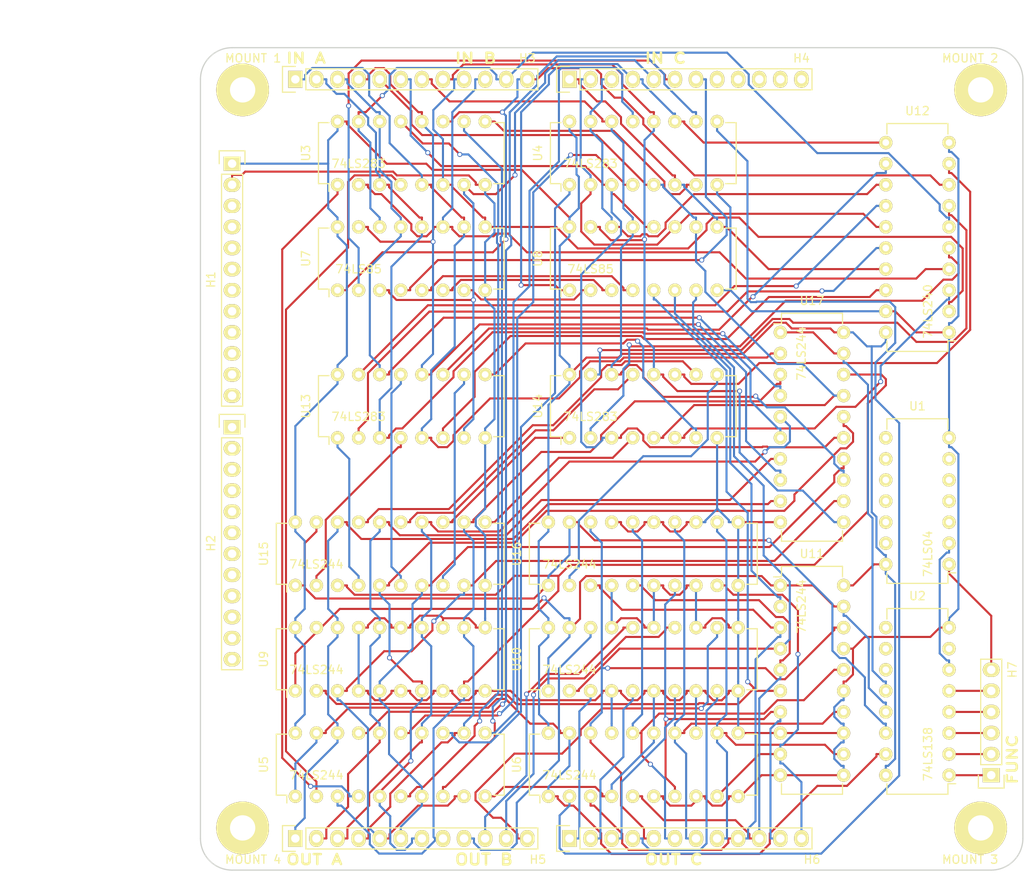
<source format=kicad_pcb>
(kicad_pcb (version 4) (host pcbnew 4.0.1-stable)
  (layers (0 F.Cu signal) (31 B.Cu signal) (34 B.Paste user) (35 F.Paste user) (36 B.SilkS user) (37 F.SilkS user) (38 B.Mask user) (39 F.Mask user) (44 Edge.Cuts user))
  (net 0 "")
  (net 1 VCC)
  (net 2 DATA7)
  (net 3 DATA6)
  (net 4 DATA5)
  (net 5 DATA4)
  (net 6 DATA3)
  (net 7 DATA2)
  (net 8 DATA1)
  (net 9 DATA0)
  (net 10 READ5)
  (net 11 READ4)
  (net 12 READ3)
  (net 13 READ2)
  (net 14 READ1)
  (net 15 READ0)
  (net 16 WRITE5)
  (net 17 WRITE4)
  (net 18 WRITE3)
  (net 19 WRITE2)
  (net 20 WRITE1)
  (net 21 WRITE0)
  (net 22 "Net-(H2-Pad11)")
  (net 23 "Net-(H2-Pad12)")
  (net 24 INA0)
  (net 25 INA1)
  (net 26 INA2)
  (net 27 INA3)
  (net 28 INA4)
  (net 29 INA5)
  (net 30 INA6)
  (net 31 INA7)
  (net 32 INB0)
  (net 33 INB1)
  (net 34 INB2)
  (net 35 INB3)
  (net 36 INB4)
  (net 37 INB5)
  (net 38 INB6)
  (net 39 INB7)
  (net 40 INC0)
  (net 41 INC1)
  (net 42 INC2)
  (net 43 INC3)
  (net 44 INC4)
  (net 45 INC5)
  (net 46 INC6)
  (net 47 INC7)
  (net 48 OUTA0)
  (net 49 OUTA1)
  (net 50 OUTA2)
  (net 51 OUTA3)
  (net 52 OUTA4)
  (net 53 OUTA5)
  (net 54 OUTA6)
  (net 55 OUTA7)
  (net 56 OUTB0)
  (net 57 OUTB1)
  (net 58 OUTB2)
  (net 59 OUTB3)
  (net 60 OUTB4)
  (net 61 OUTB5)
  (net 62 OUTB6)
  (net 63 OUTB7)
  (net 64 OUTC0)
  (net 65 OUTC1)
  (net 66 OUTC2)
  (net 67 OUTC3)
  (net 68 OUTC4)
  (net 69 OUTC5)
  (net 70 OUTC6)
  (net 71 OUTC7)
  (net 72 FUNC0)
  (net 73 FUNC1)
  (net 74 FUNC2)
  (net 75 FUNC3)
  (net 76 FUNC4)
  (net 77 FUNC5)
  (net 78 "Net-(U1-Pad2)")
  (net 79 GND)
  (net 80 FS07)
  (net 81 FS06)
  (net 82 FS05)
  (net 83 FS04)
  (net 84 FS03)
  (net 85 FS02)
  (net 86 FS01)
  (net 87 FS00)
  (net 88 "Net-(U3-Pad1)")
  (net 89 "Net-(U3-Pad4)")
  (net 90 "Net-(U3-Pad9)")
  (net 91 "Net-(U3-Pad10)")
  (net 92 "Net-(U3-Pad13)")
  (net 93 "Net-(U4-Pad1)")
  (net 94 "Net-(U4-Pad4)")
  (net 95 "Net-(U4-Pad9)")
  (net 96 "Net-(U4-Pad10)")
  (net 97 "Net-(U4-Pad13)")
  (net 98 "Net-(U7-Pad5)")
  (net 99 "Net-(U7-Pad7)")
  (net 100 "Net-(U11-Pad2)")
  (net 101 "Net-(U13-Pad1)")
  (net 102 "Net-(U13-Pad4)")
  (net 103 "Net-(U13-Pad9)")
  (net 104 "Net-(U13-Pad13)")
  (net 105 "Net-(U14-Pad1)")
  (net 106 "Net-(U14-Pad4)")
  (net 107 "Net-(U14-Pad9)")
  (net 108 "Net-(U14-Pad13)")
  (net 109 "Net-(U7-Pad6)")
  (net 110 "Net-(U10-Pad2)")
  (net 111 NINB4)
  (net 112 NINB5)
  (net 113 NINB6)
  (net 114 NINB7)
  (net 115 NINB3)
  (net 116 NINB2)
  (net 117 NINB1)
  (net 118 NINB0)
  (net 119 "Net-(U13-Pad10)")
  (net 120 "Net-(U14-Pad10)")
  (net 121 "Net-(U11-Pad6)")
  (module Connect:1pin (layer F.Cu) (at 49.53 80.01)
    (fp_text reference "MOUNT 1" (at 1.27 -3.81) (layer F.SilkS))
    (fp_text value 1pin)
    (pad 1 thru_hole circle (at 0 0) (size 6.35 6.35) (drill 3.048) (layers *.Cu *.Mask F.SilkS))
  )
  (module Connect:1pin (layer F.Cu) (at 138.43 80.01)
    (fp_text reference "MOUNT 2" (at -1.27 -3.81) (layer F.SilkS))
    (fp_text value 1pin)
    (pad 1 thru_hole circle (at 0 0) (size 6.35 6.35) (drill 3.048) (layers *.Cu *.Mask F.SilkS))
  )
  (module Connect:1pin (layer F.Cu) (at 138.43 168.91)
    (fp_text reference "MOUNT 3" (at -1.27 3.81) (layer F.SilkS))
    (fp_text value 1pin)
    (pad 1 thru_hole circle (at 0 0) (size 6.35 6.35) (drill 3.048) (layers *.Cu *.Mask F.SilkS))
  )
  (module Connect:1pin (layer F.Cu) (at 49.53 168.91)
    (fp_text reference "MOUNT 4" (at 1.27 3.81) (layer F.SilkS))
    (fp_text value 1pin)
    (pad 1 thru_hole circle (at 0 0) (size 6.35 6.35) (drill 3.048) (layers *.Cu *.Mask F.SilkS))
  )
  (module Socket_Strips:Socket_Strip_Straight_1x12 (layer F.Cu) (at 48.26 88.9 270)
    (fp_text reference H1 (at 13.97 2.54 270) (layer F.SilkS))
    (fp_text value CONN_01X12)
    (pad 1 thru_hole rect (at 0 0 270) (size 1.7272 2.032) (drill 1.016) (layers *.Cu *.Mask F.SilkS) (net 1 VCC))
    (pad 2 thru_hole oval (at 2.54 0 270) (size 1.7272 2.032) (drill 1.016) (layers *.Cu *.Mask F.SilkS) (net 79 GND))
    (pad 3 thru_hole oval (at 5.08 0 270) (size 1.7272 2.032) (drill 1.016) (layers *.Cu *.Mask F.SilkS) (net 2 DATA7))
    (pad 4 thru_hole oval (at 7.62 0 270) (size 1.7272 2.032) (drill 1.016) (layers *.Cu *.Mask F.SilkS) (net 3 DATA6))
    (pad 5 thru_hole oval (at 10.16 0 270) (size 1.7272 2.032) (drill 1.016) (layers *.Cu *.Mask F.SilkS) (net 4 DATA5))
    (pad 6 thru_hole oval (at 12.7 0 270) (size 1.7272 2.032) (drill 1.016) (layers *.Cu *.Mask F.SilkS) (net 5 DATA4))
    (pad 7 thru_hole oval (at 15.24 0 270) (size 1.7272 2.032) (drill 1.016) (layers *.Cu *.Mask F.SilkS) (net 6 DATA3))
    (pad 8 thru_hole oval (at 17.78 0 270) (size 1.7272 2.032) (drill 1.016) (layers *.Cu *.Mask F.SilkS) (net 7 DATA2))
    (pad 9 thru_hole oval (at 20.32 0 270) (size 1.7272 2.032) (drill 1.016) (layers *.Cu *.Mask F.SilkS) (net 8 DATA1))
    (pad 10 thru_hole oval (at 22.86 0 270) (size 1.7272 2.032) (drill 1.016) (layers *.Cu *.Mask F.SilkS) (net 9 DATA0))
    (pad 11 thru_hole oval (at 25.4 0 270) (size 1.7272 2.032) (drill 1.016) (layers *.Cu *.Mask F.SilkS) (net 10 READ5))
    (pad 12 thru_hole oval (at 27.94 0 270) (size 1.7272 2.032) (drill 1.016) (layers *.Cu *.Mask F.SilkS) (net 11 READ4))
  )
  (module Socket_Strips:Socket_Strip_Straight_1x12 (layer F.Cu) (at 48.26 120.65 270)
    (fp_text reference H2 (at 13.97 2.54 270) (layer F.SilkS))
    (fp_text value CONN_01X12)
    (pad 1 thru_hole rect (at 0 0 270) (size 1.7272 2.032) (drill 1.016) (layers *.Cu *.Mask F.SilkS) (net 12 READ3))
    (pad 2 thru_hole oval (at 2.54 0 270) (size 1.7272 2.032) (drill 1.016) (layers *.Cu *.Mask F.SilkS) (net 13 READ2))
    (pad 3 thru_hole oval (at 5.08 0 270) (size 1.7272 2.032) (drill 1.016) (layers *.Cu *.Mask F.SilkS) (net 14 READ1))
    (pad 4 thru_hole oval (at 7.62 0 270) (size 1.7272 2.032) (drill 1.016) (layers *.Cu *.Mask F.SilkS) (net 15 READ0))
    (pad 5 thru_hole oval (at 10.16 0 270) (size 1.7272 2.032) (drill 1.016) (layers *.Cu *.Mask F.SilkS) (net 16 WRITE5))
    (pad 6 thru_hole oval (at 12.7 0 270) (size 1.7272 2.032) (drill 1.016) (layers *.Cu *.Mask F.SilkS) (net 17 WRITE4))
    (pad 7 thru_hole oval (at 15.24 0 270) (size 1.7272 2.032) (drill 1.016) (layers *.Cu *.Mask F.SilkS) (net 18 WRITE3))
    (pad 8 thru_hole oval (at 17.78 0 270) (size 1.7272 2.032) (drill 1.016) (layers *.Cu *.Mask F.SilkS) (net 19 WRITE2))
    (pad 9 thru_hole oval (at 20.32 0 270) (size 1.7272 2.032) (drill 1.016) (layers *.Cu *.Mask F.SilkS) (net 20 WRITE1))
    (pad 10 thru_hole oval (at 22.86 0 270) (size 1.7272 2.032) (drill 1.016) (layers *.Cu *.Mask F.SilkS) (net 21 WRITE0))
    (pad 11 thru_hole oval (at 25.4 0 270) (size 1.7272 2.032) (drill 1.016) (layers *.Cu *.Mask F.SilkS) (net 22 "Net-(H2-Pad11)"))
    (pad 12 thru_hole oval (at 27.94 0 270) (size 1.7272 2.032) (drill 1.016) (layers *.Cu *.Mask F.SilkS) (net 23 "Net-(H2-Pad12)"))
  )
  (module Socket_Strips:Socket_Strip_Straight_1x12 (layer F.Cu) (at 55.88 78.74)
    (fp_text reference H3 (at 27.94 -2.54) (layer F.SilkS))
    (fp_text value CONN_01X12)
    (pad 1 thru_hole rect (at 0 0) (size 1.7272 2.032) (drill 1.016) (layers *.Cu *.Mask F.SilkS) (net 24 INA0))
    (pad 2 thru_hole oval (at 2.54 0) (size 1.7272 2.032) (drill 1.016) (layers *.Cu *.Mask F.SilkS) (net 25 INA1))
    (pad 3 thru_hole oval (at 5.08 0) (size 1.7272 2.032) (drill 1.016) (layers *.Cu *.Mask F.SilkS) (net 26 INA2))
    (pad 4 thru_hole oval (at 7.62 0) (size 1.7272 2.032) (drill 1.016) (layers *.Cu *.Mask F.SilkS) (net 27 INA3))
    (pad 5 thru_hole oval (at 10.16 0) (size 1.7272 2.032) (drill 1.016) (layers *.Cu *.Mask F.SilkS) (net 28 INA4))
    (pad 6 thru_hole oval (at 12.7 0) (size 1.7272 2.032) (drill 1.016) (layers *.Cu *.Mask F.SilkS) (net 29 INA5))
    (pad 7 thru_hole oval (at 15.24 0) (size 1.7272 2.032) (drill 1.016) (layers *.Cu *.Mask F.SilkS) (net 30 INA6))
    (pad 8 thru_hole oval (at 17.78 0) (size 1.7272 2.032) (drill 1.016) (layers *.Cu *.Mask F.SilkS) (net 31 INA7))
    (pad 9 thru_hole oval (at 20.32 0) (size 1.7272 2.032) (drill 1.016) (layers *.Cu *.Mask F.SilkS) (net 32 INB0))
    (pad 10 thru_hole oval (at 22.86 0) (size 1.7272 2.032) (drill 1.016) (layers *.Cu *.Mask F.SilkS) (net 33 INB1))
    (pad 11 thru_hole oval (at 25.4 0) (size 1.7272 2.032) (drill 1.016) (layers *.Cu *.Mask F.SilkS) (net 34 INB2))
    (pad 12 thru_hole oval (at 27.94 0) (size 1.7272 2.032) (drill 1.016) (layers *.Cu *.Mask F.SilkS) (net 35 INB3))
  )
  (module Socket_Strips:Socket_Strip_Straight_1x12 (layer F.Cu) (at 88.9 78.74)
    (fp_text reference H4 (at 27.94 -2.54) (layer F.SilkS))
    (fp_text value CONN_01X12)
    (pad 1 thru_hole rect (at 0 0) (size 1.7272 2.032) (drill 1.016) (layers *.Cu *.Mask F.SilkS) (net 36 INB4))
    (pad 2 thru_hole oval (at 2.54 0) (size 1.7272 2.032) (drill 1.016) (layers *.Cu *.Mask F.SilkS) (net 37 INB5))
    (pad 3 thru_hole oval (at 5.08 0) (size 1.7272 2.032) (drill 1.016) (layers *.Cu *.Mask F.SilkS) (net 38 INB6))
    (pad 4 thru_hole oval (at 7.62 0) (size 1.7272 2.032) (drill 1.016) (layers *.Cu *.Mask F.SilkS) (net 39 INB7))
    (pad 5 thru_hole oval (at 10.16 0) (size 1.7272 2.032) (drill 1.016) (layers *.Cu *.Mask F.SilkS) (net 40 INC0))
    (pad 6 thru_hole oval (at 12.7 0) (size 1.7272 2.032) (drill 1.016) (layers *.Cu *.Mask F.SilkS) (net 41 INC1))
    (pad 7 thru_hole oval (at 15.24 0) (size 1.7272 2.032) (drill 1.016) (layers *.Cu *.Mask F.SilkS) (net 42 INC2))
    (pad 8 thru_hole oval (at 17.78 0) (size 1.7272 2.032) (drill 1.016) (layers *.Cu *.Mask F.SilkS) (net 43 INC3))
    (pad 9 thru_hole oval (at 20.32 0) (size 1.7272 2.032) (drill 1.016) (layers *.Cu *.Mask F.SilkS) (net 44 INC4))
    (pad 10 thru_hole oval (at 22.86 0) (size 1.7272 2.032) (drill 1.016) (layers *.Cu *.Mask F.SilkS) (net 45 INC5))
    (pad 11 thru_hole oval (at 25.4 0) (size 1.7272 2.032) (drill 1.016) (layers *.Cu *.Mask F.SilkS) (net 46 INC6))
    (pad 12 thru_hole oval (at 27.94 0) (size 1.7272 2.032) (drill 1.016) (layers *.Cu *.Mask F.SilkS) (net 47 INC7))
  )
  (module Socket_Strips:Socket_Strip_Straight_1x12 (layer F.Cu) (at 55.88 170.18)
    (fp_text reference H5 (at 29.21 2.54) (layer F.SilkS))
    (fp_text value CONN_01X12)
    (pad 1 thru_hole rect (at 0 0) (size 1.7272 2.032) (drill 1.016) (layers *.Cu *.Mask F.SilkS) (net 48 OUTA0))
    (pad 2 thru_hole oval (at 2.54 0) (size 1.7272 2.032) (drill 1.016) (layers *.Cu *.Mask F.SilkS) (net 49 OUTA1))
    (pad 3 thru_hole oval (at 5.08 0) (size 1.7272 2.032) (drill 1.016) (layers *.Cu *.Mask F.SilkS) (net 50 OUTA2))
    (pad 4 thru_hole oval (at 7.62 0) (size 1.7272 2.032) (drill 1.016) (layers *.Cu *.Mask F.SilkS) (net 51 OUTA3))
    (pad 5 thru_hole oval (at 10.16 0) (size 1.7272 2.032) (drill 1.016) (layers *.Cu *.Mask F.SilkS) (net 52 OUTA4))
    (pad 6 thru_hole oval (at 12.7 0) (size 1.7272 2.032) (drill 1.016) (layers *.Cu *.Mask F.SilkS) (net 53 OUTA5))
    (pad 7 thru_hole oval (at 15.24 0) (size 1.7272 2.032) (drill 1.016) (layers *.Cu *.Mask F.SilkS) (net 54 OUTA6))
    (pad 8 thru_hole oval (at 17.78 0) (size 1.7272 2.032) (drill 1.016) (layers *.Cu *.Mask F.SilkS) (net 55 OUTA7))
    (pad 9 thru_hole oval (at 20.32 0) (size 1.7272 2.032) (drill 1.016) (layers *.Cu *.Mask F.SilkS) (net 56 OUTB0))
    (pad 10 thru_hole oval (at 22.86 0) (size 1.7272 2.032) (drill 1.016) (layers *.Cu *.Mask F.SilkS) (net 57 OUTB1))
    (pad 11 thru_hole oval (at 25.4 0) (size 1.7272 2.032) (drill 1.016) (layers *.Cu *.Mask F.SilkS) (net 58 OUTB2))
    (pad 12 thru_hole oval (at 27.94 0) (size 1.7272 2.032) (drill 1.016) (layers *.Cu *.Mask F.SilkS) (net 59 OUTB3))
  )
  (module Socket_Strips:Socket_Strip_Straight_1x12 (layer F.Cu) (at 88.9 170.18)
    (fp_text reference H6 (at 29.21 2.54) (layer F.SilkS))
    (fp_text value CONN_01X12)
    (pad 1 thru_hole rect (at 0 0) (size 1.7272 2.032) (drill 1.016) (layers *.Cu *.Mask F.SilkS) (net 60 OUTB4))
    (pad 2 thru_hole oval (at 2.54 0) (size 1.7272 2.032) (drill 1.016) (layers *.Cu *.Mask F.SilkS) (net 61 OUTB5))
    (pad 3 thru_hole oval (at 5.08 0) (size 1.7272 2.032) (drill 1.016) (layers *.Cu *.Mask F.SilkS) (net 62 OUTB6))
    (pad 4 thru_hole oval (at 7.62 0) (size 1.7272 2.032) (drill 1.016) (layers *.Cu *.Mask F.SilkS) (net 63 OUTB7))
    (pad 5 thru_hole oval (at 10.16 0) (size 1.7272 2.032) (drill 1.016) (layers *.Cu *.Mask F.SilkS) (net 64 OUTC0))
    (pad 6 thru_hole oval (at 12.7 0) (size 1.7272 2.032) (drill 1.016) (layers *.Cu *.Mask F.SilkS) (net 65 OUTC1))
    (pad 7 thru_hole oval (at 15.24 0) (size 1.7272 2.032) (drill 1.016) (layers *.Cu *.Mask F.SilkS) (net 66 OUTC2))
    (pad 8 thru_hole oval (at 17.78 0) (size 1.7272 2.032) (drill 1.016) (layers *.Cu *.Mask F.SilkS) (net 67 OUTC3))
    (pad 9 thru_hole oval (at 20.32 0) (size 1.7272 2.032) (drill 1.016) (layers *.Cu *.Mask F.SilkS) (net 68 OUTC4))
    (pad 10 thru_hole oval (at 22.86 0) (size 1.7272 2.032) (drill 1.016) (layers *.Cu *.Mask F.SilkS) (net 69 OUTC5))
    (pad 11 thru_hole oval (at 25.4 0) (size 1.7272 2.032) (drill 1.016) (layers *.Cu *.Mask F.SilkS) (net 70 OUTC6))
    (pad 12 thru_hole oval (at 27.94 0) (size 1.7272 2.032) (drill 1.016) (layers *.Cu *.Mask F.SilkS) (net 71 OUTC7))
  )
  (module Socket_Strips:Socket_Strip_Straight_1x06 (layer F.Cu) (at 139.7 162.56 90)
    (fp_text reference H7 (at 12.7 2.54 90) (layer F.SilkS))
    (fp_text value CONN_01X06)
    (pad 1 thru_hole rect (at 0 0 90) (size 1.7272 2.032) (drill 1.016) (layers *.Cu *.Mask F.SilkS) (net 72 FUNC0))
    (pad 2 thru_hole oval (at 2.54 0 90) (size 1.7272 2.032) (drill 1.016) (layers *.Cu *.Mask F.SilkS) (net 73 FUNC1))
    (pad 3 thru_hole oval (at 5.08 0 90) (size 1.7272 2.032) (drill 1.016) (layers *.Cu *.Mask F.SilkS) (net 74 FUNC2))
    (pad 4 thru_hole oval (at 7.62 0 90) (size 1.7272 2.032) (drill 1.016) (layers *.Cu *.Mask F.SilkS) (net 75 FUNC3))
    (pad 5 thru_hole oval (at 10.16 0 90) (size 1.7272 2.032) (drill 1.016) (layers *.Cu *.Mask F.SilkS) (net 76 FUNC4))
    (pad 6 thru_hole oval (at 12.7 0 90) (size 1.7272 2.032) (drill 1.016) (layers *.Cu *.Mask F.SilkS) (net 77 FUNC5))
  )
  (module Housings_DIP:DIP-14_W7.62mm (layer F.Cu) (at 134.62 137.16 180)
    (fp_text reference U1 (at 3.81 19.05 180) (layer F.SilkS))
    (fp_text value 74LS04 (at 2.54 1.27 270) (layer F.SilkS))
    (pad 1 thru_hole oval (at 0 0 180) (size 1.6 1.6) (drill 0.8) (layers *.Cu *.Mask F.SilkS) (net 77 FUNC5))
    (pad 2 thru_hole oval (at 0 2.54 180) (size 1.6 1.6) (drill 0.8) (layers *.Cu *.Mask F.SilkS) (net 78 "Net-(U1-Pad2)"))
    (pad 3 thru_hole oval (at 0 5.08 180) (size 1.6 1.6) (drill 0.8) (layers *.Cu *.Mask F.SilkS))
    (pad 4 thru_hole oval (at 0 7.62 180) (size 1.6 1.6) (drill 0.8) (layers *.Cu *.Mask F.SilkS))
    (pad 5 thru_hole oval (at 0 10.16 180) (size 1.6 1.6) (drill 0.8) (layers *.Cu *.Mask F.SilkS))
    (pad 6 thru_hole oval (at 0 12.7 180) (size 1.6 1.6) (drill 0.8) (layers *.Cu *.Mask F.SilkS))
    (pad 7 thru_hole oval (at 0 15.24 180) (size 1.6 1.6) (drill 0.8) (layers *.Cu *.Mask F.SilkS) (net 79 GND))
    (pad 8 thru_hole oval (at 7.62 15.24 180) (size 1.6 1.6) (drill 0.8) (layers *.Cu *.Mask F.SilkS))
    (pad 9 thru_hole oval (at 7.62 12.7 180) (size 1.6 1.6) (drill 0.8) (layers *.Cu *.Mask F.SilkS))
    (pad 10 thru_hole oval (at 7.62 10.16 180) (size 1.6 1.6) (drill 0.8) (layers *.Cu *.Mask F.SilkS))
    (pad 11 thru_hole oval (at 7.62 7.62 180) (size 1.6 1.6) (drill 0.8) (layers *.Cu *.Mask F.SilkS))
    (pad 12 thru_hole oval (at 7.62 5.08 180) (size 1.6 1.6) (drill 0.8) (layers *.Cu *.Mask F.SilkS))
    (pad 13 thru_hole oval (at 7.62 2.54 180) (size 1.6 1.6) (drill 0.8) (layers *.Cu *.Mask F.SilkS))
    (pad 14 thru_hole oval (at 7.62 0 180) (size 1.6 1.6) (drill 0.8) (layers *.Cu *.Mask F.SilkS) (net 1 VCC))
  )
  (module Housings_DIP:DIP-16_W7.62mm (layer F.Cu) (at 134.62 162.56 180)
    (fp_text reference U2 (at 3.81 21.59 180) (layer F.SilkS))
    (fp_text value 74LS138 (at 2.54 2.54 270) (layer F.SilkS))
    (pad 1 thru_hole oval (at 0 0 180) (size 1.6 1.6) (drill 0.8) (layers *.Cu *.Mask F.SilkS) (net 72 FUNC0))
    (pad 2 thru_hole oval (at 0 2.54 180) (size 1.6 1.6) (drill 0.8) (layers *.Cu *.Mask F.SilkS) (net 73 FUNC1))
    (pad 3 thru_hole oval (at 0 5.08 180) (size 1.6 1.6) (drill 0.8) (layers *.Cu *.Mask F.SilkS) (net 74 FUNC2))
    (pad 4 thru_hole oval (at 0 7.62 180) (size 1.6 1.6) (drill 0.8) (layers *.Cu *.Mask F.SilkS) (net 75 FUNC3))
    (pad 5 thru_hole oval (at 0 10.16 180) (size 1.6 1.6) (drill 0.8) (layers *.Cu *.Mask F.SilkS) (net 76 FUNC4))
    (pad 6 thru_hole oval (at 0 12.7 180) (size 1.6 1.6) (drill 0.8) (layers *.Cu *.Mask F.SilkS) (net 78 "Net-(U1-Pad2)"))
    (pad 7 thru_hole oval (at 0 15.24 180) (size 1.6 1.6) (drill 0.8) (layers *.Cu *.Mask F.SilkS) (net 80 FS07))
    (pad 8 thru_hole oval (at 0 17.78 180) (size 1.6 1.6) (drill 0.8) (layers *.Cu *.Mask F.SilkS) (net 79 GND))
    (pad 9 thru_hole oval (at 7.62 17.78 180) (size 1.6 1.6) (drill 0.8) (layers *.Cu *.Mask F.SilkS) (net 81 FS06))
    (pad 10 thru_hole oval (at 7.62 15.24 180) (size 1.6 1.6) (drill 0.8) (layers *.Cu *.Mask F.SilkS) (net 82 FS05))
    (pad 11 thru_hole oval (at 7.62 12.7 180) (size 1.6 1.6) (drill 0.8) (layers *.Cu *.Mask F.SilkS) (net 83 FS04))
    (pad 12 thru_hole oval (at 7.62 10.16 180) (size 1.6 1.6) (drill 0.8) (layers *.Cu *.Mask F.SilkS) (net 84 FS03))
    (pad 13 thru_hole oval (at 7.62 7.62 180) (size 1.6 1.6) (drill 0.8) (layers *.Cu *.Mask F.SilkS) (net 85 FS02))
    (pad 14 thru_hole oval (at 7.62 5.08 180) (size 1.6 1.6) (drill 0.8) (layers *.Cu *.Mask F.SilkS) (net 86 FS01))
    (pad 15 thru_hole oval (at 7.62 2.54 180) (size 1.6 1.6) (drill 0.8) (layers *.Cu *.Mask F.SilkS) (net 87 FS00))
    (pad 16 thru_hole oval (at 7.62 0 180) (size 1.6 1.6) (drill 0.8) (layers *.Cu *.Mask F.SilkS) (net 1 VCC))
  )
  (module Housings_DIP:DIP-16_W7.62mm (layer F.Cu) (at 60.96 91.44 90)
    (fp_text reference U3 (at 3.81 -3.81 90) (layer F.SilkS))
    (fp_text value 74LS283 (at 2.54 2.54 180) (layer F.SilkS))
    (pad 1 thru_hole oval (at 0 0 90) (size 1.6 1.6) (drill 0.8) (layers *.Cu *.Mask F.SilkS) (net 88 "Net-(U3-Pad1)"))
    (pad 2 thru_hole oval (at 0 2.54 90) (size 1.6 1.6) (drill 0.8) (layers *.Cu *.Mask F.SilkS) (net 33 INB1))
    (pad 3 thru_hole oval (at 0 5.08 90) (size 1.6 1.6) (drill 0.8) (layers *.Cu *.Mask F.SilkS) (net 25 INA1))
    (pad 4 thru_hole oval (at 0 7.62 90) (size 1.6 1.6) (drill 0.8) (layers *.Cu *.Mask F.SilkS) (net 89 "Net-(U3-Pad4)"))
    (pad 5 thru_hole oval (at 0 10.16 90) (size 1.6 1.6) (drill 0.8) (layers *.Cu *.Mask F.SilkS) (net 24 INA0))
    (pad 6 thru_hole oval (at 0 12.7 90) (size 1.6 1.6) (drill 0.8) (layers *.Cu *.Mask F.SilkS) (net 32 INB0))
    (pad 7 thru_hole oval (at 0 15.24 90) (size 1.6 1.6) (drill 0.8) (layers *.Cu *.Mask F.SilkS) (net 40 INC0))
    (pad 8 thru_hole oval (at 0 17.78 90) (size 1.6 1.6) (drill 0.8) (layers *.Cu *.Mask F.SilkS) (net 79 GND))
    (pad 9 thru_hole oval (at 7.62 17.78 90) (size 1.6 1.6) (drill 0.8) (layers *.Cu *.Mask F.SilkS) (net 90 "Net-(U3-Pad9)"))
    (pad 10 thru_hole oval (at 7.62 15.24 90) (size 1.6 1.6) (drill 0.8) (layers *.Cu *.Mask F.SilkS) (net 91 "Net-(U3-Pad10)"))
    (pad 11 thru_hole oval (at 7.62 12.7 90) (size 1.6 1.6) (drill 0.8) (layers *.Cu *.Mask F.SilkS) (net 35 INB3))
    (pad 12 thru_hole oval (at 7.62 10.16 90) (size 1.6 1.6) (drill 0.8) (layers *.Cu *.Mask F.SilkS) (net 27 INA3))
    (pad 13 thru_hole oval (at 7.62 7.62 90) (size 1.6 1.6) (drill 0.8) (layers *.Cu *.Mask F.SilkS) (net 92 "Net-(U3-Pad13)"))
    (pad 14 thru_hole oval (at 7.62 5.08 90) (size 1.6 1.6) (drill 0.8) (layers *.Cu *.Mask F.SilkS) (net 26 INA2))
    (pad 15 thru_hole oval (at 7.62 2.54 90) (size 1.6 1.6) (drill 0.8) (layers *.Cu *.Mask F.SilkS) (net 34 INB2))
    (pad 16 thru_hole oval (at 7.62 0 90) (size 1.6 1.6) (drill 0.8) (layers *.Cu *.Mask F.SilkS) (net 1 VCC))
  )
  (module Housings_DIP:DIP-16_W7.62mm (layer F.Cu) (at 88.9 91.44 90)
    (fp_text reference U4 (at 3.81 -3.81 90) (layer F.SilkS))
    (fp_text value 74LS283 (at 2.54 2.54 180) (layer F.SilkS))
    (pad 1 thru_hole oval (at 0 0 90) (size 1.6 1.6) (drill 0.8) (layers *.Cu *.Mask F.SilkS) (net 93 "Net-(U4-Pad1)"))
    (pad 2 thru_hole oval (at 0 2.54 90) (size 1.6 1.6) (drill 0.8) (layers *.Cu *.Mask F.SilkS) (net 37 INB5))
    (pad 3 thru_hole oval (at 0 5.08 90) (size 1.6 1.6) (drill 0.8) (layers *.Cu *.Mask F.SilkS) (net 29 INA5))
    (pad 4 thru_hole oval (at 0 7.62 90) (size 1.6 1.6) (drill 0.8) (layers *.Cu *.Mask F.SilkS) (net 94 "Net-(U4-Pad4)"))
    (pad 5 thru_hole oval (at 0 10.16 90) (size 1.6 1.6) (drill 0.8) (layers *.Cu *.Mask F.SilkS) (net 28 INA4))
    (pad 6 thru_hole oval (at 0 12.7 90) (size 1.6 1.6) (drill 0.8) (layers *.Cu *.Mask F.SilkS) (net 36 INB4))
    (pad 7 thru_hole oval (at 0 15.24 90) (size 1.6 1.6) (drill 0.8) (layers *.Cu *.Mask F.SilkS) (net 90 "Net-(U3-Pad9)"))
    (pad 8 thru_hole oval (at 0 17.78 90) (size 1.6 1.6) (drill 0.8) (layers *.Cu *.Mask F.SilkS) (net 79 GND))
    (pad 9 thru_hole oval (at 7.62 17.78 90) (size 1.6 1.6) (drill 0.8) (layers *.Cu *.Mask F.SilkS) (net 95 "Net-(U4-Pad9)"))
    (pad 10 thru_hole oval (at 7.62 15.24 90) (size 1.6 1.6) (drill 0.8) (layers *.Cu *.Mask F.SilkS) (net 96 "Net-(U4-Pad10)"))
    (pad 11 thru_hole oval (at 7.62 12.7 90) (size 1.6 1.6) (drill 0.8) (layers *.Cu *.Mask F.SilkS) (net 39 INB7))
    (pad 12 thru_hole oval (at 7.62 10.16 90) (size 1.6 1.6) (drill 0.8) (layers *.Cu *.Mask F.SilkS) (net 31 INA7))
    (pad 13 thru_hole oval (at 7.62 7.62 90) (size 1.6 1.6) (drill 0.8) (layers *.Cu *.Mask F.SilkS) (net 97 "Net-(U4-Pad13)"))
    (pad 14 thru_hole oval (at 7.62 5.08 90) (size 1.6 1.6) (drill 0.8) (layers *.Cu *.Mask F.SilkS) (net 30 INA6))
    (pad 15 thru_hole oval (at 7.62 2.54 90) (size 1.6 1.6) (drill 0.8) (layers *.Cu *.Mask F.SilkS) (net 38 INB6))
    (pad 16 thru_hole oval (at 7.62 0 90) (size 1.6 1.6) (drill 0.8) (layers *.Cu *.Mask F.SilkS) (net 1 VCC))
  )
  (module Housings_DIP:DIP-20_W7.62mm (layer F.Cu) (at 55.88 165.1 90)
    (fp_text reference U5 (at 3.81 -3.81 90) (layer F.SilkS))
    (fp_text value 74LS244 (at 2.54 2.54 180) (layer F.SilkS))
    (pad 1 thru_hole oval (at 0 0 90) (size 1.6 1.6) (drill 0.8) (layers *.Cu *.Mask F.SilkS) (net 87 FS00))
    (pad 2 thru_hole oval (at 0 2.54 90) (size 1.6 1.6) (drill 0.8) (layers *.Cu *.Mask F.SilkS) (net 89 "Net-(U3-Pad4)"))
    (pad 3 thru_hole oval (at 0 5.08 90) (size 1.6 1.6) (drill 0.8) (layers *.Cu *.Mask F.SilkS) (net 55 OUTA7))
    (pad 4 thru_hole oval (at 0 7.62 90) (size 1.6 1.6) (drill 0.8) (layers *.Cu *.Mask F.SilkS) (net 88 "Net-(U3-Pad1)"))
    (pad 5 thru_hole oval (at 0 10.16 90) (size 1.6 1.6) (drill 0.8) (layers *.Cu *.Mask F.SilkS) (net 54 OUTA6))
    (pad 6 thru_hole oval (at 0 12.7 90) (size 1.6 1.6) (drill 0.8) (layers *.Cu *.Mask F.SilkS) (net 92 "Net-(U3-Pad13)"))
    (pad 7 thru_hole oval (at 0 15.24 90) (size 1.6 1.6) (drill 0.8) (layers *.Cu *.Mask F.SilkS) (net 53 OUTA5))
    (pad 8 thru_hole oval (at 0 17.78 90) (size 1.6 1.6) (drill 0.8) (layers *.Cu *.Mask F.SilkS) (net 91 "Net-(U3-Pad10)"))
    (pad 9 thru_hole oval (at 0 20.32 90) (size 1.6 1.6) (drill 0.8) (layers *.Cu *.Mask F.SilkS) (net 52 OUTA4))
    (pad 10 thru_hole oval (at 0 22.86 90) (size 1.6 1.6) (drill 0.8) (layers *.Cu *.Mask F.SilkS) (net 79 GND))
    (pad 11 thru_hole oval (at 7.62 22.86 90) (size 1.6 1.6) (drill 0.8) (layers *.Cu *.Mask F.SilkS) (net 94 "Net-(U4-Pad4)"))
    (pad 12 thru_hole oval (at 7.62 20.32 90) (size 1.6 1.6) (drill 0.8) (layers *.Cu *.Mask F.SilkS) (net 51 OUTA3))
    (pad 13 thru_hole oval (at 7.62 17.78 90) (size 1.6 1.6) (drill 0.8) (layers *.Cu *.Mask F.SilkS) (net 93 "Net-(U4-Pad1)"))
    (pad 14 thru_hole oval (at 7.62 15.24 90) (size 1.6 1.6) (drill 0.8) (layers *.Cu *.Mask F.SilkS) (net 50 OUTA2))
    (pad 15 thru_hole oval (at 7.62 12.7 90) (size 1.6 1.6) (drill 0.8) (layers *.Cu *.Mask F.SilkS) (net 97 "Net-(U4-Pad13)"))
    (pad 16 thru_hole oval (at 7.62 10.16 90) (size 1.6 1.6) (drill 0.8) (layers *.Cu *.Mask F.SilkS) (net 49 OUTA1))
    (pad 17 thru_hole oval (at 7.62 7.62 90) (size 1.6 1.6) (drill 0.8) (layers *.Cu *.Mask F.SilkS) (net 96 "Net-(U4-Pad10)"))
    (pad 18 thru_hole oval (at 7.62 5.08 90) (size 1.6 1.6) (drill 0.8) (layers *.Cu *.Mask F.SilkS) (net 48 OUTA0))
    (pad 19 thru_hole oval (at 7.62 2.54 90) (size 1.6 1.6) (drill 0.8) (layers *.Cu *.Mask F.SilkS) (net 87 FS00))
    (pad 20 thru_hole oval (at 7.62 0 90) (size 1.6 1.6) (drill 0.8) (layers *.Cu *.Mask F.SilkS) (net 1 VCC))
  )
  (module Housings_DIP:DIP-20_W7.62mm (layer F.Cu) (at 86.36 165.1 90)
    (fp_text reference U6 (at 3.81 -3.81 90) (layer F.SilkS))
    (fp_text value 74LS244 (at 2.54 2.54 180) (layer F.SilkS))
    (pad 1 thru_hole oval (at 0 0 90) (size 1.6 1.6) (drill 0.8) (layers *.Cu *.Mask F.SilkS) (net 87 FS00))
    (pad 2 thru_hole oval (at 0 2.54 90) (size 1.6 1.6) (drill 0.8) (layers *.Cu *.Mask F.SilkS) (net 95 "Net-(U4-Pad9)"))
    (pad 3 thru_hole oval (at 0 5.08 90) (size 1.6 1.6) (drill 0.8) (layers *.Cu *.Mask F.SilkS) (net 68 OUTC4))
    (pad 4 thru_hole oval (at 0 7.62 90) (size 1.6 1.6) (drill 0.8) (layers *.Cu *.Mask F.SilkS) (net 79 GND))
    (pad 5 thru_hole oval (at 0 10.16 90) (size 1.6 1.6) (drill 0.8) (layers *.Cu *.Mask F.SilkS) (net 69 OUTC5))
    (pad 6 thru_hole oval (at 0 12.7 90) (size 1.6 1.6) (drill 0.8) (layers *.Cu *.Mask F.SilkS) (net 79 GND))
    (pad 7 thru_hole oval (at 0 15.24 90) (size 1.6 1.6) (drill 0.8) (layers *.Cu *.Mask F.SilkS) (net 70 OUTC6))
    (pad 8 thru_hole oval (at 0 17.78 90) (size 1.6 1.6) (drill 0.8) (layers *.Cu *.Mask F.SilkS) (net 79 GND))
    (pad 9 thru_hole oval (at 0 20.32 90) (size 1.6 1.6) (drill 0.8) (layers *.Cu *.Mask F.SilkS) (net 71 OUTC7))
    (pad 10 thru_hole oval (at 0 22.86 90) (size 1.6 1.6) (drill 0.8) (layers *.Cu *.Mask F.SilkS) (net 79 GND))
    (pad 11 thru_hole oval (at 7.62 22.86 90) (size 1.6 1.6) (drill 0.8) (layers *.Cu *.Mask F.SilkS) (net 79 GND))
    (pad 12 thru_hole oval (at 7.62 20.32 90) (size 1.6 1.6) (drill 0.8) (layers *.Cu *.Mask F.SilkS) (net 67 OUTC3))
    (pad 13 thru_hole oval (at 7.62 17.78 90) (size 1.6 1.6) (drill 0.8) (layers *.Cu *.Mask F.SilkS) (net 79 GND))
    (pad 14 thru_hole oval (at 7.62 15.24 90) (size 1.6 1.6) (drill 0.8) (layers *.Cu *.Mask F.SilkS) (net 66 OUTC2))
    (pad 15 thru_hole oval (at 7.62 12.7 90) (size 1.6 1.6) (drill 0.8) (layers *.Cu *.Mask F.SilkS) (net 79 GND))
    (pad 16 thru_hole oval (at 7.62 10.16 90) (size 1.6 1.6) (drill 0.8) (layers *.Cu *.Mask F.SilkS) (net 65 OUTC1))
    (pad 17 thru_hole oval (at 7.62 7.62 90) (size 1.6 1.6) (drill 0.8) (layers *.Cu *.Mask F.SilkS) (net 79 GND))
    (pad 18 thru_hole oval (at 7.62 5.08 90) (size 1.6 1.6) (drill 0.8) (layers *.Cu *.Mask F.SilkS) (net 64 OUTC0))
    (pad 19 thru_hole oval (at 7.62 2.54 90) (size 1.6 1.6) (drill 0.8) (layers *.Cu *.Mask F.SilkS) (net 87 FS00))
    (pad 20 thru_hole oval (at 7.62 0 90) (size 1.6 1.6) (drill 0.8) (layers *.Cu *.Mask F.SilkS) (net 1 VCC))
  )
  (module Housings_DIP:DIP-16_W7.62mm (layer F.Cu) (at 60.96 104.14 90)
    (fp_text reference U7 (at 3.81 -3.81 90) (layer F.SilkS))
    (fp_text value 74LS85 (at 2.54 2.54 180) (layer F.SilkS))
    (pad 1 thru_hole oval (at 0 0 90) (size 1.6 1.6) (drill 0.8) (layers *.Cu *.Mask F.SilkS) (net 35 INB3))
    (pad 2 thru_hole oval (at 0 2.54 90) (size 1.6 1.6) (drill 0.8) (layers *.Cu *.Mask F.SilkS) (net 41 INC1))
    (pad 3 thru_hole oval (at 0 5.08 90) (size 1.6 1.6) (drill 0.8) (layers *.Cu *.Mask F.SilkS) (net 40 INC0))
    (pad 4 thru_hole oval (at 0 7.62 90) (size 1.6 1.6) (drill 0.8) (layers *.Cu *.Mask F.SilkS) (net 42 INC2))
    (pad 5 thru_hole oval (at 0 10.16 90) (size 1.6 1.6) (drill 0.8) (layers *.Cu *.Mask F.SilkS) (net 98 "Net-(U7-Pad5)"))
    (pad 6 thru_hole oval (at 0 12.7 90) (size 1.6 1.6) (drill 0.8) (layers *.Cu *.Mask F.SilkS) (net 109 "Net-(U7-Pad6)"))
    (pad 7 thru_hole oval (at 0 15.24 90) (size 1.6 1.6) (drill 0.8) (layers *.Cu *.Mask F.SilkS) (net 99 "Net-(U7-Pad7)"))
    (pad 8 thru_hole oval (at 0 17.78 90) (size 1.6 1.6) (drill 0.8) (layers *.Cu *.Mask F.SilkS) (net 79 GND))
    (pad 9 thru_hole oval (at 7.62 17.78 90) (size 1.6 1.6) (drill 0.8) (layers *.Cu *.Mask F.SilkS) (net 32 INB0))
    (pad 10 thru_hole oval (at 7.62 15.24 90) (size 1.6 1.6) (drill 0.8) (layers *.Cu *.Mask F.SilkS) (net 24 INA0))
    (pad 11 thru_hole oval (at 7.62 12.7 90) (size 1.6 1.6) (drill 0.8) (layers *.Cu *.Mask F.SilkS) (net 33 INB1))
    (pad 12 thru_hole oval (at 7.62 10.16 90) (size 1.6 1.6) (drill 0.8) (layers *.Cu *.Mask F.SilkS) (net 25 INA1))
    (pad 13 thru_hole oval (at 7.62 7.62 90) (size 1.6 1.6) (drill 0.8) (layers *.Cu *.Mask F.SilkS) (net 26 INA2))
    (pad 14 thru_hole oval (at 7.62 5.08 90) (size 1.6 1.6) (drill 0.8) (layers *.Cu *.Mask F.SilkS) (net 34 INB2))
    (pad 15 thru_hole oval (at 7.62 2.54 90) (size 1.6 1.6) (drill 0.8) (layers *.Cu *.Mask F.SilkS) (net 27 INA3))
    (pad 16 thru_hole oval (at 7.62 0 90) (size 1.6 1.6) (drill 0.8) (layers *.Cu *.Mask F.SilkS) (net 1 VCC))
  )
  (module Housings_DIP:DIP-16_W7.62mm (layer F.Cu) (at 88.9 104.14 90)
    (fp_text reference U8 (at 3.81 -3.81 90) (layer F.SilkS))
    (fp_text value 74LS85 (at 2.54 2.54 180) (layer F.SilkS))
    (pad 1 thru_hole oval (at 0 0 90) (size 1.6 1.6) (drill 0.8) (layers *.Cu *.Mask F.SilkS) (net 39 INB7))
    (pad 2 thru_hole oval (at 0 2.54 90) (size 1.6 1.6) (drill 0.8) (layers *.Cu *.Mask F.SilkS) (net 99 "Net-(U7-Pad7)"))
    (pad 3 thru_hole oval (at 0 5.08 90) (size 1.6 1.6) (drill 0.8) (layers *.Cu *.Mask F.SilkS) (net 109 "Net-(U7-Pad6)"))
    (pad 4 thru_hole oval (at 0 7.62 90) (size 1.6 1.6) (drill 0.8) (layers *.Cu *.Mask F.SilkS) (net 98 "Net-(U7-Pad5)"))
    (pad 5 thru_hole oval (at 0 10.16 90) (size 1.6 1.6) (drill 0.8) (layers *.Cu *.Mask F.SilkS) (net 121 "Net-(U11-Pad6)"))
    (pad 6 thru_hole oval (at 0 12.7 90) (size 1.6 1.6) (drill 0.8) (layers *.Cu *.Mask F.SilkS) (net 100 "Net-(U11-Pad2)"))
    (pad 7 thru_hole oval (at 0 15.24 90) (size 1.6 1.6) (drill 0.8) (layers *.Cu *.Mask F.SilkS) (net 110 "Net-(U10-Pad2)"))
    (pad 8 thru_hole oval (at 0 17.78 90) (size 1.6 1.6) (drill 0.8) (layers *.Cu *.Mask F.SilkS) (net 79 GND))
    (pad 9 thru_hole oval (at 7.62 17.78 90) (size 1.6 1.6) (drill 0.8) (layers *.Cu *.Mask F.SilkS) (net 36 INB4))
    (pad 10 thru_hole oval (at 7.62 15.24 90) (size 1.6 1.6) (drill 0.8) (layers *.Cu *.Mask F.SilkS) (net 28 INA4))
    (pad 11 thru_hole oval (at 7.62 12.7 90) (size 1.6 1.6) (drill 0.8) (layers *.Cu *.Mask F.SilkS) (net 37 INB5))
    (pad 12 thru_hole oval (at 7.62 10.16 90) (size 1.6 1.6) (drill 0.8) (layers *.Cu *.Mask F.SilkS) (net 29 INA5))
    (pad 13 thru_hole oval (at 7.62 7.62 90) (size 1.6 1.6) (drill 0.8) (layers *.Cu *.Mask F.SilkS) (net 30 INA6))
    (pad 14 thru_hole oval (at 7.62 5.08 90) (size 1.6 1.6) (drill 0.8) (layers *.Cu *.Mask F.SilkS) (net 38 INB6))
    (pad 15 thru_hole oval (at 7.62 2.54 90) (size 1.6 1.6) (drill 0.8) (layers *.Cu *.Mask F.SilkS) (net 31 INA7))
    (pad 16 thru_hole oval (at 7.62 0 90) (size 1.6 1.6) (drill 0.8) (layers *.Cu *.Mask F.SilkS) (net 1 VCC))
  )
  (module Housings_DIP:DIP-20_W7.62mm (layer F.Cu) (at 55.88 152.4 90)
    (fp_text reference U9 (at 3.81 -3.81 90) (layer F.SilkS))
    (fp_text value 74LS244 (at 2.54 2.54 180) (layer F.SilkS))
    (pad 1 thru_hole oval (at 0 0 90) (size 1.6 1.6) (drill 0.8) (layers *.Cu *.Mask F.SilkS) (net 85 FS02))
    (pad 2 thru_hole oval (at 0 2.54 90) (size 1.6 1.6) (drill 0.8) (layers *.Cu *.Mask F.SilkS) (net 121 "Net-(U11-Pad6)"))
    (pad 3 thru_hole oval (at 0 5.08 90) (size 1.6 1.6) (drill 0.8) (layers *.Cu *.Mask F.SilkS) (net 52 OUTA4))
    (pad 4 thru_hole oval (at 0 7.62 90) (size 1.6 1.6) (drill 0.8) (layers *.Cu *.Mask F.SilkS) (net 79 GND))
    (pad 5 thru_hole oval (at 0 10.16 90) (size 1.6 1.6) (drill 0.8) (layers *.Cu *.Mask F.SilkS) (net 53 OUTA5))
    (pad 6 thru_hole oval (at 0 12.7 90) (size 1.6 1.6) (drill 0.8) (layers *.Cu *.Mask F.SilkS) (net 79 GND))
    (pad 7 thru_hole oval (at 0 15.24 90) (size 1.6 1.6) (drill 0.8) (layers *.Cu *.Mask F.SilkS) (net 54 OUTA6))
    (pad 8 thru_hole oval (at 0 17.78 90) (size 1.6 1.6) (drill 0.8) (layers *.Cu *.Mask F.SilkS) (net 79 GND))
    (pad 9 thru_hole oval (at 0 20.32 90) (size 1.6 1.6) (drill 0.8) (layers *.Cu *.Mask F.SilkS) (net 55 OUTA7))
    (pad 10 thru_hole oval (at 0 22.86 90) (size 1.6 1.6) (drill 0.8) (layers *.Cu *.Mask F.SilkS) (net 79 GND))
    (pad 11 thru_hole oval (at 7.62 22.86 90) (size 1.6 1.6) (drill 0.8) (layers *.Cu *.Mask F.SilkS) (net 79 GND))
    (pad 12 thru_hole oval (at 7.62 20.32 90) (size 1.6 1.6) (drill 0.8) (layers *.Cu *.Mask F.SilkS) (net 51 OUTA3))
    (pad 13 thru_hole oval (at 7.62 17.78 90) (size 1.6 1.6) (drill 0.8) (layers *.Cu *.Mask F.SilkS) (net 79 GND))
    (pad 14 thru_hole oval (at 7.62 15.24 90) (size 1.6 1.6) (drill 0.8) (layers *.Cu *.Mask F.SilkS) (net 50 OUTA2))
    (pad 15 thru_hole oval (at 7.62 12.7 90) (size 1.6 1.6) (drill 0.8) (layers *.Cu *.Mask F.SilkS) (net 79 GND))
    (pad 16 thru_hole oval (at 7.62 10.16 90) (size 1.6 1.6) (drill 0.8) (layers *.Cu *.Mask F.SilkS) (net 49 OUTA1))
    (pad 17 thru_hole oval (at 7.62 7.62 90) (size 1.6 1.6) (drill 0.8) (layers *.Cu *.Mask F.SilkS) (net 79 GND))
    (pad 18 thru_hole oval (at 7.62 5.08 90) (size 1.6 1.6) (drill 0.8) (layers *.Cu *.Mask F.SilkS) (net 48 OUTA0))
    (pad 19 thru_hole oval (at 7.62 2.54 90) (size 1.6 1.6) (drill 0.8) (layers *.Cu *.Mask F.SilkS) (net 85 FS02))
    (pad 20 thru_hole oval (at 7.62 0 90) (size 1.6 1.6) (drill 0.8) (layers *.Cu *.Mask F.SilkS) (net 1 VCC))
  )
  (module Housings_DIP:DIP-20_W7.62mm (layer F.Cu) (at 86.36 152.4 90)
    (fp_text reference U10 (at 3.81 -3.81 90) (layer F.SilkS))
    (fp_text value 74LS244 (at 2.54 2.54 180) (layer F.SilkS))
    (pad 1 thru_hole oval (at 0 0 90) (size 1.6 1.6) (drill 0.8) (layers *.Cu *.Mask F.SilkS) (net 85 FS02))
    (pad 2 thru_hole oval (at 0 2.54 90) (size 1.6 1.6) (drill 0.8) (layers *.Cu *.Mask F.SilkS) (net 110 "Net-(U10-Pad2)"))
    (pad 3 thru_hole oval (at 0 5.08 90) (size 1.6 1.6) (drill 0.8) (layers *.Cu *.Mask F.SilkS) (net 60 OUTB4))
    (pad 4 thru_hole oval (at 0 7.62 90) (size 1.6 1.6) (drill 0.8) (layers *.Cu *.Mask F.SilkS) (net 79 GND))
    (pad 5 thru_hole oval (at 0 10.16 90) (size 1.6 1.6) (drill 0.8) (layers *.Cu *.Mask F.SilkS) (net 61 OUTB5))
    (pad 6 thru_hole oval (at 0 12.7 90) (size 1.6 1.6) (drill 0.8) (layers *.Cu *.Mask F.SilkS) (net 79 GND))
    (pad 7 thru_hole oval (at 0 15.24 90) (size 1.6 1.6) (drill 0.8) (layers *.Cu *.Mask F.SilkS) (net 62 OUTB6))
    (pad 8 thru_hole oval (at 0 17.78 90) (size 1.6 1.6) (drill 0.8) (layers *.Cu *.Mask F.SilkS) (net 79 GND))
    (pad 9 thru_hole oval (at 0 20.32 90) (size 1.6 1.6) (drill 0.8) (layers *.Cu *.Mask F.SilkS) (net 63 OUTB7))
    (pad 10 thru_hole oval (at 0 22.86 90) (size 1.6 1.6) (drill 0.8) (layers *.Cu *.Mask F.SilkS) (net 79 GND))
    (pad 11 thru_hole oval (at 7.62 22.86 90) (size 1.6 1.6) (drill 0.8) (layers *.Cu *.Mask F.SilkS) (net 79 GND))
    (pad 12 thru_hole oval (at 7.62 20.32 90) (size 1.6 1.6) (drill 0.8) (layers *.Cu *.Mask F.SilkS) (net 59 OUTB3))
    (pad 13 thru_hole oval (at 7.62 17.78 90) (size 1.6 1.6) (drill 0.8) (layers *.Cu *.Mask F.SilkS) (net 79 GND))
    (pad 14 thru_hole oval (at 7.62 15.24 90) (size 1.6 1.6) (drill 0.8) (layers *.Cu *.Mask F.SilkS) (net 58 OUTB2))
    (pad 15 thru_hole oval (at 7.62 12.7 90) (size 1.6 1.6) (drill 0.8) (layers *.Cu *.Mask F.SilkS) (net 79 GND))
    (pad 16 thru_hole oval (at 7.62 10.16 90) (size 1.6 1.6) (drill 0.8) (layers *.Cu *.Mask F.SilkS) (net 57 OUTB1))
    (pad 17 thru_hole oval (at 7.62 7.62 90) (size 1.6 1.6) (drill 0.8) (layers *.Cu *.Mask F.SilkS) (net 79 GND))
    (pad 18 thru_hole oval (at 7.62 5.08 90) (size 1.6 1.6) (drill 0.8) (layers *.Cu *.Mask F.SilkS) (net 56 OUTB0))
    (pad 19 thru_hole oval (at 7.62 2.54 90) (size 1.6 1.6) (drill 0.8) (layers *.Cu *.Mask F.SilkS) (net 85 FS02))
    (pad 20 thru_hole oval (at 7.62 0 90) (size 1.6 1.6) (drill 0.8) (layers *.Cu *.Mask F.SilkS) (net 1 VCC))
  )
  (module Housings_DIP:DIP-20_W7.62mm (layer F.Cu) (at 114.3 139.7)
    (fp_text reference U11 (at 3.81 -3.81) (layer F.SilkS))
    (fp_text value 74LS244 (at 2.54 2.54 90) (layer F.SilkS))
    (pad 1 thru_hole oval (at 0 0) (size 1.6 1.6) (drill 0.8) (layers *.Cu *.Mask F.SilkS) (net 85 FS02))
    (pad 2 thru_hole oval (at 0 2.54) (size 1.6 1.6) (drill 0.8) (layers *.Cu *.Mask F.SilkS) (net 100 "Net-(U11-Pad2)"))
    (pad 3 thru_hole oval (at 0 5.08) (size 1.6 1.6) (drill 0.8) (layers *.Cu *.Mask F.SilkS) (net 68 OUTC4))
    (pad 4 thru_hole oval (at 0 7.62) (size 1.6 1.6) (drill 0.8) (layers *.Cu *.Mask F.SilkS) (net 110 "Net-(U10-Pad2)"))
    (pad 5 thru_hole oval (at 0 10.16) (size 1.6 1.6) (drill 0.8) (layers *.Cu *.Mask F.SilkS) (net 69 OUTC5))
    (pad 6 thru_hole oval (at 0 12.7) (size 1.6 1.6) (drill 0.8) (layers *.Cu *.Mask F.SilkS) (net 121 "Net-(U11-Pad6)"))
    (pad 7 thru_hole oval (at 0 15.24) (size 1.6 1.6) (drill 0.8) (layers *.Cu *.Mask F.SilkS) (net 70 OUTC6))
    (pad 8 thru_hole oval (at 0 17.78) (size 1.6 1.6) (drill 0.8) (layers *.Cu *.Mask F.SilkS) (net 79 GND))
    (pad 9 thru_hole oval (at 0 20.32) (size 1.6 1.6) (drill 0.8) (layers *.Cu *.Mask F.SilkS) (net 71 OUTC7))
    (pad 10 thru_hole oval (at 0 22.86) (size 1.6 1.6) (drill 0.8) (layers *.Cu *.Mask F.SilkS) (net 79 GND))
    (pad 11 thru_hole oval (at 7.62 22.86) (size 1.6 1.6) (drill 0.8) (layers *.Cu *.Mask F.SilkS) (net 79 GND))
    (pad 12 thru_hole oval (at 7.62 20.32) (size 1.6 1.6) (drill 0.8) (layers *.Cu *.Mask F.SilkS) (net 67 OUTC3))
    (pad 13 thru_hole oval (at 7.62 17.78) (size 1.6 1.6) (drill 0.8) (layers *.Cu *.Mask F.SilkS) (net 79 GND))
    (pad 14 thru_hole oval (at 7.62 15.24) (size 1.6 1.6) (drill 0.8) (layers *.Cu *.Mask F.SilkS) (net 66 OUTC2))
    (pad 15 thru_hole oval (at 7.62 12.7) (size 1.6 1.6) (drill 0.8) (layers *.Cu *.Mask F.SilkS) (net 79 GND))
    (pad 16 thru_hole oval (at 7.62 10.16) (size 1.6 1.6) (drill 0.8) (layers *.Cu *.Mask F.SilkS) (net 65 OUTC1))
    (pad 17 thru_hole oval (at 7.62 7.62) (size 1.6 1.6) (drill 0.8) (layers *.Cu *.Mask F.SilkS) (net 79 GND))
    (pad 18 thru_hole oval (at 7.62 5.08) (size 1.6 1.6) (drill 0.8) (layers *.Cu *.Mask F.SilkS) (net 64 OUTC0))
    (pad 19 thru_hole oval (at 7.62 2.54) (size 1.6 1.6) (drill 0.8) (layers *.Cu *.Mask F.SilkS) (net 85 FS02))
    (pad 20 thru_hole oval (at 7.62 0) (size 1.6 1.6) (drill 0.8) (layers *.Cu *.Mask F.SilkS) (net 1 VCC))
  )
  (module Housings_DIP:DIP-20_W7.62mm (layer F.Cu) (at 134.62 109.22 180)
    (fp_text reference U12 (at 3.81 26.67 180) (layer F.SilkS))
    (fp_text value 74LS240 (at 2.54 2.54 270) (layer F.SilkS))
    (pad 1 thru_hole oval (at 0 0 180) (size 1.6 1.6) (drill 0.8) (layers *.Cu *.Mask F.SilkS) (net 79 GND))
    (pad 2 thru_hole oval (at 0 2.54 180) (size 1.6 1.6) (drill 0.8) (layers *.Cu *.Mask F.SilkS) (net 32 INB0))
    (pad 3 thru_hole oval (at 0 5.08 180) (size 1.6 1.6) (drill 0.8) (layers *.Cu *.Mask F.SilkS) (net 111 NINB4))
    (pad 4 thru_hole oval (at 0 7.62 180) (size 1.6 1.6) (drill 0.8) (layers *.Cu *.Mask F.SilkS) (net 33 INB1))
    (pad 5 thru_hole oval (at 0 10.16 180) (size 1.6 1.6) (drill 0.8) (layers *.Cu *.Mask F.SilkS) (net 112 NINB5))
    (pad 6 thru_hole oval (at 0 12.7 180) (size 1.6 1.6) (drill 0.8) (layers *.Cu *.Mask F.SilkS) (net 34 INB2))
    (pad 7 thru_hole oval (at 0 15.24 180) (size 1.6 1.6) (drill 0.8) (layers *.Cu *.Mask F.SilkS) (net 113 NINB6))
    (pad 8 thru_hole oval (at 0 17.78 180) (size 1.6 1.6) (drill 0.8) (layers *.Cu *.Mask F.SilkS) (net 35 INB3))
    (pad 9 thru_hole oval (at 0 20.32 180) (size 1.6 1.6) (drill 0.8) (layers *.Cu *.Mask F.SilkS) (net 114 NINB7))
    (pad 10 thru_hole oval (at 0 22.86 180) (size 1.6 1.6) (drill 0.8) (layers *.Cu *.Mask F.SilkS) (net 79 GND))
    (pad 11 thru_hole oval (at 7.62 22.86 180) (size 1.6 1.6) (drill 0.8) (layers *.Cu *.Mask F.SilkS) (net 39 INB7))
    (pad 12 thru_hole oval (at 7.62 20.32 180) (size 1.6 1.6) (drill 0.8) (layers *.Cu *.Mask F.SilkS) (net 115 NINB3))
    (pad 13 thru_hole oval (at 7.62 17.78 180) (size 1.6 1.6) (drill 0.8) (layers *.Cu *.Mask F.SilkS) (net 38 INB6))
    (pad 14 thru_hole oval (at 7.62 15.24 180) (size 1.6 1.6) (drill 0.8) (layers *.Cu *.Mask F.SilkS) (net 116 NINB2))
    (pad 15 thru_hole oval (at 7.62 12.7 180) (size 1.6 1.6) (drill 0.8) (layers *.Cu *.Mask F.SilkS) (net 37 INB5))
    (pad 16 thru_hole oval (at 7.62 10.16 180) (size 1.6 1.6) (drill 0.8) (layers *.Cu *.Mask F.SilkS) (net 117 NINB1))
    (pad 17 thru_hole oval (at 7.62 7.62 180) (size 1.6 1.6) (drill 0.8) (layers *.Cu *.Mask F.SilkS) (net 36 INB4))
    (pad 18 thru_hole oval (at 7.62 5.08 180) (size 1.6 1.6) (drill 0.8) (layers *.Cu *.Mask F.SilkS) (net 118 NINB0))
    (pad 19 thru_hole oval (at 7.62 2.54 180) (size 1.6 1.6) (drill 0.8) (layers *.Cu *.Mask F.SilkS) (net 79 GND))
    (pad 20 thru_hole oval (at 7.62 0 180) (size 1.6 1.6) (drill 0.8) (layers *.Cu *.Mask F.SilkS) (net 1 VCC))
  )
  (module Housings_DIP:DIP-16_W7.62mm (layer F.Cu) (at 60.96 121.92 90)
    (fp_text reference U13 (at 3.81 -3.81 90) (layer F.SilkS))
    (fp_text value 74LS283 (at 2.54 2.54 180) (layer F.SilkS))
    (pad 1 thru_hole oval (at 0 0 90) (size 1.6 1.6) (drill 0.8) (layers *.Cu *.Mask F.SilkS) (net 101 "Net-(U13-Pad1)"))
    (pad 2 thru_hole oval (at 0 2.54 90) (size 1.6 1.6) (drill 0.8) (layers *.Cu *.Mask F.SilkS) (net 117 NINB1))
    (pad 3 thru_hole oval (at 0 5.08 90) (size 1.6 1.6) (drill 0.8) (layers *.Cu *.Mask F.SilkS) (net 25 INA1))
    (pad 4 thru_hole oval (at 0 7.62 90) (size 1.6 1.6) (drill 0.8) (layers *.Cu *.Mask F.SilkS) (net 102 "Net-(U13-Pad4)"))
    (pad 5 thru_hole oval (at 0 10.16 90) (size 1.6 1.6) (drill 0.8) (layers *.Cu *.Mask F.SilkS) (net 24 INA0))
    (pad 6 thru_hole oval (at 0 12.7 90) (size 1.6 1.6) (drill 0.8) (layers *.Cu *.Mask F.SilkS) (net 118 NINB0))
    (pad 7 thru_hole oval (at 0 15.24 90) (size 1.6 1.6) (drill 0.8) (layers *.Cu *.Mask F.SilkS) (net 40 INC0))
    (pad 8 thru_hole oval (at 0 17.78 90) (size 1.6 1.6) (drill 0.8) (layers *.Cu *.Mask F.SilkS) (net 79 GND))
    (pad 9 thru_hole oval (at 7.62 17.78 90) (size 1.6 1.6) (drill 0.8) (layers *.Cu *.Mask F.SilkS) (net 103 "Net-(U13-Pad9)"))
    (pad 10 thru_hole oval (at 7.62 15.24 90) (size 1.6 1.6) (drill 0.8) (layers *.Cu *.Mask F.SilkS) (net 119 "Net-(U13-Pad10)"))
    (pad 11 thru_hole oval (at 7.62 12.7 90) (size 1.6 1.6) (drill 0.8) (layers *.Cu *.Mask F.SilkS) (net 115 NINB3))
    (pad 12 thru_hole oval (at 7.62 10.16 90) (size 1.6 1.6) (drill 0.8) (layers *.Cu *.Mask F.SilkS) (net 27 INA3))
    (pad 13 thru_hole oval (at 7.62 7.62 90) (size 1.6 1.6) (drill 0.8) (layers *.Cu *.Mask F.SilkS) (net 104 "Net-(U13-Pad13)"))
    (pad 14 thru_hole oval (at 7.62 5.08 90) (size 1.6 1.6) (drill 0.8) (layers *.Cu *.Mask F.SilkS) (net 26 INA2))
    (pad 15 thru_hole oval (at 7.62 2.54 90) (size 1.6 1.6) (drill 0.8) (layers *.Cu *.Mask F.SilkS) (net 116 NINB2))
    (pad 16 thru_hole oval (at 7.62 0 90) (size 1.6 1.6) (drill 0.8) (layers *.Cu *.Mask F.SilkS) (net 1 VCC))
  )
  (module Housings_DIP:DIP-16_W7.62mm (layer F.Cu) (at 88.9 121.92 90)
    (fp_text reference U14 (at 3.81 -3.81 90) (layer F.SilkS))
    (fp_text value 74LS283 (at 2.54 2.54 180) (layer F.SilkS))
    (pad 1 thru_hole oval (at 0 0 90) (size 1.6 1.6) (drill 0.8) (layers *.Cu *.Mask F.SilkS) (net 105 "Net-(U14-Pad1)"))
    (pad 2 thru_hole oval (at 0 2.54 90) (size 1.6 1.6) (drill 0.8) (layers *.Cu *.Mask F.SilkS) (net 112 NINB5))
    (pad 3 thru_hole oval (at 0 5.08 90) (size 1.6 1.6) (drill 0.8) (layers *.Cu *.Mask F.SilkS) (net 29 INA5))
    (pad 4 thru_hole oval (at 0 7.62 90) (size 1.6 1.6) (drill 0.8) (layers *.Cu *.Mask F.SilkS) (net 106 "Net-(U14-Pad4)"))
    (pad 5 thru_hole oval (at 0 10.16 90) (size 1.6 1.6) (drill 0.8) (layers *.Cu *.Mask F.SilkS) (net 28 INA4))
    (pad 6 thru_hole oval (at 0 12.7 90) (size 1.6 1.6) (drill 0.8) (layers *.Cu *.Mask F.SilkS) (net 111 NINB4))
    (pad 7 thru_hole oval (at 0 15.24 90) (size 1.6 1.6) (drill 0.8) (layers *.Cu *.Mask F.SilkS) (net 103 "Net-(U13-Pad9)"))
    (pad 8 thru_hole oval (at 0 17.78 90) (size 1.6 1.6) (drill 0.8) (layers *.Cu *.Mask F.SilkS) (net 79 GND))
    (pad 9 thru_hole oval (at 7.62 17.78 90) (size 1.6 1.6) (drill 0.8) (layers *.Cu *.Mask F.SilkS) (net 107 "Net-(U14-Pad9)"))
    (pad 10 thru_hole oval (at 7.62 15.24 90) (size 1.6 1.6) (drill 0.8) (layers *.Cu *.Mask F.SilkS) (net 120 "Net-(U14-Pad10)"))
    (pad 11 thru_hole oval (at 7.62 12.7 90) (size 1.6 1.6) (drill 0.8) (layers *.Cu *.Mask F.SilkS) (net 114 NINB7))
    (pad 12 thru_hole oval (at 7.62 10.16 90) (size 1.6 1.6) (drill 0.8) (layers *.Cu *.Mask F.SilkS) (net 31 INA7))
    (pad 13 thru_hole oval (at 7.62 7.62 90) (size 1.6 1.6) (drill 0.8) (layers *.Cu *.Mask F.SilkS) (net 108 "Net-(U14-Pad13)"))
    (pad 14 thru_hole oval (at 7.62 5.08 90) (size 1.6 1.6) (drill 0.8) (layers *.Cu *.Mask F.SilkS) (net 30 INA6))
    (pad 15 thru_hole oval (at 7.62 2.54 90) (size 1.6 1.6) (drill 0.8) (layers *.Cu *.Mask F.SilkS) (net 113 NINB6))
    (pad 16 thru_hole oval (at 7.62 0 90) (size 1.6 1.6) (drill 0.8) (layers *.Cu *.Mask F.SilkS) (net 1 VCC))
  )
  (module Housings_DIP:DIP-20_W7.62mm (layer F.Cu) (at 55.88 139.7 90)
    (fp_text reference U15 (at 3.81 -3.81 90) (layer F.SilkS))
    (fp_text value 74LS244 (at 2.54 2.54 180) (layer F.SilkS))
    (pad 1 thru_hole oval (at 0 0 90) (size 1.6 1.6) (drill 0.8) (layers *.Cu *.Mask F.SilkS) (net 86 FS01))
    (pad 2 thru_hole oval (at 0 2.54 90) (size 1.6 1.6) (drill 0.8) (layers *.Cu *.Mask F.SilkS) (net 102 "Net-(U13-Pad4)"))
    (pad 3 thru_hole oval (at 0 5.08 90) (size 1.6 1.6) (drill 0.8) (layers *.Cu *.Mask F.SilkS) (net 55 OUTA7))
    (pad 4 thru_hole oval (at 0 7.62 90) (size 1.6 1.6) (drill 0.8) (layers *.Cu *.Mask F.SilkS) (net 101 "Net-(U13-Pad1)"))
    (pad 5 thru_hole oval (at 0 10.16 90) (size 1.6 1.6) (drill 0.8) (layers *.Cu *.Mask F.SilkS) (net 54 OUTA6))
    (pad 6 thru_hole oval (at 0 12.7 90) (size 1.6 1.6) (drill 0.8) (layers *.Cu *.Mask F.SilkS) (net 104 "Net-(U13-Pad13)"))
    (pad 7 thru_hole oval (at 0 15.24 90) (size 1.6 1.6) (drill 0.8) (layers *.Cu *.Mask F.SilkS) (net 53 OUTA5))
    (pad 8 thru_hole oval (at 0 17.78 90) (size 1.6 1.6) (drill 0.8) (layers *.Cu *.Mask F.SilkS) (net 119 "Net-(U13-Pad10)"))
    (pad 9 thru_hole oval (at 0 20.32 90) (size 1.6 1.6) (drill 0.8) (layers *.Cu *.Mask F.SilkS) (net 52 OUTA4))
    (pad 10 thru_hole oval (at 0 22.86 90) (size 1.6 1.6) (drill 0.8) (layers *.Cu *.Mask F.SilkS) (net 79 GND))
    (pad 11 thru_hole oval (at 7.62 22.86 90) (size 1.6 1.6) (drill 0.8) (layers *.Cu *.Mask F.SilkS) (net 106 "Net-(U14-Pad4)"))
    (pad 12 thru_hole oval (at 7.62 20.32 90) (size 1.6 1.6) (drill 0.8) (layers *.Cu *.Mask F.SilkS) (net 51 OUTA3))
    (pad 13 thru_hole oval (at 7.62 17.78 90) (size 1.6 1.6) (drill 0.8) (layers *.Cu *.Mask F.SilkS) (net 105 "Net-(U14-Pad1)"))
    (pad 14 thru_hole oval (at 7.62 15.24 90) (size 1.6 1.6) (drill 0.8) (layers *.Cu *.Mask F.SilkS) (net 50 OUTA2))
    (pad 15 thru_hole oval (at 7.62 12.7 90) (size 1.6 1.6) (drill 0.8) (layers *.Cu *.Mask F.SilkS) (net 108 "Net-(U14-Pad13)"))
    (pad 16 thru_hole oval (at 7.62 10.16 90) (size 1.6 1.6) (drill 0.8) (layers *.Cu *.Mask F.SilkS) (net 49 OUTA1))
    (pad 17 thru_hole oval (at 7.62 7.62 90) (size 1.6 1.6) (drill 0.8) (layers *.Cu *.Mask F.SilkS) (net 120 "Net-(U14-Pad10)"))
    (pad 18 thru_hole oval (at 7.62 5.08 90) (size 1.6 1.6) (drill 0.8) (layers *.Cu *.Mask F.SilkS) (net 48 OUTA0))
    (pad 19 thru_hole oval (at 7.62 2.54 90) (size 1.6 1.6) (drill 0.8) (layers *.Cu *.Mask F.SilkS) (net 86 FS01))
    (pad 20 thru_hole oval (at 7.62 0 90) (size 1.6 1.6) (drill 0.8) (layers *.Cu *.Mask F.SilkS) (net 1 VCC))
  )
  (module Housings_DIP:DIP-20_W7.62mm (layer F.Cu) (at 86.36 139.7 90)
    (fp_text reference U16 (at 3.81 -3.81 90) (layer F.SilkS))
    (fp_text value 74LS244 (at 2.54 2.54 180) (layer F.SilkS))
    (pad 1 thru_hole oval (at 0 0 90) (size 1.6 1.6) (drill 0.8) (layers *.Cu *.Mask F.SilkS) (net 86 FS01))
    (pad 2 thru_hole oval (at 0 2.54 90) (size 1.6 1.6) (drill 0.8) (layers *.Cu *.Mask F.SilkS) (net 107 "Net-(U14-Pad9)"))
    (pad 3 thru_hole oval (at 0 5.08 90) (size 1.6 1.6) (drill 0.8) (layers *.Cu *.Mask F.SilkS) (net 68 OUTC4))
    (pad 4 thru_hole oval (at 0 7.62 90) (size 1.6 1.6) (drill 0.8) (layers *.Cu *.Mask F.SilkS) (net 79 GND))
    (pad 5 thru_hole oval (at 0 10.16 90) (size 1.6 1.6) (drill 0.8) (layers *.Cu *.Mask F.SilkS) (net 69 OUTC5))
    (pad 6 thru_hole oval (at 0 12.7 90) (size 1.6 1.6) (drill 0.8) (layers *.Cu *.Mask F.SilkS) (net 79 GND))
    (pad 7 thru_hole oval (at 0 15.24 90) (size 1.6 1.6) (drill 0.8) (layers *.Cu *.Mask F.SilkS) (net 70 OUTC6))
    (pad 8 thru_hole oval (at 0 17.78 90) (size 1.6 1.6) (drill 0.8) (layers *.Cu *.Mask F.SilkS) (net 79 GND))
    (pad 9 thru_hole oval (at 0 20.32 90) (size 1.6 1.6) (drill 0.8) (layers *.Cu *.Mask F.SilkS) (net 71 OUTC7))
    (pad 10 thru_hole oval (at 0 22.86 90) (size 1.6 1.6) (drill 0.8) (layers *.Cu *.Mask F.SilkS) (net 79 GND))
    (pad 11 thru_hole oval (at 7.62 22.86 90) (size 1.6 1.6) (drill 0.8) (layers *.Cu *.Mask F.SilkS) (net 79 GND))
    (pad 12 thru_hole oval (at 7.62 20.32 90) (size 1.6 1.6) (drill 0.8) (layers *.Cu *.Mask F.SilkS) (net 67 OUTC3))
    (pad 13 thru_hole oval (at 7.62 17.78 90) (size 1.6 1.6) (drill 0.8) (layers *.Cu *.Mask F.SilkS) (net 79 GND))
    (pad 14 thru_hole oval (at 7.62 15.24 90) (size 1.6 1.6) (drill 0.8) (layers *.Cu *.Mask F.SilkS) (net 66 OUTC2))
    (pad 15 thru_hole oval (at 7.62 12.7 90) (size 1.6 1.6) (drill 0.8) (layers *.Cu *.Mask F.SilkS) (net 79 GND))
    (pad 16 thru_hole oval (at 7.62 10.16 90) (size 1.6 1.6) (drill 0.8) (layers *.Cu *.Mask F.SilkS) (net 65 OUTC1))
    (pad 17 thru_hole oval (at 7.62 7.62 90) (size 1.6 1.6) (drill 0.8) (layers *.Cu *.Mask F.SilkS) (net 79 GND))
    (pad 18 thru_hole oval (at 7.62 5.08 90) (size 1.6 1.6) (drill 0.8) (layers *.Cu *.Mask F.SilkS) (net 64 OUTC0))
    (pad 19 thru_hole oval (at 7.62 2.54 90) (size 1.6 1.6) (drill 0.8) (layers *.Cu *.Mask F.SilkS) (net 86 FS01))
    (pad 20 thru_hole oval (at 7.62 0 90) (size 1.6 1.6) (drill 0.8) (layers *.Cu *.Mask F.SilkS) (net 1 VCC))
  )
  (module Housings_DIP:DIP-20_W7.62mm (layer F.Cu) (at 114.3 109.22)
    (fp_text reference U17 (at 3.81 -3.81) (layer F.SilkS))
    (fp_text value 74LS244 (at 2.54 2.54 90) (layer F.SilkS))
    (pad 1 thru_hole oval (at 0 0) (size 1.6 1.6) (drill 0.8) (layers *.Cu *.Mask F.SilkS) (net 84 FS03))
    (pad 2 thru_hole oval (at 0 2.54) (size 1.6 1.6) (drill 0.8) (layers *.Cu *.Mask F.SilkS) (net 24 INA0))
    (pad 3 thru_hole oval (at 0 5.08) (size 1.6 1.6) (drill 0.8) (layers *.Cu *.Mask F.SilkS) (net 51 OUTA3))
    (pad 4 thru_hole oval (at 0 7.62) (size 1.6 1.6) (drill 0.8) (layers *.Cu *.Mask F.SilkS) (net 25 INA1))
    (pad 5 thru_hole oval (at 0 10.16) (size 1.6 1.6) (drill 0.8) (layers *.Cu *.Mask F.SilkS) (net 50 OUTA2))
    (pad 6 thru_hole oval (at 0 12.7) (size 1.6 1.6) (drill 0.8) (layers *.Cu *.Mask F.SilkS) (net 26 INA2))
    (pad 7 thru_hole oval (at 0 15.24) (size 1.6 1.6) (drill 0.8) (layers *.Cu *.Mask F.SilkS) (net 49 OUTA1))
    (pad 8 thru_hole oval (at 0 17.78) (size 1.6 1.6) (drill 0.8) (layers *.Cu *.Mask F.SilkS) (net 27 INA3))
    (pad 9 thru_hole oval (at 0 20.32) (size 1.6 1.6) (drill 0.8) (layers *.Cu *.Mask F.SilkS) (net 48 OUTA0))
    (pad 10 thru_hole oval (at 0 22.86) (size 1.6 1.6) (drill 0.8) (layers *.Cu *.Mask F.SilkS) (net 79 GND))
    (pad 11 thru_hole oval (at 7.62 22.86) (size 1.6 1.6) (drill 0.8) (layers *.Cu *.Mask F.SilkS) (net 31 INA7))
    (pad 12 thru_hole oval (at 7.62 20.32) (size 1.6 1.6) (drill 0.8) (layers *.Cu *.Mask F.SilkS) (net 52 OUTA4))
    (pad 13 thru_hole oval (at 7.62 17.78) (size 1.6 1.6) (drill 0.8) (layers *.Cu *.Mask F.SilkS) (net 30 INA6))
    (pad 14 thru_hole oval (at 7.62 15.24) (size 1.6 1.6) (drill 0.8) (layers *.Cu *.Mask F.SilkS) (net 53 OUTA5))
    (pad 15 thru_hole oval (at 7.62 12.7) (size 1.6 1.6) (drill 0.8) (layers *.Cu *.Mask F.SilkS) (net 29 INA5))
    (pad 16 thru_hole oval (at 7.62 10.16) (size 1.6 1.6) (drill 0.8) (layers *.Cu *.Mask F.SilkS) (net 54 OUTA6))
    (pad 17 thru_hole oval (at 7.62 7.62) (size 1.6 1.6) (drill 0.8) (layers *.Cu *.Mask F.SilkS) (net 28 INA4))
    (pad 18 thru_hole oval (at 7.62 5.08) (size 1.6 1.6) (drill 0.8) (layers *.Cu *.Mask F.SilkS) (net 55 OUTA7))
    (pad 19 thru_hole oval (at 7.62 2.54) (size 1.6 1.6) (drill 0.8) (layers *.Cu *.Mask F.SilkS) (net 84 FS03))
    (pad 20 thru_hole oval (at 7.62 0) (size 1.6 1.6) (drill 0.8) (layers *.Cu *.Mask F.SilkS) (net 1 VCC))
  )
  (gr_text FUNC (at 142.24 163.83 90) (layer F.SilkS) (effects (font (size 1.2 1.5) (thickness 0.3)) (justify left)))
  (gr_text "OUT C" (at 97.79 172.72) (layer F.SilkS) (effects (font (size 1.2 1.5) (thickness 0.3)) (justify left)))
  (gr_text "OUT B" (at 74.93 172.72) (layer F.SilkS) (effects (font (size 1.3 1.5) (thickness 0.3)) (justify left)))
  (gr_text "OUT A" (at 54.61 172.72) (layer F.SilkS) (effects (font (size 1.2 1.5) (thickness 0.3)) (justify left)))
  (gr_text "IN C" (at 97.79 76.2) (layer F.SilkS) (effects (font (size 1.2 1.5) (thickness 0.3)) (justify left)))
  (gr_text "IN B" (at 74.93 76.2) (layer F.SilkS) (effects (font (size 1.2 1.5) (thickness 0.3)) (justify left)))
  (gr_text "IN A" (at 54.61 76.2) (layer F.SilkS) (effects (font (size 1.2 1.5) (thickness 0.3)) (justify left)))
  (gr_line (start 139.7 74.93) (end 48.26 74.93) (angle 90) (layer Edge.Cuts) (width 0.15))
  (gr_line (start 143.51 170.18) (end 143.51 78.74) (angle 90) (layer Edge.Cuts) (width 0.15))
  (gr_line (start 48.26 173.99) (end 139.7 173.99) (angle 90) (layer Edge.Cuts) (width 0.15))
  (gr_arc (start 139.7 170.18) (end 143.51 170.18) (angle 90) (layer Edge.Cuts) (width 0.15))
  (gr_arc (start 139.7 78.74) (end 139.7 74.93) (angle 90) (layer Edge.Cuts) (width 0.15))
  (gr_arc (start 48.26 170.18) (end 48.26 173.99) (angle 90) (layer Edge.Cuts) (width 0.15))
  (gr_arc (start 48.26 78.74) (end 44.45 78.74) (angle 90) (layer Edge.Cuts) (width 0.15))
  (gr_line (start 44.45 170.18) (end 44.45 78.74) (angle 90) (layer Edge.Cuts) (width 0.15))
  (segment (start 86.36 157.174) (end 86.36 157.48) (width 0.25) (layer F.Cu) (net 1))
  (segment (start 127 137.16) (end 127 136.0347) (width 0.25) (layer B.Cu) (net 1))
  (segment (start 127 109.22) (end 127 110.3453) (width 0.25) (layer B.Cu) (net 1))
  (segment (start 57.0053 155.2294) (end 55.88 156.3547) (width 0.25) (layer B.Cu) (net 1))
  (segment (start 57.0053 147.0306) (end 57.0053 155.2294) (width 0.25) (layer B.Cu) (net 1))
  (segment (start 55.88 145.9053) (end 57.0053 147.0306) (width 0.25) (layer B.Cu) (net 1))
  (segment (start 55.88 144.78) (end 55.88 145.9053) (width 0.25) (layer B.Cu) (net 1))
  (segment (start 55.88 157.48) (end 55.88 156.3547) (width 0.25) (layer B.Cu) (net 1))
  (segment (start 127 162.56) (end 127 161.4347) (width 0.25) (layer B.Cu) (net 1))
  (segment (start 127 137.16) (end 127 138.2853) (width 0.25) (layer B.Cu) (net 1))
  (segment (start 60.96 114.3) (end 60.96 115.4253) (width 0.25) (layer B.Cu) (net 1))
  (segment (start 62.0853 112.0494) (end 60.96 113.1747) (width 0.25) (layer B.Cu) (net 1))
  (segment (start 62.0853 98.7706) (end 62.0853 112.0494) (width 0.25) (layer B.Cu) (net 1))
  (segment (start 60.96 97.6453) (end 62.0853 98.7706) (width 0.25) (layer B.Cu) (net 1))
  (segment (start 60.96 96.52) (end 60.96 97.6453) (width 0.25) (layer B.Cu) (net 1))
  (segment (start 60.96 114.3) (end 60.96 113.1747) (width 0.25) (layer B.Cu) (net 1))
  (segment (start 121.92 109.22) (end 123.0453 109.22) (width 0.25) (layer B.Cu) (net 1))
  (segment (start 88.9 114.3) (end 88.9 113.1747) (width 0.25) (layer B.Cu) (net 1))
  (segment (start 88.9 96.52) (end 88.9 95.3947) (width 0.25) (layer F.Cu) (net 1))
  (segment (start 60.96 83.82) (end 62.0853 83.82) (width 0.25) (layer F.Cu) (net 1))
  (segment (start 88.9 114.3) (end 88.9 115.4253) (width 0.25) (layer B.Cu) (net 1))
  (segment (start 86.36 117.9653) (end 88.9 115.4253) (width 0.25) (layer B.Cu) (net 1))
  (segment (start 86.36 132.08) (end 86.36 117.9653) (width 0.25) (layer B.Cu) (net 1))
  (segment (start 55.88 120.5053) (end 55.88 132.08) (width 0.25) (layer B.Cu) (net 1))
  (segment (start 60.96 115.4253) (end 55.88 120.5053) (width 0.25) (layer B.Cu) (net 1))
  (segment (start 57.0053 142.5294) (end 55.88 143.6547) (width 0.25) (layer B.Cu) (net 1))
  (segment (start 57.0053 134.3306) (end 57.0053 142.5294) (width 0.25) (layer B.Cu) (net 1))
  (segment (start 55.88 133.2053) (end 57.0053 134.3306) (width 0.25) (layer B.Cu) (net 1))
  (segment (start 55.88 132.08) (end 55.88 133.2053) (width 0.25) (layer B.Cu) (net 1))
  (segment (start 55.88 144.78) (end 55.88 143.6547) (width 0.25) (layer B.Cu) (net 1))
  (segment (start 60.96 83.82) (end 60.96 84.9453) (width 0.25) (layer B.Cu) (net 1))
  (segment (start 60.96 96.52) (end 60.96 95.3947) (width 0.25) (layer B.Cu) (net 1))
  (segment (start 48.26 88.9) (end 49.6013 88.9) (width 0.25) (layer B.Cu) (net 1))
  (segment (start 59.8347 88.9) (end 49.6013 88.9) (width 0.25) (layer B.Cu) (net 1))
  (segment (start 59.8347 86.0706) (end 59.8347 88.9) (width 0.25) (layer B.Cu) (net 1))
  (segment (start 60.96 84.9453) (end 59.8347 86.0706) (width 0.25) (layer B.Cu) (net 1))
  (segment (start 59.8347 94.2694) (end 60.96 95.3947) (width 0.25) (layer B.Cu) (net 1))
  (segment (start 59.8347 88.9) (end 59.8347 94.2694) (width 0.25) (layer B.Cu) (net 1))
  (segment (start 127.2813 161.4347) (end 127 161.4347) (width 0.25) (layer B.Cu) (net 1))
  (segment (start 128.1254 160.5906) (end 127.2813 161.4347) (width 0.25) (layer B.Cu) (net 1))
  (segment (start 128.1254 139.4107) (end 128.1254 160.5906) (width 0.25) (layer B.Cu) (net 1))
  (segment (start 127 138.2853) (end 128.1254 139.4107) (width 0.25) (layer B.Cu) (net 1))
  (segment (start 85.1916 134.3737) (end 86.36 133.2053) (width 0.25) (layer B.Cu) (net 1))
  (segment (start 85.1916 142.4863) (end 85.1916 134.3737) (width 0.25) (layer B.Cu) (net 1))
  (segment (start 86.36 143.6547) (end 85.1916 142.4863) (width 0.25) (layer B.Cu) (net 1))
  (segment (start 86.36 144.78) (end 86.36 143.6547) (width 0.25) (layer B.Cu) (net 1))
  (segment (start 86.36 132.08) (end 86.36 133.2053) (width 0.25) (layer B.Cu) (net 1))
  (segment (start 121.92 109.22) (end 120.7947 109.22) (width 0.25) (layer F.Cu) (net 1))
  (segment (start 125.5853 137.16) (end 123.0453 139.7) (width 0.25) (layer F.Cu) (net 1))
  (segment (start 127 137.16) (end 125.5853 137.16) (width 0.25) (layer F.Cu) (net 1))
  (segment (start 121.92 139.7) (end 123.0453 139.7) (width 0.25) (layer F.Cu) (net 1))
  (segment (start 90.9448 112.2552) (end 88.9 114.3) (width 0.25) (layer F.Cu) (net 1))
  (segment (start 94.7976 112.2552) (end 90.9448 112.2552) (width 0.25) (layer F.Cu) (net 1))
  (segment (start 95.2479 111.8049) (end 94.7976 112.2552) (width 0.25) (layer F.Cu) (net 1))
  (segment (start 109.8066 111.8049) (end 95.2479 111.8049) (width 0.25) (layer F.Cu) (net 1))
  (segment (start 113.5522 108.0593) (end 109.8066 111.8049) (width 0.25) (layer F.Cu) (net 1))
  (segment (start 114.975 108.0593) (end 113.5522 108.0593) (width 0.25) (layer F.Cu) (net 1))
  (segment (start 115.6694 108.7537) (end 114.975 108.0593) (width 0.25) (layer F.Cu) (net 1))
  (segment (start 120.3284 108.7537) (end 115.6694 108.7537) (width 0.25) (layer F.Cu) (net 1))
  (segment (start 120.7947 109.22) (end 120.3284 108.7537) (width 0.25) (layer F.Cu) (net 1))
  (segment (start 85.2347 147.0306) (end 86.36 145.9053) (width 0.25) (layer B.Cu) (net 1))
  (segment (start 85.2347 155.2294) (end 85.2347 147.0306) (width 0.25) (layer B.Cu) (net 1))
  (segment (start 86.36 156.3547) (end 85.2347 155.2294) (width 0.25) (layer B.Cu) (net 1))
  (segment (start 86.36 157.48) (end 86.36 156.3547) (width 0.25) (layer B.Cu) (net 1))
  (segment (start 86.36 144.78) (end 86.36 145.9053) (width 0.25) (layer B.Cu) (net 1))
  (segment (start 126.8072 136.0347) (end 127 136.0347) (width 0.25) (layer B.Cu) (net 1))
  (segment (start 125.8747 135.1022) (end 126.8072 136.0347) (width 0.25) (layer B.Cu) (net 1))
  (segment (start 125.8747 131.4468) (end 125.8747 135.1022) (width 0.25) (layer B.Cu) (net 1))
  (segment (start 125.3062 130.8783) (end 125.8747 131.4468) (width 0.25) (layer B.Cu) (net 1))
  (segment (start 125.3062 110.9079) (end 125.3062 130.8783) (width 0.25) (layer B.Cu) (net 1))
  (segment (start 126.4374 110.9079) (end 125.3062 110.9079) (width 0.25) (layer B.Cu) (net 1))
  (segment (start 127 110.3453) (end 126.4374 110.9079) (width 0.25) (layer B.Cu) (net 1))
  (segment (start 124.7332 110.9079) (end 123.0453 109.22) (width 0.25) (layer B.Cu) (net 1))
  (segment (start 125.3062 110.9079) (end 124.7332 110.9079) (width 0.25) (layer B.Cu) (net 1))
  (segment (start 62.0853 84.1013) (end 62.0853 83.82) (width 0.25) (layer F.Cu) (net 1))
  (segment (start 66.8909 88.9069) (end 62.0853 84.1013) (width 0.25) (layer F.Cu) (net 1))
  (segment (start 71.6572 88.9069) (end 66.8909 88.9069) (width 0.25) (layer F.Cu) (net 1))
  (segment (start 72.3917 89.6414) (end 71.6572 88.9069) (width 0.25) (layer F.Cu) (net 1))
  (segment (start 83.1467 89.6414) (end 72.3917 89.6414) (width 0.25) (layer F.Cu) (net 1))
  (segment (start 88.9 95.3947) (end 83.1467 89.6414) (width 0.25) (layer F.Cu) (net 1))
  (segment (start 88.9 83.82) (end 88.9 84.9453) (width 0.25) (layer B.Cu) (net 1))
  (segment (start 87.7245 111.9992) (end 88.9 113.1747) (width 0.25) (layer B.Cu) (net 1))
  (segment (start 87.7245 98.8208) (end 87.7245 111.9992) (width 0.25) (layer B.Cu) (net 1))
  (segment (start 88.9 97.6453) (end 87.7245 98.8208) (width 0.25) (layer B.Cu) (net 1))
  (segment (start 89.7474 85.7927) (end 88.9 84.9453) (width 0.25) (layer B.Cu) (net 1))
  (segment (start 89.7474 90.2027) (end 89.7474 85.7927) (width 0.25) (layer B.Cu) (net 1))
  (segment (start 90.026 90.4813) (end 89.7474 90.2027) (width 0.25) (layer B.Cu) (net 1))
  (segment (start 90.026 94.2687) (end 90.026 90.4813) (width 0.25) (layer B.Cu) (net 1))
  (segment (start 88.9 95.3947) (end 90.026 94.2687) (width 0.25) (layer B.Cu) (net 1))
  (segment (start 88.9 96.52) (end 88.9 95.3947) (width 0.25) (layer B.Cu) (net 1))
  (segment (start 88.9 96.52) (end 88.9 97.6453) (width 0.25) (layer B.Cu) (net 1))
  (segment (start 72.2453 91.7213) (end 72.2453 91.44) (width 0.25) (layer F.Cu) (net 24))
  (segment (start 75.9187 95.3947) (end 72.2453 91.7213) (width 0.25) (layer F.Cu) (net 24))
  (segment (start 76.2 95.3947) (end 75.9187 95.3947) (width 0.25) (layer F.Cu) (net 24))
  (segment (start 76.2 96.52) (end 76.2 95.3947) (width 0.25) (layer F.Cu) (net 24))
  (segment (start 71.12 91.44) (end 72.2453 91.44) (width 0.25) (layer F.Cu) (net 24))
  (segment (start 55.88 78.74) (end 57.0689 78.74) (width 0.25) (layer B.Cu) (net 24))
  (segment (start 67.2361 86.4308) (end 71.12 90.3147) (width 0.25) (layer B.Cu) (net 24))
  (segment (start 67.2361 83.1605) (end 67.2361 86.4308) (width 0.25) (layer B.Cu) (net 24))
  (segment (start 64.77 80.6944) (end 67.2361 83.1605) (width 0.25) (layer B.Cu) (net 24))
  (segment (start 64.77 78.1694) (end 64.77 80.6944) (width 0.25) (layer B.Cu) (net 24))
  (segment (start 63.9747 77.3741) (end 64.77 78.1694) (width 0.25) (layer B.Cu) (net 24))
  (segment (start 57.9147 77.3741) (end 63.9747 77.3741) (width 0.25) (layer B.Cu) (net 24))
  (segment (start 57.0689 78.2199) (end 57.9147 77.3741) (width 0.25) (layer B.Cu) (net 24))
  (segment (start 57.0689 78.74) (end 57.0689 78.2199) (width 0.25) (layer B.Cu) (net 24))
  (segment (start 71.12 91.44) (end 71.12 90.3147) (width 0.25) (layer B.Cu) (net 24))
  (segment (start 75.0747 98.7706) (end 76.2 97.6453) (width 0.25) (layer B.Cu) (net 24))
  (segment (start 75.0747 110.9482) (end 75.0747 98.7706) (width 0.25) (layer B.Cu) (net 24))
  (segment (start 72.2453 113.7776) (end 75.0747 110.9482) (width 0.25) (layer B.Cu) (net 24))
  (segment (start 72.2453 119.6694) (end 72.2453 113.7776) (width 0.25) (layer B.Cu) (net 24))
  (segment (start 71.12 120.7947) (end 72.2453 119.6694) (width 0.25) (layer B.Cu) (net 24))
  (segment (start 71.12 121.92) (end 71.12 120.7947) (width 0.25) (layer B.Cu) (net 24))
  (segment (start 76.2 96.52) (end 76.2 97.6453) (width 0.25) (layer B.Cu) (net 24))
  (segment (start 71.12 121.92) (end 72.2453 121.92) (width 0.25) (layer F.Cu) (net 24))
  (segment (start 72.2453 122.2014) (end 72.2453 121.92) (width 0.25) (layer F.Cu) (net 24))
  (segment (start 73.0892 123.0453) (end 72.2453 122.2014) (width 0.25) (layer F.Cu) (net 24))
  (segment (start 74.1675 123.0453) (end 73.0892 123.0453) (width 0.25) (layer F.Cu) (net 24))
  (segment (start 74.93 122.2828) (end 74.1675 123.0453) (width 0.25) (layer F.Cu) (net 24))
  (segment (start 74.93 121.5925) (end 74.93 122.2828) (width 0.25) (layer F.Cu) (net 24))
  (segment (start 79.3444 117.1781) (end 74.93 121.5925) (width 0.25) (layer F.Cu) (net 24))
  (segment (start 87.6135 117.1781) (end 79.3444 117.1781) (width 0.25) (layer F.Cu) (net 24))
  (segment (start 90.17 114.6216) (end 87.6135 117.1781) (width 0.25) (layer F.Cu) (net 24))
  (segment (start 90.17 113.91) (end 90.17 114.6216) (width 0.25) (layer F.Cu) (net 24))
  (segment (start 91.3745 112.7055) (end 90.17 113.91) (width 0.25) (layer F.Cu) (net 24))
  (segment (start 94.9842 112.7055) (end 91.3745 112.7055) (width 0.25) (layer F.Cu) (net 24))
  (segment (start 95.4345 112.2552) (end 94.9842 112.7055) (width 0.25) (layer F.Cu) (net 24))
  (segment (start 112.6795 112.2552) (end 95.4345 112.2552) (width 0.25) (layer F.Cu) (net 24))
  (segment (start 113.1747 111.76) (end 112.6795 112.2552) (width 0.25) (layer F.Cu) (net 24))
  (segment (start 114.3 111.76) (end 113.1747 111.76) (width 0.25) (layer F.Cu) (net 24))
  (via (at 107.3655 109.3759) (size 0.6) (layers F.Cu B.Cu) (net 25))
  (segment (start 66.04 91.44) (end 67.1653 91.44) (width 0.25) (layer F.Cu) (net 25))
  (segment (start 71.12 96.52) (end 71.12 95.3947) (width 0.25) (layer F.Cu) (net 25))
  (segment (start 67.1653 91.7213) (end 67.1653 91.44) (width 0.25) (layer F.Cu) (net 25))
  (segment (start 70.8387 95.3947) (end 67.1653 91.7213) (width 0.25) (layer F.Cu) (net 25))
  (segment (start 71.12 95.3947) (end 70.8387 95.3947) (width 0.25) (layer F.Cu) (net 25))
  (segment (start 67.4491 101.3162) (end 71.12 97.6453) (width 0.25) (layer B.Cu) (net 25))
  (segment (start 67.4491 115.9193) (end 67.4491 101.3162) (width 0.25) (layer B.Cu) (net 25))
  (segment (start 66.04 117.3284) (end 67.4491 115.9193) (width 0.25) (layer B.Cu) (net 25))
  (segment (start 66.04 121.92) (end 66.04 117.3284) (width 0.25) (layer B.Cu) (net 25))
  (segment (start 71.12 96.52) (end 71.12 97.6453) (width 0.25) (layer B.Cu) (net 25))
  (segment (start 66.04 121.92) (end 67.1653 121.92) (width 0.25) (layer F.Cu) (net 25))
  (segment (start 114.3 116.84) (end 114.3 115.7147) (width 0.25) (layer B.Cu) (net 25))
  (segment (start 113.7043 115.7147) (end 107.3655 109.3759) (width 0.25) (layer B.Cu) (net 25))
  (segment (start 114.3 115.7147) (end 113.7043 115.7147) (width 0.25) (layer B.Cu) (net 25))
  (segment (start 97.8856 109.3759) (end 107.3655 109.3759) (width 0.25) (layer F.Cu) (net 25))
  (segment (start 97.7129 109.2032) (end 97.8856 109.3759) (width 0.25) (layer F.Cu) (net 25))
  (segment (start 79.6335 109.2032) (end 97.7129 109.2032) (width 0.25) (layer F.Cu) (net 25))
  (segment (start 74.93 113.9067) (end 79.6335 109.2032) (width 0.25) (layer F.Cu) (net 25))
  (segment (start 74.93 114.6262) (end 74.93 113.9067) (width 0.25) (layer F.Cu) (net 25))
  (segment (start 68.7615 120.7947) (end 74.93 114.6262) (width 0.25) (layer F.Cu) (net 25))
  (segment (start 68.0092 120.7947) (end 68.7615 120.7947) (width 0.25) (layer F.Cu) (net 25))
  (segment (start 67.1653 121.6386) (end 68.0092 120.7947) (width 0.25) (layer F.Cu) (net 25))
  (segment (start 67.1653 121.92) (end 67.1653 121.6386) (width 0.25) (layer F.Cu) (net 25))
  (segment (start 59.6089 79.2601) (end 59.6089 78.74) (width 0.25) (layer B.Cu) (net 25))
  (segment (start 60.8396 80.4908) (end 59.6089 79.2601) (width 0.25) (layer B.Cu) (net 25))
  (segment (start 61.7751 80.4908) (end 60.8396 80.4908) (width 0.25) (layer B.Cu) (net 25))
  (segment (start 64.6512 83.3669) (end 61.7751 80.4908) (width 0.25) (layer B.Cu) (net 25))
  (segment (start 64.6512 84.2314) (end 64.6512 83.3669) (width 0.25) (layer B.Cu) (net 25))
  (segment (start 65.5896 85.1698) (end 64.6512 84.2314) (width 0.25) (layer B.Cu) (net 25))
  (segment (start 65.5896 89.8643) (end 65.5896 85.1698) (width 0.25) (layer B.Cu) (net 25))
  (segment (start 66.04 90.3147) (end 65.5896 89.8643) (width 0.25) (layer B.Cu) (net 25))
  (segment (start 66.04 91.44) (end 66.04 90.3147) (width 0.25) (layer B.Cu) (net 25))
  (segment (start 58.42 78.74) (end 59.6089 78.74) (width 0.25) (layer B.Cu) (net 25))
  (via (at 104.5307 107.4536) (size 0.6) (layers F.Cu B.Cu) (net 26))
  (segment (start 66.04 83.82) (end 66.04 82.6947) (width 0.25) (layer B.Cu) (net 26))
  (segment (start 60.96 78.74) (end 62.1489 78.74) (width 0.25) (layer B.Cu) (net 26))
  (segment (start 66.04 89.6778) (end 66.04 83.82) (width 0.25) (layer B.Cu) (net 26))
  (segment (start 67.4547 91.0925) (end 66.04 89.6778) (width 0.25) (layer B.Cu) (net 26))
  (segment (start 67.4547 94.2694) (end 67.4547 91.0925) (width 0.25) (layer B.Cu) (net 26))
  (segment (start 68.58 95.3947) (end 67.4547 94.2694) (width 0.25) (layer B.Cu) (net 26))
  (segment (start 68.58 96.52) (end 68.58 95.3947) (width 0.25) (layer B.Cu) (net 26))
  (segment (start 64.8494 101.3759) (end 68.58 97.6453) (width 0.25) (layer B.Cu) (net 26))
  (segment (start 64.8494 111.9841) (end 64.8494 101.3759) (width 0.25) (layer B.Cu) (net 26))
  (segment (start 66.04 113.1747) (end 64.8494 111.9841) (width 0.25) (layer B.Cu) (net 26))
  (segment (start 66.04 114.3) (end 66.04 113.1747) (width 0.25) (layer B.Cu) (net 26))
  (segment (start 68.58 96.52) (end 68.58 97.6453) (width 0.25) (layer B.Cu) (net 26))
  (segment (start 62.1489 79.2237) (end 62.1489 78.74) (width 0.25) (layer B.Cu) (net 26))
  (segment (start 65.6199 82.6947) (end 62.1489 79.2237) (width 0.25) (layer B.Cu) (net 26))
  (segment (start 66.04 82.6947) (end 65.6199 82.6947) (width 0.25) (layer B.Cu) (net 26))
  (segment (start 66.04 114.3) (end 67.1653 114.3) (width 0.25) (layer F.Cu) (net 26))
  (segment (start 110.704 113.6269) (end 104.5307 107.4536) (width 0.25) (layer B.Cu) (net 26))
  (segment (start 110.704 117.48) (end 110.704 113.6269) (width 0.25) (layer B.Cu) (net 26))
  (segment (start 114.0187 120.7947) (end 110.704 117.48) (width 0.25) (layer B.Cu) (net 26))
  (segment (start 114.3 120.7947) (end 114.0187 120.7947) (width 0.25) (layer B.Cu) (net 26))
  (segment (start 73.7304 107.4536) (end 104.5307 107.4536) (width 0.25) (layer F.Cu) (net 26))
  (segment (start 67.1653 114.0187) (end 73.7304 107.4536) (width 0.25) (layer F.Cu) (net 26))
  (segment (start 67.1653 114.3) (end 67.1653 114.0187) (width 0.25) (layer F.Cu) (net 26))
  (segment (start 114.3 121.92) (end 114.3 120.7947) (width 0.25) (layer B.Cu) (net 26))
  (via (at 72.4623 98.3012) (size 0.6) (layers F.Cu B.Cu) (net 27))
  (via (at 104.43 108.2657) (size 0.6) (layers F.Cu B.Cu) (net 27))
  (segment (start 70.698 82.6947) (end 71.12 82.6947) (width 0.25) (layer F.Cu) (net 27))
  (segment (start 67.31 79.3067) (end 70.698 82.6947) (width 0.25) (layer F.Cu) (net 27))
  (segment (start 67.31 78.1442) (end 67.31 79.3067) (width 0.25) (layer F.Cu) (net 27))
  (segment (start 66.5587 77.3929) (end 67.31 78.1442) (width 0.25) (layer F.Cu) (net 27))
  (segment (start 65.5159 77.3929) (end 66.5587 77.3929) (width 0.25) (layer F.Cu) (net 27))
  (segment (start 64.6889 78.2199) (end 65.5159 77.3929) (width 0.25) (layer F.Cu) (net 27))
  (segment (start 64.6889 78.74) (end 64.6889 78.2199) (width 0.25) (layer F.Cu) (net 27))
  (segment (start 71.12 83.82) (end 71.12 82.6947) (width 0.25) (layer F.Cu) (net 27))
  (segment (start 63.5 78.74) (end 64.6889 78.74) (width 0.25) (layer F.Cu) (net 27))
  (segment (start 70.5574 83.82) (end 70.8387 83.82) (width 0.25) (layer B.Cu) (net 27))
  (segment (start 70.8387 83.82) (end 71.12 83.82) (width 0.25) (layer B.Cu) (net 27))
  (segment (start 71.12 114.3) (end 71.12 113.1747) (width 0.25) (layer B.Cu) (net 27))
  (segment (start 63.5 96.52) (end 64.6253 96.52) (width 0.25) (layer F.Cu) (net 27))
  (segment (start 72.4623 85.4436) (end 72.4623 98.3012) (width 0.25) (layer B.Cu) (net 27))
  (segment (start 70.8387 83.82) (end 72.4623 85.4436) (width 0.25) (layer B.Cu) (net 27))
  (segment (start 72.4623 111.8324) (end 71.12 113.1747) (width 0.25) (layer B.Cu) (net 27))
  (segment (start 72.4623 98.3012) (end 72.4623 111.8324) (width 0.25) (layer B.Cu) (net 27))
  (segment (start 66.1252 98.3012) (end 72.4623 98.3012) (width 0.25) (layer F.Cu) (net 27))
  (segment (start 64.6253 96.8013) (end 66.1252 98.3012) (width 0.25) (layer F.Cu) (net 27))
  (segment (start 64.6253 96.52) (end 64.6253 96.8013) (width 0.25) (layer F.Cu) (net 27))
  (segment (start 71.12 114.3) (end 72.2453 114.3) (width 0.25) (layer F.Cu) (net 27))
  (segment (start 114.3 127) (end 114.3 125.8747) (width 0.25) (layer B.Cu) (net 27))
  (segment (start 113.7372 125.8747) (end 114.3 125.8747) (width 0.25) (layer B.Cu) (net 27))
  (segment (start 110.1731 122.3106) (end 113.7372 125.8747) (width 0.25) (layer B.Cu) (net 27))
  (segment (start 110.1731 114.0088) (end 110.1731 122.3106) (width 0.25) (layer B.Cu) (net 27))
  (segment (start 104.43 108.2657) (end 110.1731 114.0088) (width 0.25) (layer B.Cu) (net 27))
  (segment (start 78.0751 108.2657) (end 104.43 108.2657) (width 0.25) (layer F.Cu) (net 27))
  (segment (start 72.2453 114.0955) (end 78.0751 108.2657) (width 0.25) (layer F.Cu) (net 27))
  (segment (start 72.2453 114.3) (end 72.2453 114.0955) (width 0.25) (layer F.Cu) (net 27))
  (segment (start 100.1853 91.7213) (end 100.1853 91.44) (width 0.25) (layer B.Cu) (net 28))
  (segment (start 103.8587 95.3947) (end 100.1853 91.7213) (width 0.25) (layer B.Cu) (net 28))
  (segment (start 104.14 95.3947) (end 103.8587 95.3947) (width 0.25) (layer B.Cu) (net 28))
  (segment (start 99.06 91.44) (end 100.1853 91.44) (width 0.25) (layer B.Cu) (net 28))
  (segment (start 104.14 95.9573) (end 104.14 95.3947) (width 0.25) (layer B.Cu) (net 28))
  (segment (start 99.06 91.44) (end 97.9347 91.44) (width 0.25) (layer F.Cu) (net 28))
  (segment (start 104.14 95.9573) (end 104.14 96.52) (width 0.25) (layer B.Cu) (net 28))
  (segment (start 69.85 82.55) (end 66.04 78.74) (width 0.25) (layer F.Cu) (net 28))
  (segment (start 69.85 84.157) (end 69.85 82.55) (width 0.25) (layer F.Cu) (net 28))
  (segment (start 71.1481 85.4551) (end 69.85 84.157) (width 0.25) (layer F.Cu) (net 28))
  (segment (start 92.1644 85.4551) (end 71.1481 85.4551) (width 0.25) (layer F.Cu) (net 28))
  (segment (start 97.9347 91.2254) (end 92.1644 85.4551) (width 0.25) (layer F.Cu) (net 28))
  (segment (start 97.9347 91.44) (end 97.9347 91.2254) (width 0.25) (layer F.Cu) (net 28))
  (segment (start 121.92 116.84) (end 120.7947 116.84) (width 0.25) (layer F.Cu) (net 28))
  (segment (start 99.06 121.92) (end 100.1853 121.92) (width 0.25) (layer F.Cu) (net 28))
  (segment (start 121.92 116.84) (end 120.7947 116.84) (width 0.25) (layer B.Cu) (net 28))
  (segment (start 104.14 96.52) (end 104.14 97.6453) (width 0.25) (layer B.Cu) (net 28))
  (segment (start 116.9847 113.03) (end 120.7947 116.84) (width 0.25) (layer B.Cu) (net 28))
  (segment (start 113.9421 113.03) (end 116.9847 113.03) (width 0.25) (layer B.Cu) (net 28))
  (segment (start 105.2653 104.3532) (end 113.9421 113.03) (width 0.25) (layer B.Cu) (net 28))
  (segment (start 105.2653 101.8377) (end 105.2653 104.3532) (width 0.25) (layer B.Cu) (net 28))
  (segment (start 104.14 100.7124) (end 105.2653 101.8377) (width 0.25) (layer B.Cu) (net 28))
  (segment (start 104.14 97.6453) (end 104.14 100.7124) (width 0.25) (layer B.Cu) (net 28))
  (segment (start 119.6547 117.98) (end 120.7947 116.84) (width 0.25) (layer F.Cu) (net 28))
  (segment (start 103.9208 117.98) (end 119.6547 117.98) (width 0.25) (layer F.Cu) (net 28))
  (segment (start 100.1853 121.7155) (end 103.9208 117.98) (width 0.25) (layer F.Cu) (net 28))
  (segment (start 100.1853 121.92) (end 100.1853 121.7155) (width 0.25) (layer F.Cu) (net 28))
  (via (at 71.8361 87.5795) (size 0.6) (layers F.Cu B.Cu) (net 29))
  (segment (start 97.9347 96.2387) (end 97.9347 96.52) (width 0.25) (layer F.Cu) (net 29))
  (segment (start 94.2613 92.5653) (end 97.9347 96.2387) (width 0.25) (layer F.Cu) (net 29))
  (segment (start 93.98 92.5653) (end 94.2613 92.5653) (width 0.25) (layer F.Cu) (net 29))
  (segment (start 93.98 91.44) (end 93.98 92.5653) (width 0.25) (layer F.Cu) (net 29))
  (segment (start 99.06 96.52) (end 97.9347 96.52) (width 0.25) (layer F.Cu) (net 29))
  (segment (start 93.98 91.44) (end 92.8547 91.44) (width 0.25) (layer F.Cu) (net 29))
  (segment (start 68.58 78.74) (end 69.7689 78.74) (width 0.25) (layer B.Cu) (net 29))
  (segment (start 69.7689 85.5123) (end 71.8361 87.5795) (width 0.25) (layer B.Cu) (net 29))
  (segment (start 69.7689 78.74) (end 69.7689 85.5123) (width 0.25) (layer B.Cu) (net 29))
  (segment (start 93.98 94.7578) (end 93.98 91.44) (width 0.25) (layer B.Cu) (net 29))
  (segment (start 95.1053 95.8831) (end 93.98 94.7578) (width 0.25) (layer B.Cu) (net 29))
  (segment (start 95.1053 97.4539) (end 95.1053 95.8831) (width 0.25) (layer B.Cu) (net 29))
  (segment (start 90.3121 102.2471) (end 95.1053 97.4539) (width 0.25) (layer B.Cu) (net 29))
  (segment (start 90.3121 122.4217) (end 90.3121 102.2471) (width 0.25) (layer B.Cu) (net 29))
  (segment (start 90.9428 123.0524) (end 90.3121 122.4217) (width 0.25) (layer B.Cu) (net 29))
  (segment (start 92.0036 123.0524) (end 90.9428 123.0524) (width 0.25) (layer B.Cu) (net 29))
  (segment (start 92.8547 122.2013) (end 92.0036 123.0524) (width 0.25) (layer B.Cu) (net 29))
  (segment (start 92.8547 121.92) (end 92.8547 122.2013) (width 0.25) (layer B.Cu) (net 29))
  (segment (start 93.98 121.92) (end 92.8547 121.92) (width 0.25) (layer B.Cu) (net 29))
  (segment (start 121.92 121.92) (end 120.7947 121.92) (width 0.25) (layer F.Cu) (net 29))
  (segment (start 93.98 121.92) (end 95.1053 121.92) (width 0.25) (layer F.Cu) (net 29))
  (segment (start 95.1053 121.6386) (end 95.1053 121.92) (width 0.25) (layer F.Cu) (net 29))
  (segment (start 95.9492 120.7947) (end 95.1053 121.6386) (width 0.25) (layer F.Cu) (net 29))
  (segment (start 97.0259 120.7947) (end 95.9492 120.7947) (width 0.25) (layer F.Cu) (net 29))
  (segment (start 97.79 121.5588) (end 97.0259 120.7947) (width 0.25) (layer F.Cu) (net 29))
  (segment (start 97.79 122.2475) (end 97.79 121.5588) (width 0.25) (layer F.Cu) (net 29))
  (segment (start 98.5879 123.0454) (end 97.79 122.2475) (width 0.25) (layer F.Cu) (net 29))
  (segment (start 112.1243 123.0454) (end 98.5879 123.0454) (width 0.25) (layer F.Cu) (net 29))
  (segment (start 112.187 122.9827) (end 112.1243 123.0454) (width 0.25) (layer F.Cu) (net 29))
  (segment (start 112.7051 122.9827) (end 112.187 122.9827) (width 0.25) (layer F.Cu) (net 29))
  (segment (start 112.7878 123.0654) (end 112.7051 122.9827) (width 0.25) (layer F.Cu) (net 29))
  (segment (start 119.6493 123.0654) (end 112.7878 123.0654) (width 0.25) (layer F.Cu) (net 29))
  (segment (start 120.7947 121.92) (end 119.6493 123.0654) (width 0.25) (layer F.Cu) (net 29))
  (segment (start 73.4477 89.1911) (end 71.8361 87.5795) (width 0.25) (layer F.Cu) (net 29))
  (segment (start 90.8101 89.1911) (end 73.4477 89.1911) (width 0.25) (layer F.Cu) (net 29))
  (segment (start 92.8547 91.2357) (end 90.8101 89.1911) (width 0.25) (layer F.Cu) (net 29))
  (segment (start 92.8547 91.44) (end 92.8547 91.2357) (width 0.25) (layer F.Cu) (net 29))
  (via (at 111.3294 116.9044) (size 0.6) (layers F.Cu B.Cu) (net 30))
  (segment (start 93.98 83.82) (end 93.98 84.9453) (width 0.25) (layer B.Cu) (net 30))
  (segment (start 95.3947 86.36) (end 93.98 84.9453) (width 0.25) (layer B.Cu) (net 30))
  (segment (start 95.3947 94.2694) (end 95.3947 86.36) (width 0.25) (layer B.Cu) (net 30))
  (segment (start 96.52 95.3947) (end 95.3947 94.2694) (width 0.25) (layer B.Cu) (net 30))
  (segment (start 96.52 96.52) (end 96.52 95.3947) (width 0.25) (layer B.Cu) (net 30))
  (segment (start 93.98 114.3) (end 93.98 113.1747) (width 0.25) (layer B.Cu) (net 30))
  (segment (start 96.52 96.52) (end 96.52 97.6453) (width 0.25) (layer B.Cu) (net 30))
  (segment (start 95.1067 112.048) (end 93.98 113.1747) (width 0.25) (layer B.Cu) (net 30))
  (segment (start 95.1067 99.0586) (end 95.1067 112.048) (width 0.25) (layer B.Cu) (net 30))
  (segment (start 96.52 97.6453) (end 95.1067 99.0586) (width 0.25) (layer B.Cu) (net 30))
  (segment (start 72.3089 79.2601) (end 72.3089 78.74) (width 0.25) (layer F.Cu) (net 30))
  (segment (start 74.4499 81.4011) (end 72.3089 79.2601) (width 0.25) (layer F.Cu) (net 30))
  (segment (start 90.7171 81.4011) (end 74.4499 81.4011) (width 0.25) (layer F.Cu) (net 30))
  (segment (start 92.8547 83.5387) (end 90.7171 81.4011) (width 0.25) (layer F.Cu) (net 30))
  (segment (start 92.8547 83.82) (end 92.8547 83.5387) (width 0.25) (layer F.Cu) (net 30))
  (segment (start 93.98 83.82) (end 92.8547 83.82) (width 0.25) (layer F.Cu) (net 30))
  (segment (start 71.12 78.74) (end 72.3089 78.74) (width 0.25) (layer F.Cu) (net 30))
  (segment (start 112.6796 118.2546) (end 111.3294 116.9044) (width 0.25) (layer B.Cu) (net 30))
  (segment (start 114.8551 118.2546) (end 112.6796 118.2546) (width 0.25) (layer B.Cu) (net 30))
  (segment (start 120.7947 124.1942) (end 114.8551 118.2546) (width 0.25) (layer B.Cu) (net 30))
  (segment (start 120.7947 125.0308) (end 120.7947 124.1942) (width 0.25) (layer B.Cu) (net 30))
  (segment (start 121.6386 125.8747) (end 120.7947 125.0308) (width 0.25) (layer B.Cu) (net 30))
  (segment (start 121.92 125.8747) (end 121.6386 125.8747) (width 0.25) (layer B.Cu) (net 30))
  (segment (start 95.1053 114.0994) (end 95.1053 114.3) (width 0.25) (layer F.Cu) (net 30))
  (segment (start 96.0488 113.1559) (end 95.1053 114.0994) (width 0.25) (layer F.Cu) (net 30))
  (segment (start 96.9846 113.1559) (end 96.0488 113.1559) (width 0.25) (layer F.Cu) (net 30))
  (segment (start 97.79 113.9613) (end 96.9846 113.1559) (width 0.25) (layer F.Cu) (net 30))
  (segment (start 97.79 114.6275) (end 97.79 113.9613) (width 0.25) (layer F.Cu) (net 30))
  (segment (start 100.1465 116.984) (end 97.79 114.6275) (width 0.25) (layer F.Cu) (net 30))
  (segment (start 111.2498 116.984) (end 100.1465 116.984) (width 0.25) (layer F.Cu) (net 30))
  (segment (start 111.3294 116.9044) (end 111.2498 116.984) (width 0.25) (layer F.Cu) (net 30))
  (segment (start 93.98 114.3) (end 95.1053 114.3) (width 0.25) (layer F.Cu) (net 30))
  (segment (start 121.92 127) (end 121.92 125.8747) (width 0.25) (layer B.Cu) (net 30))
  (via (at 97.9347 98.0268) (size 0.6) (layers F.Cu B.Cu) (net 31))
  (via (at 109.3937 116.2939) (size 0.6) (layers F.Cu B.Cu) (net 31))
  (segment (start 74.8489 78.2199) (end 74.8489 78.74) (width 0.25) (layer F.Cu) (net 31))
  (segment (start 76.1206 76.9482) (end 74.8489 78.2199) (width 0.25) (layer F.Cu) (net 31))
  (segment (start 94.0329 76.9482) (end 76.1206 76.9482) (width 0.25) (layer F.Cu) (net 31))
  (segment (start 95.25 78.1653) (end 94.0329 76.9482) (width 0.25) (layer F.Cu) (net 31))
  (segment (start 95.25 79.3067) (end 95.25 78.1653) (width 0.25) (layer F.Cu) (net 31))
  (segment (start 98.638 82.6947) (end 95.25 79.3067) (width 0.25) (layer F.Cu) (net 31))
  (segment (start 99.06 82.6947) (end 98.638 82.6947) (width 0.25) (layer F.Cu) (net 31))
  (segment (start 99.06 83.82) (end 99.06 82.6947) (width 0.25) (layer F.Cu) (net 31))
  (segment (start 73.66 78.74) (end 74.8489 78.74) (width 0.25) (layer F.Cu) (net 31))
  (segment (start 99.06 114.3) (end 99.06 113.1747) (width 0.25) (layer B.Cu) (net 31))
  (segment (start 99.06 83.82) (end 99.06 84.9453) (width 0.25) (layer B.Cu) (net 31))
  (segment (start 91.44 96.52) (end 92.5653 96.52) (width 0.25) (layer F.Cu) (net 31))
  (segment (start 99.06 114.3) (end 100.1853 114.3) (width 0.25) (layer F.Cu) (net 31))
  (segment (start 121.92 132.08) (end 120.7947 132.08) (width 0.25) (layer B.Cu) (net 31))
  (segment (start 97.9347 109.9738) (end 97.9347 98.0268) (width 0.25) (layer B.Cu) (net 31))
  (segment (start 99.06 111.0991) (end 97.9347 109.9738) (width 0.25) (layer B.Cu) (net 31))
  (segment (start 99.06 113.1747) (end 99.06 111.0991) (width 0.25) (layer B.Cu) (net 31))
  (segment (start 97.9347 86.0706) (end 99.06 84.9453) (width 0.25) (layer B.Cu) (net 31))
  (segment (start 97.9347 98.0268) (end 97.9347 86.0706) (width 0.25) (layer B.Cu) (net 31))
  (segment (start 92.5653 96.8013) (end 92.5653 96.52) (width 0.25) (layer F.Cu) (net 31))
  (segment (start 93.8783 98.1143) (end 92.5653 96.8013) (width 0.25) (layer F.Cu) (net 31))
  (segment (start 97.8472 98.1143) (end 93.8783 98.1143) (width 0.25) (layer F.Cu) (net 31))
  (segment (start 97.9347 98.0268) (end 97.8472 98.1143) (width 0.25) (layer F.Cu) (net 31))
  (segment (start 109.3937 123.6919) (end 109.3937 116.2939) (width 0.25) (layer B.Cu) (net 31))
  (segment (start 113.9718 128.27) (end 109.3937 123.6919) (width 0.25) (layer B.Cu) (net 31))
  (segment (start 116.9847 128.27) (end 113.9718 128.27) (width 0.25) (layer B.Cu) (net 31))
  (segment (start 120.7947 132.08) (end 116.9847 128.27) (width 0.25) (layer B.Cu) (net 31))
  (segment (start 101.8979 116.2939) (end 109.3937 116.2939) (width 0.25) (layer F.Cu) (net 31))
  (segment (start 100.1853 114.5813) (end 101.8979 116.2939) (width 0.25) (layer F.Cu) (net 31))
  (segment (start 100.1853 114.3) (end 100.1853 114.5813) (width 0.25) (layer F.Cu) (net 31))
  (segment (start 74.7853 91.7213) (end 74.7853 91.44) (width 0.25) (layer F.Cu) (net 32))
  (segment (start 78.4587 95.3947) (end 74.7853 91.7213) (width 0.25) (layer F.Cu) (net 32))
  (segment (start 78.74 95.3947) (end 78.4587 95.3947) (width 0.25) (layer F.Cu) (net 32))
  (segment (start 73.66 91.44) (end 74.7853 91.44) (width 0.25) (layer F.Cu) (net 32))
  (segment (start 76.2 78.74) (end 75.0111 78.74) (width 0.25) (layer B.Cu) (net 32))
  (segment (start 78.74 96.52) (end 78.74 95.3947) (width 0.25) (layer F.Cu) (net 32))
  (segment (start 75.0111 79.9289) (end 75.0111 78.74) (width 0.25) (layer B.Cu) (net 32))
  (segment (start 72.4985 82.4415) (end 75.0111 79.9289) (width 0.25) (layer B.Cu) (net 32))
  (segment (start 72.4985 84.7869) (end 72.4985 82.4415) (width 0.25) (layer B.Cu) (net 32))
  (segment (start 73.66 85.9484) (end 72.4985 84.7869) (width 0.25) (layer B.Cu) (net 32))
  (segment (start 73.66 91.44) (end 73.66 85.9484) (width 0.25) (layer B.Cu) (net 32))
  (segment (start 87.3084 96.52) (end 78.74 96.52) (width 0.25) (layer F.Cu) (net 32))
  (segment (start 89.8973 99.1089) (end 87.3084 96.52) (width 0.25) (layer F.Cu) (net 32))
  (segment (start 103.1988 99.1089) (end 89.8973 99.1089) (width 0.25) (layer F.Cu) (net 32))
  (segment (start 105.41 96.8977) (end 103.1988 99.1089) (width 0.25) (layer F.Cu) (net 32))
  (segment (start 105.41 96.1501) (end 105.41 96.8977) (width 0.25) (layer F.Cu) (net 32))
  (segment (start 106.1655 95.3946) (end 105.41 96.1501) (width 0.25) (layer F.Cu) (net 32))
  (segment (start 109.3464 95.3946) (end 106.1655 95.3946) (width 0.25) (layer F.Cu) (net 32))
  (segment (start 111.6679 97.7161) (end 109.3464 95.3946) (width 0.25) (layer F.Cu) (net 32))
  (segment (start 134.8677 97.7161) (end 111.6679 97.7161) (width 0.25) (layer F.Cu) (net 32))
  (segment (start 136.2615 99.1099) (end 134.8677 97.7161) (width 0.25) (layer F.Cu) (net 32))
  (segment (start 136.2615 104.1946) (end 136.2615 99.1099) (width 0.25) (layer F.Cu) (net 32))
  (segment (start 134.9014 105.5547) (end 136.2615 104.1946) (width 0.25) (layer F.Cu) (net 32))
  (segment (start 134.62 105.5547) (end 134.9014 105.5547) (width 0.25) (layer F.Cu) (net 32))
  (segment (start 134.62 106.68) (end 134.62 105.5547) (width 0.25) (layer F.Cu) (net 32))
  (segment (start 72.5347 96.8014) (end 72.5347 96.52) (width 0.25) (layer F.Cu) (net 33))
  (segment (start 71.6908 97.6453) (end 72.5347 96.8014) (width 0.25) (layer F.Cu) (net 33))
  (segment (start 70.5797 97.6453) (end 71.6908 97.6453) (width 0.25) (layer F.Cu) (net 33))
  (segment (start 69.85 96.9156) (end 70.5797 97.6453) (width 0.25) (layer F.Cu) (net 33))
  (segment (start 69.85 96.1857) (end 69.85 96.9156) (width 0.25) (layer F.Cu) (net 33))
  (segment (start 66.2296 92.5653) (end 69.85 96.1857) (width 0.25) (layer F.Cu) (net 33))
  (segment (start 65.4692 92.5653) (end 66.2296 92.5653) (width 0.25) (layer F.Cu) (net 33))
  (segment (start 64.6253 91.7214) (end 65.4692 92.5653) (width 0.25) (layer F.Cu) (net 33))
  (segment (start 64.6253 91.44) (end 64.6253 91.7214) (width 0.25) (layer F.Cu) (net 33))
  (segment (start 63.5 91.44) (end 64.6253 91.44) (width 0.25) (layer F.Cu) (net 33))
  (segment (start 73.66 96.52) (end 72.5347 96.52) (width 0.25) (layer F.Cu) (net 33))
  (segment (start 77.5511 79.9289) (end 77.5511 78.74) (width 0.25) (layer B.Cu) (net 33))
  (segment (start 74.7853 82.6947) (end 77.5511 79.9289) (width 0.25) (layer B.Cu) (net 33))
  (segment (start 74.7853 94.2694) (end 74.7853 82.6947) (width 0.25) (layer B.Cu) (net 33))
  (segment (start 73.66 95.3947) (end 74.7853 94.2694) (width 0.25) (layer B.Cu) (net 33))
  (segment (start 73.66 96.52) (end 73.66 95.3947) (width 0.25) (layer B.Cu) (net 33))
  (segment (start 78.74 78.74) (end 77.5511 78.74) (width 0.25) (layer B.Cu) (net 33))
  (segment (start 74.7853 96.8014) (end 74.7853 96.52) (width 0.25) (layer F.Cu) (net 33))
  (segment (start 75.6292 97.6453) (end 74.7853 96.8014) (width 0.25) (layer F.Cu) (net 33))
  (segment (start 79.7538 97.6453) (end 75.6292 97.6453) (width 0.25) (layer F.Cu) (net 33))
  (segment (start 80.071 97.3281) (end 79.7538 97.6453) (width 0.25) (layer F.Cu) (net 33))
  (segment (start 81.5347 97.3281) (end 80.071 97.3281) (width 0.25) (layer F.Cu) (net 33))
  (segment (start 83.782 99.5754) (end 81.5347 97.3281) (width 0.25) (layer F.Cu) (net 33))
  (segment (start 106.979 99.5754) (end 83.782 99.5754) (width 0.25) (layer F.Cu) (net 33))
  (segment (start 110.143 102.7394) (end 106.979 99.5754) (width 0.25) (layer F.Cu) (net 33))
  (segment (start 130.6669 102.7394) (end 110.143 102.7394) (width 0.25) (layer F.Cu) (net 33))
  (segment (start 131.8063 101.6) (end 130.6669 102.7394) (width 0.25) (layer F.Cu) (net 33))
  (segment (start 134.62 101.6) (end 131.8063 101.6) (width 0.25) (layer F.Cu) (net 33))
  (segment (start 73.66 96.52) (end 74.7853 96.52) (width 0.25) (layer F.Cu) (net 33))
  (via (at 66.3523 80.7061) (size 0.6) (layers F.Cu B.Cu) (net 34))
  (segment (start 64.3637 82.6947) (end 63.5 82.6947) (width 0.25) (layer F.Cu) (net 34))
  (segment (start 66.3523 80.7061) (end 64.3637 82.6947) (width 0.25) (layer F.Cu) (net 34))
  (segment (start 63.5 83.82) (end 63.5 82.6947) (width 0.25) (layer F.Cu) (net 34))
  (segment (start 67.2359 79.8225) (end 66.3523 80.7061) (width 0.25) (layer B.Cu) (net 34))
  (segment (start 67.2359 78.2492) (end 67.2359 79.8225) (width 0.25) (layer B.Cu) (net 34))
  (segment (start 68.1105 77.3746) (end 67.2359 78.2492) (width 0.25) (layer B.Cu) (net 34))
  (segment (start 79.2458 77.3746) (end 68.1105 77.3746) (width 0.25) (layer B.Cu) (net 34))
  (segment (start 80.0911 78.2199) (end 79.2458 77.3746) (width 0.25) (layer B.Cu) (net 34))
  (segment (start 80.0911 78.74) (end 80.0911 78.2199) (width 0.25) (layer B.Cu) (net 34))
  (segment (start 81.28 78.74) (end 80.0911 78.74) (width 0.25) (layer B.Cu) (net 34))
  (segment (start 84.488 75.532) (end 81.28 78.74) (width 0.25) (layer B.Cu) (net 34))
  (segment (start 107.8831 75.532) (end 84.488 75.532) (width 0.25) (layer B.Cu) (net 34))
  (segment (start 110.49 78.1389) (end 107.8831 75.532) (width 0.25) (layer B.Cu) (net 34))
  (segment (start 110.49 79.3728) (end 110.49 78.1389) (width 0.25) (layer B.Cu) (net 34))
  (segment (start 118.7472 87.63) (end 110.49 79.3728) (width 0.25) (layer B.Cu) (net 34))
  (segment (start 127.3246 87.63) (end 118.7472 87.63) (width 0.25) (layer B.Cu) (net 34))
  (segment (start 133.4947 93.8001) (end 127.3246 87.63) (width 0.25) (layer B.Cu) (net 34))
  (segment (start 133.4947 94.5508) (end 133.4947 93.8001) (width 0.25) (layer B.Cu) (net 34))
  (segment (start 134.3386 95.3947) (end 133.4947 94.5508) (width 0.25) (layer B.Cu) (net 34))
  (segment (start 134.62 95.3947) (end 134.3386 95.3947) (width 0.25) (layer B.Cu) (net 34))
  (segment (start 134.62 96.52) (end 134.62 95.3947) (width 0.25) (layer B.Cu) (net 34))
  (segment (start 64.9147 94.2694) (end 66.04 95.3947) (width 0.25) (layer B.Cu) (net 34))
  (segment (start 64.9147 86.36) (end 64.9147 94.2694) (width 0.25) (layer B.Cu) (net 34))
  (segment (start 63.5 84.9453) (end 64.9147 86.36) (width 0.25) (layer B.Cu) (net 34))
  (segment (start 63.5 83.82) (end 63.5 84.9453) (width 0.25) (layer B.Cu) (net 34))
  (segment (start 66.04 96.52) (end 66.04 95.3947) (width 0.25) (layer B.Cu) (net 34))
  (via (at 80.8134 82.6947) (size 0.6) (layers F.Cu B.Cu) (net 35))
  (via (at 81.245 98.0044) (size 0.6) (layers F.Cu B.Cu) (net 35))
  (segment (start 86.3503 77.3986) (end 85.0089 78.74) (width 0.25) (layer F.Cu) (net 35))
  (segment (start 91.9856 77.3986) (end 86.3503 77.3986) (width 0.25) (layer F.Cu) (net 35))
  (segment (start 92.71 78.123) (end 91.9856 77.3986) (width 0.25) (layer F.Cu) (net 35))
  (segment (start 92.71 79.3304) (end 92.71 78.123) (width 0.25) (layer F.Cu) (net 35))
  (segment (start 94.3304 80.9508) (end 92.71 79.3304) (width 0.25) (layer F.Cu) (net 35))
  (segment (start 95.281 80.9508) (end 94.3304 80.9508) (width 0.25) (layer F.Cu) (net 35))
  (segment (start 97.79 83.4598) (end 95.281 80.9508) (width 0.25) (layer F.Cu) (net 35))
  (segment (start 97.79 84.1475) (end 97.79 83.4598) (width 0.25) (layer F.Cu) (net 35))
  (segment (start 103.9572 90.3147) (end 97.79 84.1475) (width 0.25) (layer F.Cu) (net 35))
  (segment (start 132.3694 90.3147) (end 103.9572 90.3147) (width 0.25) (layer F.Cu) (net 35))
  (segment (start 133.4947 91.44) (end 132.3694 90.3147) (width 0.25) (layer F.Cu) (net 35))
  (segment (start 134.62 91.44) (end 133.4947 91.44) (width 0.25) (layer F.Cu) (net 35))
  (segment (start 83.82 78.74) (end 85.0089 78.74) (width 0.25) (layer F.Cu) (net 35))
  (segment (start 83.82 78.74) (end 82.6311 78.74) (width 0.25) (layer B.Cu) (net 35))
  (segment (start 73.66 83.82) (end 74.7853 83.82) (width 0.25) (layer F.Cu) (net 35))
  (segment (start 75.6292 82.6947) (end 80.8134 82.6947) (width 0.25) (layer F.Cu) (net 35))
  (segment (start 74.7853 83.5386) (end 75.6292 82.6947) (width 0.25) (layer F.Cu) (net 35))
  (segment (start 74.7853 83.82) (end 74.7853 83.5386) (width 0.25) (layer F.Cu) (net 35))
  (segment (start 82.6311 80.877) (end 82.6311 78.74) (width 0.25) (layer B.Cu) (net 35))
  (segment (start 80.8134 82.6947) (end 82.6311 80.877) (width 0.25) (layer B.Cu) (net 35))
  (segment (start 62.0853 103.8587) (end 62.0853 104.14) (width 0.25) (layer F.Cu) (net 35))
  (segment (start 66.3684 99.5756) (end 62.0853 103.8587) (width 0.25) (layer F.Cu) (net 35))
  (segment (start 79.6738 99.5756) (end 66.3684 99.5756) (width 0.25) (layer F.Cu) (net 35))
  (segment (start 81.245 98.0044) (end 79.6738 99.5756) (width 0.25) (layer F.Cu) (net 35))
  (segment (start 60.96 104.14) (end 62.0853 104.14) (width 0.25) (layer F.Cu) (net 35))
  (segment (start 81.245 83.1263) (end 81.245 98.0044) (width 0.25) (layer B.Cu) (net 35))
  (segment (start 80.8134 82.6947) (end 81.245 83.1263) (width 0.25) (layer B.Cu) (net 35))
  (segment (start 106.68 96.52) (end 107.8053 96.52) (width 0.25) (layer F.Cu) (net 36))
  (segment (start 102.7253 91.7213) (end 102.7253 91.44) (width 0.25) (layer B.Cu) (net 36))
  (segment (start 106.3987 95.3947) (end 102.7253 91.7213) (width 0.25) (layer B.Cu) (net 36))
  (segment (start 106.68 95.3947) (end 106.3987 95.3947) (width 0.25) (layer B.Cu) (net 36))
  (segment (start 106.68 96.52) (end 106.68 95.3947) (width 0.25) (layer B.Cu) (net 36))
  (segment (start 101.6 91.44) (end 102.7253 91.44) (width 0.25) (layer B.Cu) (net 36))
  (segment (start 90.0889 79.2601) (end 90.0889 78.74) (width 0.25) (layer F.Cu) (net 36))
  (segment (start 92.23 81.4012) (end 90.0889 79.2601) (width 0.25) (layer F.Cu) (net 36))
  (segment (start 93.2175 81.4012) (end 92.23 81.4012) (width 0.25) (layer F.Cu) (net 36))
  (segment (start 95.1053 83.289) (end 93.2175 81.4012) (width 0.25) (layer F.Cu) (net 36))
  (segment (start 95.1053 84.1013) (end 95.1053 83.289) (width 0.25) (layer F.Cu) (net 36))
  (segment (start 101.3187 90.3147) (end 95.1053 84.1013) (width 0.25) (layer F.Cu) (net 36))
  (segment (start 101.6 90.3147) (end 101.3187 90.3147) (width 0.25) (layer F.Cu) (net 36))
  (segment (start 101.6 91.44) (end 101.6 90.3147) (width 0.25) (layer F.Cu) (net 36))
  (segment (start 88.9 78.74) (end 90.0889 78.74) (width 0.25) (layer F.Cu) (net 36))
  (segment (start 127 101.6) (end 125.8747 101.6) (width 0.25) (layer F.Cu) (net 36))
  (segment (start 112.8853 101.6) (end 107.8053 96.52) (width 0.25) (layer F.Cu) (net 36))
  (segment (start 125.8747 101.6) (end 112.8853 101.6) (width 0.25) (layer F.Cu) (net 36))
  (segment (start 91.44 78.74) (end 90.2511 78.74) (width 0.25) (layer B.Cu) (net 37))
  (segment (start 90.2511 89.1258) (end 91.44 90.3147) (width 0.25) (layer B.Cu) (net 37))
  (segment (start 90.2511 78.74) (end 90.2511 89.1258) (width 0.25) (layer B.Cu) (net 37))
  (segment (start 101.8459 96.52) (end 101.881 96.52) (width 0.25) (layer F.Cu) (net 37))
  (segment (start 127 96.52) (end 125.8747 96.52) (width 0.25) (layer F.Cu) (net 37))
  (segment (start 101.6 96.52) (end 101.8459 96.52) (width 0.25) (layer F.Cu) (net 37))
  (segment (start 91.44 91.44) (end 91.44 92.5653) (width 0.25) (layer F.Cu) (net 37))
  (segment (start 103.4269 94.939) (end 101.8459 96.52) (width 0.25) (layer F.Cu) (net 37))
  (segment (start 124.2937 94.939) (end 103.4269 94.939) (width 0.25) (layer F.Cu) (net 37))
  (segment (start 125.8747 96.52) (end 124.2937 94.939) (width 0.25) (layer F.Cu) (net 37))
  (segment (start 90.3147 93.6906) (end 91.44 92.5653) (width 0.25) (layer F.Cu) (net 37))
  (segment (start 90.3147 97.0688) (end 90.3147 93.6906) (width 0.25) (layer F.Cu) (net 37))
  (segment (start 91.8982 98.6523) (end 90.3147 97.0688) (width 0.25) (layer F.Cu) (net 37))
  (segment (start 99.4677 98.6523) (end 91.8982 98.6523) (width 0.25) (layer F.Cu) (net 37))
  (segment (start 101.6 96.52) (end 99.4677 98.6523) (width 0.25) (layer F.Cu) (net 37))
  (segment (start 91.44 91.44) (end 91.44 90.3147) (width 0.25) (layer B.Cu) (net 37))
  (segment (start 92.7911 81.3436) (end 92.7911 78.74) (width 0.25) (layer B.Cu) (net 38))
  (segment (start 91.44 82.6947) (end 92.7911 81.3436) (width 0.25) (layer B.Cu) (net 38))
  (segment (start 93.98 78.74) (end 92.7911 78.74) (width 0.25) (layer B.Cu) (net 38))
  (segment (start 91.44 83.2573) (end 91.44 82.6947) (width 0.25) (layer B.Cu) (net 38))
  (segment (start 91.44 83.2573) (end 91.44 83.82) (width 0.25) (layer B.Cu) (net 38))
  (segment (start 92.8547 94.2694) (end 93.98 95.3947) (width 0.25) (layer B.Cu) (net 38))
  (segment (start 92.8547 86.36) (end 92.8547 94.2694) (width 0.25) (layer B.Cu) (net 38))
  (segment (start 91.44 84.9453) (end 92.8547 86.36) (width 0.25) (layer B.Cu) (net 38))
  (segment (start 91.44 83.82) (end 91.44 84.9453) (width 0.25) (layer B.Cu) (net 38))
  (segment (start 93.98 96.52) (end 93.98 95.3947) (width 0.25) (layer B.Cu) (net 38))
  (segment (start 127 91.44) (end 125.8747 91.44) (width 0.25) (layer F.Cu) (net 38))
  (segment (start 93.98 96.52) (end 95.1053 96.52) (width 0.25) (layer F.Cu) (net 38))
  (segment (start 95.1053 96.8014) (end 95.1053 96.52) (width 0.25) (layer F.Cu) (net 38))
  (segment (start 95.9492 97.6453) (end 95.1053 96.8014) (width 0.25) (layer F.Cu) (net 38))
  (segment (start 97.4319 97.6453) (end 95.9492 97.6453) (width 0.25) (layer F.Cu) (net 38))
  (segment (start 97.6757 97.4015) (end 97.4319 97.6453) (width 0.25) (layer F.Cu) (net 38))
  (segment (start 98.1938 97.4015) (end 97.6757 97.4015) (width 0.25) (layer F.Cu) (net 38))
  (segment (start 98.4376 97.6453) (end 98.1938 97.4015) (width 0.25) (layer F.Cu) (net 38))
  (segment (start 99.53 97.6453) (end 98.4376 97.6453) (width 0.25) (layer F.Cu) (net 38))
  (segment (start 100.4747 96.7006) (end 99.53 97.6453) (width 0.25) (layer F.Cu) (net 38))
  (segment (start 100.4747 95.9949) (end 100.4747 96.7006) (width 0.25) (layer F.Cu) (net 38))
  (segment (start 103.9043 92.5653) (end 100.4747 95.9949) (width 0.25) (layer F.Cu) (net 38))
  (segment (start 124.7494 92.5653) (end 103.9043 92.5653) (width 0.25) (layer F.Cu) (net 38))
  (segment (start 125.8747 91.44) (end 124.7494 92.5653) (width 0.25) (layer F.Cu) (net 38))
  (via (at 83.0746 103.5318) (size 0.6) (layers F.Cu B.Cu) (net 39))
  (segment (start 127 86.36) (end 125.8747 86.36) (width 0.25) (layer F.Cu) (net 39))
  (segment (start 101.6 83.82) (end 102.7253 83.82) (width 0.25) (layer F.Cu) (net 39))
  (segment (start 101.6 83.82) (end 101.6 82.8716) (width 0.25) (layer B.Cu) (net 39))
  (segment (start 102.7253 84.0244) (end 102.7253 83.82) (width 0.25) (layer F.Cu) (net 39))
  (segment (start 105.0609 86.36) (end 102.7253 84.0244) (width 0.25) (layer F.Cu) (net 39))
  (segment (start 125.8747 86.36) (end 105.0609 86.36) (width 0.25) (layer F.Cu) (net 39))
  (segment (start 97.7089 79.2256) (end 97.7089 78.74) (width 0.25) (layer B.Cu) (net 39))
  (segment (start 101.3548 82.8715) (end 97.7089 79.2256) (width 0.25) (layer B.Cu) (net 39))
  (segment (start 101.6 82.8715) (end 101.3548 82.8715) (width 0.25) (layer B.Cu) (net 39))
  (segment (start 101.6 82.8716) (end 101.6 82.8715) (width 0.25) (layer B.Cu) (net 39))
  (segment (start 96.6326 78.74) (end 96.52 78.74) (width 0.25) (layer B.Cu) (net 39))
  (segment (start 96.6326 78.74) (end 97.7089 78.74) (width 0.25) (layer B.Cu) (net 39))
  (segment (start 88.9 104.14) (end 87.7747 104.14) (width 0.25) (layer F.Cu) (net 39))
  (segment (start 87.1665 103.5318) (end 87.7747 104.14) (width 0.25) (layer F.Cu) (net 39))
  (segment (start 83.0746 103.5318) (end 87.1665 103.5318) (width 0.25) (layer F.Cu) (net 39))
  (segment (start 83.0746 82.6902) (end 83.0746 103.5318) (width 0.25) (layer B.Cu) (net 39))
  (segment (start 86.4166 79.3482) (end 83.0746 82.6902) (width 0.25) (layer B.Cu) (net 39))
  (segment (start 86.4166 78.2464) (end 86.4166 79.3482) (width 0.25) (layer B.Cu) (net 39))
  (segment (start 87.7593 76.9037) (end 86.4166 78.2464) (width 0.25) (layer B.Cu) (net 39))
  (segment (start 94.6837 76.9037) (end 87.7593 76.9037) (width 0.25) (layer B.Cu) (net 39))
  (segment (start 96.52 78.74) (end 94.6837 76.9037) (width 0.25) (layer B.Cu) (net 39))
  (via (at 82.3394 90.2667) (size 0.6) (layers F.Cu B.Cu) (net 40))
  (via (at 77.3253 105.3161) (size 0.6) (layers F.Cu B.Cu) (net 40))
  (segment (start 76.2 121.92) (end 76.2 120.7947) (width 0.25) (layer B.Cu) (net 40))
  (segment (start 76.2 91.44) (end 76.2 92.5653) (width 0.25) (layer B.Cu) (net 40))
  (segment (start 77.3253 119.6694) (end 77.3253 105.3161) (width 0.25) (layer B.Cu) (net 40))
  (segment (start 76.2 120.7947) (end 77.3253 119.6694) (width 0.25) (layer B.Cu) (net 40))
  (segment (start 77.3253 93.6906) (end 76.2 92.5653) (width 0.25) (layer B.Cu) (net 40))
  (segment (start 77.3253 105.3161) (end 77.3253 93.6906) (width 0.25) (layer B.Cu) (net 40))
  (segment (start 68.0601 105.3161) (end 77.3253 105.3161) (width 0.25) (layer F.Cu) (net 40))
  (segment (start 67.1653 104.4213) (end 68.0601 105.3161) (width 0.25) (layer F.Cu) (net 40))
  (segment (start 67.1653 104.14) (end 67.1653 104.4213) (width 0.25) (layer F.Cu) (net 40))
  (segment (start 66.04 104.14) (end 67.1653 104.14) (width 0.25) (layer F.Cu) (net 40))
  (segment (start 80.0382 92.5679) (end 82.3394 90.2667) (width 0.25) (layer F.Cu) (net 40))
  (segment (start 77.3279 92.5679) (end 80.0382 92.5679) (width 0.25) (layer F.Cu) (net 40))
  (segment (start 76.2 91.44) (end 77.3279 92.5679) (width 0.25) (layer F.Cu) (net 40))
  (segment (start 96.7528 76.4328) (end 99.06 78.74) (width 0.25) (layer B.Cu) (net 40))
  (segment (start 87.5471 76.4328) (end 96.7528 76.4328) (width 0.25) (layer B.Cu) (net 40))
  (segment (start 85.9663 78.0136) (end 87.5471 76.4328) (width 0.25) (layer B.Cu) (net 40))
  (segment (start 85.9663 79.1615) (end 85.9663 78.0136) (width 0.25) (layer B.Cu) (net 40))
  (segment (start 82.3394 82.7884) (end 85.9663 79.1615) (width 0.25) (layer B.Cu) (net 40))
  (segment (start 82.3394 90.2667) (end 82.3394 82.7884) (width 0.25) (layer B.Cu) (net 40))
  (via (at 62.2966 81.9367) (size 0.6) (layers F.Cu B.Cu) (net 41))
  (segment (start 101.6 78.74) (end 100.4111 78.74) (width 0.25) (layer F.Cu) (net 41))
  (segment (start 62.2966 97.8519) (end 62.2966 81.9367) (width 0.25) (layer B.Cu) (net 41))
  (segment (start 63.5 99.0553) (end 62.2966 97.8519) (width 0.25) (layer B.Cu) (net 41))
  (segment (start 63.5 104.14) (end 63.5 99.0553) (width 0.25) (layer B.Cu) (net 41))
  (segment (start 62.2966 78.0359) (end 62.2966 81.9367) (width 0.25) (layer F.Cu) (net 41))
  (segment (start 63.8462 76.4863) (end 62.2966 78.0359) (width 0.25) (layer F.Cu) (net 41))
  (segment (start 98.6775 76.4863) (end 63.8462 76.4863) (width 0.25) (layer F.Cu) (net 41))
  (segment (start 100.4111 78.2199) (end 98.6775 76.4863) (width 0.25) (layer F.Cu) (net 41))
  (segment (start 100.4111 78.74) (end 100.4111 78.2199) (width 0.25) (layer F.Cu) (net 41))
  (via (at 104.8252 100.5133) (size 0.6) (layers F.Cu B.Cu) (net 42))
  (segment (start 73.0507 100.5133) (end 104.8252 100.5133) (width 0.25) (layer F.Cu) (net 42))
  (segment (start 69.7053 103.8587) (end 73.0507 100.5133) (width 0.25) (layer F.Cu) (net 42))
  (segment (start 69.7053 104.14) (end 69.7053 103.8587) (width 0.25) (layer F.Cu) (net 42))
  (segment (start 105.3289 92.9095) (end 105.3289 78.74) (width 0.25) (layer B.Cu) (net 42))
  (segment (start 107.8312 95.4118) (end 105.3289 92.9095) (width 0.25) (layer B.Cu) (net 42))
  (segment (start 107.8312 97.5073) (end 107.8312 95.4118) (width 0.25) (layer B.Cu) (net 42))
  (segment (start 104.8252 100.5133) (end 107.8312 97.5073) (width 0.25) (layer B.Cu) (net 42))
  (segment (start 68.58 104.14) (end 69.7053 104.14) (width 0.25) (layer F.Cu) (net 42))
  (segment (start 104.14 78.74) (end 105.3289 78.74) (width 0.25) (layer B.Cu) (net 42))
  (segment (start 59.8347 155.2294) (end 60.96 156.3547) (width 0.25) (layer B.Cu) (net 48))
  (segment (start 59.8347 147.0306) (end 59.8347 155.2294) (width 0.25) (layer B.Cu) (net 48))
  (segment (start 60.96 145.9053) (end 59.8347 147.0306) (width 0.25) (layer B.Cu) (net 48))
  (segment (start 60.96 144.78) (end 60.96 145.9053) (width 0.25) (layer B.Cu) (net 48))
  (segment (start 59.8347 142.5294) (end 60.96 143.6547) (width 0.25) (layer B.Cu) (net 48))
  (segment (start 59.8347 134.3306) (end 59.8347 142.5294) (width 0.25) (layer B.Cu) (net 48))
  (segment (start 60.96 133.2053) (end 59.8347 134.3306) (width 0.25) (layer B.Cu) (net 48))
  (segment (start 60.96 132.08) (end 60.96 133.2053) (width 0.25) (layer B.Cu) (net 48))
  (segment (start 60.96 144.78) (end 60.96 143.6547) (width 0.25) (layer B.Cu) (net 48))
  (segment (start 60.96 156.9318) (end 60.96 156.3547) (width 0.25) (layer B.Cu) (net 48))
  (segment (start 60.96 156.9318) (end 60.96 157.48) (width 0.25) (layer B.Cu) (net 48))
  (segment (start 57.0068 167.7119) (end 55.88 168.8387) (width 0.25) (layer B.Cu) (net 48))
  (segment (start 57.0068 162.5585) (end 57.0068 167.7119) (width 0.25) (layer B.Cu) (net 48))
  (segment (start 60.96 158.6053) (end 57.0068 162.5585) (width 0.25) (layer B.Cu) (net 48))
  (segment (start 60.96 157.48) (end 60.96 158.6053) (width 0.25) (layer B.Cu) (net 48))
  (segment (start 55.88 170.18) (end 55.88 168.8387) (width 0.25) (layer B.Cu) (net 48))
  (segment (start 62.0853 132.3613) (end 62.0853 132.08) (width 0.25) (layer F.Cu) (net 48))
  (segment (start 63.8307 134.1067) (end 62.0853 132.3613) (width 0.25) (layer F.Cu) (net 48))
  (segment (start 82.1049 134.1067) (end 63.8307 134.1067) (width 0.25) (layer F.Cu) (net 48))
  (segment (start 86.3043 129.9073) (end 82.1049 134.1067) (width 0.25) (layer F.Cu) (net 48))
  (segment (start 112.8074 129.9073) (end 86.3043 129.9073) (width 0.25) (layer F.Cu) (net 48))
  (segment (start 113.1747 129.54) (end 112.8074 129.9073) (width 0.25) (layer F.Cu) (net 48))
  (segment (start 114.3 129.54) (end 113.1747 129.54) (width 0.25) (layer F.Cu) (net 48))
  (segment (start 60.96 132.08) (end 62.0853 132.08) (width 0.25) (layer F.Cu) (net 48))
  (segment (start 114.3 124.46) (end 113.1747 124.46) (width 0.25) (layer F.Cu) (net 49))
  (segment (start 66.04 132.08) (end 67.1653 132.08) (width 0.25) (layer F.Cu) (net 49))
  (segment (start 64.9147 155.2294) (end 66.04 156.3547) (width 0.25) (layer B.Cu) (net 49))
  (segment (start 64.9147 147.0306) (end 64.9147 155.2294) (width 0.25) (layer B.Cu) (net 49))
  (segment (start 66.04 145.9053) (end 64.9147 147.0306) (width 0.25) (layer B.Cu) (net 49))
  (segment (start 66.04 144.78) (end 66.04 145.9053) (width 0.25) (layer B.Cu) (net 49))
  (segment (start 66.04 157.48) (end 66.04 156.3547) (width 0.25) (layer B.Cu) (net 49))
  (segment (start 64.9147 142.5294) (end 66.04 143.6547) (width 0.25) (layer B.Cu) (net 49))
  (segment (start 64.9147 134.3306) (end 64.9147 142.5294) (width 0.25) (layer B.Cu) (net 49))
  (segment (start 66.04 133.2053) (end 64.9147 134.3306) (width 0.25) (layer B.Cu) (net 49))
  (segment (start 66.04 132.08) (end 66.04 133.2053) (width 0.25) (layer B.Cu) (net 49))
  (segment (start 66.04 144.78) (end 66.04 143.6547) (width 0.25) (layer B.Cu) (net 49))
  (segment (start 59.6089 168.9911) (end 59.6089 170.18) (width 0.25) (layer F.Cu) (net 49))
  (segment (start 62.23 166.37) (end 59.6089 168.9911) (width 0.25) (layer F.Cu) (net 49))
  (segment (start 62.23 162.4153) (end 62.23 166.37) (width 0.25) (layer F.Cu) (net 49))
  (segment (start 66.04 158.6053) (end 62.23 162.4153) (width 0.25) (layer F.Cu) (net 49))
  (segment (start 66.04 157.48) (end 66.04 158.6053) (width 0.25) (layer F.Cu) (net 49))
  (segment (start 58.42 170.18) (end 59.6089 170.18) (width 0.25) (layer F.Cu) (net 49))
  (segment (start 67.1653 132.3613) (end 67.1653 132.08) (width 0.25) (layer F.Cu) (net 49))
  (segment (start 68.4603 133.6563) (end 67.1653 132.3613) (width 0.25) (layer F.Cu) (net 49))
  (segment (start 81.2815 133.6563) (end 68.4603 133.6563) (width 0.25) (layer F.Cu) (net 49))
  (segment (start 85.5205 129.4173) (end 81.2815 133.6563) (width 0.25) (layer F.Cu) (net 49))
  (segment (start 108.2174 129.4173) (end 85.5205 129.4173) (width 0.25) (layer F.Cu) (net 49))
  (segment (start 113.1747 124.46) (end 108.2174 129.4173) (width 0.25) (layer F.Cu) (net 49))
  (via (at 112.446 123.608) (size 0.6) (layers F.Cu B.Cu) (net 50))
  (segment (start 72.2453 142.5294) (end 71.12 143.6547) (width 0.25) (layer B.Cu) (net 50))
  (segment (start 72.2453 134.3306) (end 72.2453 142.5294) (width 0.25) (layer B.Cu) (net 50))
  (segment (start 71.12 133.2053) (end 72.2453 134.3306) (width 0.25) (layer B.Cu) (net 50))
  (segment (start 71.12 132.08) (end 71.12 133.2053) (width 0.25) (layer B.Cu) (net 50))
  (segment (start 71.12 144.2173) (end 71.12 143.6547) (width 0.25) (layer B.Cu) (net 50))
  (segment (start 71.12 157.48) (end 71.12 158.6053) (width 0.25) (layer F.Cu) (net 50))
  (segment (start 60.96 170.18) (end 62.1489 170.18) (width 0.25) (layer F.Cu) (net 50))
  (segment (start 71.12 144.2173) (end 71.12 144.78) (width 0.25) (layer B.Cu) (net 50))
  (segment (start 72.2453 155.2294) (end 71.12 156.3547) (width 0.25) (layer B.Cu) (net 50))
  (segment (start 72.2453 147.0306) (end 72.2453 155.2294) (width 0.25) (layer B.Cu) (net 50))
  (segment (start 71.12 145.9053) (end 72.2453 147.0306) (width 0.25) (layer B.Cu) (net 50))
  (segment (start 71.12 144.78) (end 71.12 145.9053) (width 0.25) (layer B.Cu) (net 50))
  (segment (start 71.12 157.48) (end 71.12 156.3547) (width 0.25) (layer B.Cu) (net 50))
  (segment (start 62.1489 168.8375) (end 62.1489 170.18) (width 0.25) (layer F.Cu) (net 50))
  (segment (start 64.77 166.2164) (end 62.1489 168.8375) (width 0.25) (layer F.Cu) (net 50))
  (segment (start 64.77 164.743) (end 64.77 166.2164) (width 0.25) (layer F.Cu) (net 50))
  (segment (start 70.9077 158.6053) (end 64.77 164.743) (width 0.25) (layer F.Cu) (net 50))
  (segment (start 71.12 158.6053) (end 70.9077 158.6053) (width 0.25) (layer F.Cu) (net 50))
  (segment (start 113.0086 123.0454) (end 112.446 123.608) (width 0.25) (layer B.Cu) (net 50))
  (segment (start 114.778 123.0454) (end 113.0086 123.0454) (width 0.25) (layer B.Cu) (net 50))
  (segment (start 115.4503 122.3731) (end 114.778 123.0454) (width 0.25) (layer B.Cu) (net 50))
  (segment (start 115.4503 120.5303) (end 115.4503 122.3731) (width 0.25) (layer B.Cu) (net 50))
  (segment (start 114.3 119.38) (end 115.4503 120.5303) (width 0.25) (layer B.Cu) (net 50))
  (segment (start 71.12 132.08) (end 72.2453 132.08) (width 0.25) (layer F.Cu) (net 50))
  (segment (start 72.2453 132.3614) (end 72.2453 132.08) (width 0.25) (layer F.Cu) (net 50))
  (segment (start 73.0892 133.2053) (end 72.2453 132.3614) (width 0.25) (layer F.Cu) (net 50))
  (segment (start 80.4587 133.2053) (end 73.0892 133.2053) (width 0.25) (layer F.Cu) (net 50))
  (segment (start 88.8824 124.7816) (end 80.4587 133.2053) (width 0.25) (layer F.Cu) (net 50))
  (segment (start 111.2724 124.7816) (end 88.8824 124.7816) (width 0.25) (layer F.Cu) (net 50))
  (segment (start 112.446 123.608) (end 111.2724 124.7816) (width 0.25) (layer F.Cu) (net 50))
  (segment (start 77.3253 155.2294) (end 76.2 156.3547) (width 0.25) (layer B.Cu) (net 51))
  (segment (start 77.3253 147.0306) (end 77.3253 155.2294) (width 0.25) (layer B.Cu) (net 51))
  (segment (start 76.2 145.9053) (end 77.3253 147.0306) (width 0.25) (layer B.Cu) (net 51))
  (segment (start 76.2 144.78) (end 76.2 145.9053) (width 0.25) (layer B.Cu) (net 51))
  (segment (start 76.2 157.48) (end 76.2 156.3547) (width 0.25) (layer B.Cu) (net 51))
  (segment (start 76.2 132.08) (end 76.2 133.2053) (width 0.25) (layer B.Cu) (net 51))
  (segment (start 76.2 144.78) (end 76.2 143.6547) (width 0.25) (layer B.Cu) (net 51))
  (segment (start 77.3403 134.3456) (end 76.2 133.2053) (width 0.25) (layer B.Cu) (net 51))
  (segment (start 77.3403 142.5144) (end 77.3403 134.3456) (width 0.25) (layer B.Cu) (net 51))
  (segment (start 76.2 143.6547) (end 77.3403 142.5144) (width 0.25) (layer B.Cu) (net 51))
  (segment (start 64.6889 168.9911) (end 64.6889 170.18) (width 0.25) (layer F.Cu) (net 51))
  (segment (start 67.31 166.37) (end 64.6889 168.9911) (width 0.25) (layer F.Cu) (net 51))
  (segment (start 67.31 164.7778) (end 67.31 166.37) (width 0.25) (layer F.Cu) (net 51))
  (segment (start 73.4825 158.6053) (end 67.31 164.7778) (width 0.25) (layer F.Cu) (net 51))
  (segment (start 74.2308 158.6053) (end 73.4825 158.6053) (width 0.25) (layer F.Cu) (net 51))
  (segment (start 75.0747 157.7614) (end 74.2308 158.6053) (width 0.25) (layer F.Cu) (net 51))
  (segment (start 75.0747 157.48) (end 75.0747 157.7614) (width 0.25) (layer F.Cu) (net 51))
  (segment (start 76.2 157.48) (end 75.0747 157.48) (width 0.25) (layer F.Cu) (net 51))
  (segment (start 63.5 170.18) (end 64.6889 170.18) (width 0.25) (layer F.Cu) (net 51))
  (segment (start 114.3 114.3) (end 114.3 115.4253) (width 0.25) (layer F.Cu) (net 51))
  (segment (start 76.2 132.08) (end 77.3253 132.08) (width 0.25) (layer F.Cu) (net 51))
  (segment (start 113.8913 115.4253) (end 114.3 115.4253) (width 0.25) (layer F.Cu) (net 51))
  (segment (start 111.7869 117.5297) (end 113.8913 115.4253) (width 0.25) (layer F.Cu) (net 51))
  (segment (start 96.7645 117.5297) (end 111.7869 117.5297) (width 0.25) (layer F.Cu) (net 51))
  (segment (start 92.71 121.5842) (end 96.7645 117.5297) (width 0.25) (layer F.Cu) (net 51))
  (segment (start 92.71 122.3149) (end 92.71 121.5842) (width 0.25) (layer F.Cu) (net 51))
  (segment (start 91.4025 123.6224) (end 92.71 122.3149) (width 0.25) (layer F.Cu) (net 51))
  (segment (start 85.5016 123.6224) (end 91.4025 123.6224) (width 0.25) (layer F.Cu) (net 51))
  (segment (start 77.3253 131.7987) (end 85.5016 123.6224) (width 0.25) (layer F.Cu) (net 51))
  (segment (start 77.3253 132.08) (end 77.3253 131.7987) (width 0.25) (layer F.Cu) (net 51))
  (via (at 72.5657 144.0061) (size 0.6) (layers F.Cu B.Cu) (net 52))
  (segment (start 121.92 129.54) (end 120.7947 129.54) (width 0.25) (layer F.Cu) (net 52))
  (segment (start 76.2 139.7) (end 77.3253 139.7) (width 0.25) (layer F.Cu) (net 52))
  (segment (start 60.96 152.4) (end 62.0853 152.4) (width 0.25) (layer F.Cu) (net 52))
  (segment (start 75.7465 140.8253) (end 72.5657 144.0061) (width 0.25) (layer B.Cu) (net 52))
  (segment (start 76.2 140.8253) (end 75.7465 140.8253) (width 0.25) (layer B.Cu) (net 52))
  (segment (start 76.2 139.7) (end 76.2 140.8253) (width 0.25) (layer B.Cu) (net 52))
  (segment (start 60.96 152.4) (end 60.96 153.5253) (width 0.25) (layer B.Cu) (net 52))
  (segment (start 61.2413 153.5253) (end 60.96 153.5253) (width 0.25) (layer B.Cu) (net 52))
  (segment (start 64.6254 156.9094) (end 61.2413 153.5253) (width 0.25) (layer B.Cu) (net 52))
  (segment (start 64.6254 168.7654) (end 64.6254 156.9094) (width 0.25) (layer B.Cu) (net 52))
  (segment (start 66.04 170.18) (end 64.6254 168.7654) (width 0.25) (layer B.Cu) (net 52))
  (segment (start 113.5815 136.7532) (end 120.7947 129.54) (width 0.25) (layer F.Cu) (net 52))
  (segment (start 80.0675 136.7532) (end 113.5815 136.7532) (width 0.25) (layer F.Cu) (net 52))
  (segment (start 77.3253 139.4954) (end 80.0675 136.7532) (width 0.25) (layer F.Cu) (net 52))
  (segment (start 77.3253 139.7) (end 77.3253 139.4954) (width 0.25) (layer F.Cu) (net 52))
  (segment (start 62.0853 152.1186) (end 62.0853 152.4) (width 0.25) (layer F.Cu) (net 52))
  (segment (start 66.5769 147.627) (end 62.0853 152.1186) (width 0.25) (layer F.Cu) (net 52))
  (segment (start 69.8814 147.627) (end 66.5769 147.627) (width 0.25) (layer F.Cu) (net 52))
  (segment (start 72.39 145.1184) (end 69.8814 147.627) (width 0.25) (layer F.Cu) (net 52))
  (segment (start 72.39 144.1818) (end 72.39 145.1184) (width 0.25) (layer F.Cu) (net 52))
  (segment (start 72.5657 144.0061) (end 72.39 144.1818) (width 0.25) (layer F.Cu) (net 52))
  (segment (start 75.0747 165.3814) (end 75.0747 165.1) (width 0.25) (layer F.Cu) (net 52))
  (segment (start 74.2308 166.2253) (end 75.0747 165.3814) (width 0.25) (layer F.Cu) (net 52))
  (segment (start 70.6635 166.2253) (end 74.2308 166.2253) (width 0.25) (layer F.Cu) (net 52))
  (segment (start 67.2289 169.6599) (end 70.6635 166.2253) (width 0.25) (layer F.Cu) (net 52))
  (segment (start 67.2289 170.18) (end 67.2289 169.6599) (width 0.25) (layer F.Cu) (net 52))
  (segment (start 66.04 170.18) (end 67.2289 170.18) (width 0.25) (layer F.Cu) (net 52))
  (segment (start 76.2 165.1) (end 75.0747 165.1) (width 0.25) (layer F.Cu) (net 52))
  (segment (start 68.58 168.7653) (end 71.12 166.2253) (width 0.25) (layer B.Cu) (net 53))
  (segment (start 68.58 170.18) (end 68.58 168.7653) (width 0.25) (layer B.Cu) (net 53))
  (segment (start 71.12 165.6626) (end 71.12 166.2253) (width 0.25) (layer B.Cu) (net 53))
  (segment (start 71.12 165.6626) (end 71.12 165.1) (width 0.25) (layer B.Cu) (net 53))
  (segment (start 121.92 124.46) (end 121.92 125.5853) (width 0.25) (layer F.Cu) (net 53))
  (segment (start 71.12 139.7) (end 72.2453 139.7) (width 0.25) (layer F.Cu) (net 53))
  (segment (start 67.1653 160.02) (end 71.12 163.9747) (width 0.25) (layer B.Cu) (net 53))
  (segment (start 67.1653 154.6506) (end 67.1653 160.02) (width 0.25) (layer B.Cu) (net 53))
  (segment (start 66.04 153.5253) (end 67.1653 154.6506) (width 0.25) (layer B.Cu) (net 53))
  (segment (start 66.04 152.4) (end 66.04 153.5253) (width 0.25) (layer B.Cu) (net 53))
  (segment (start 71.12 165.1) (end 71.12 163.9747) (width 0.25) (layer B.Cu) (net 53))
  (segment (start 71.12 139.7) (end 71.12 140.8253) (width 0.25) (layer B.Cu) (net 53))
  (segment (start 66.04 152.4) (end 66.04 151.2747) (width 0.25) (layer B.Cu) (net 53))
  (segment (start 69.9947 141.9506) (end 71.12 140.8253) (width 0.25) (layer B.Cu) (net 53))
  (segment (start 69.9947 147.32) (end 69.9947 141.9506) (width 0.25) (layer B.Cu) (net 53))
  (segment (start 66.04 151.2747) (end 69.9947 147.32) (width 0.25) (layer B.Cu) (net 53))
  (segment (start 121.6386 125.5853) (end 121.92 125.5853) (width 0.25) (layer F.Cu) (net 53))
  (segment (start 120.7947 126.4292) (end 121.6386 125.5853) (width 0.25) (layer F.Cu) (net 53))
  (segment (start 120.7947 127.2741) (end 120.7947 126.4292) (width 0.25) (layer F.Cu) (net 53))
  (segment (start 112.992 135.0768) (end 120.7947 127.2741) (width 0.25) (layer F.Cu) (net 53))
  (segment (start 76.664 135.0768) (end 112.992 135.0768) (width 0.25) (layer F.Cu) (net 53))
  (segment (start 72.2453 139.4955) (end 76.664 135.0768) (width 0.25) (layer F.Cu) (net 53))
  (segment (start 72.2453 139.7) (end 72.2453 139.4955) (width 0.25) (layer F.Cu) (net 53))
  (via (at 69.7898 160.8399) (size 0.6) (layers F.Cu B.Cu) (net 54))
  (via (at 67.2192 148.421) (size 0.6) (layers F.Cu B.Cu) (net 54))
  (segment (start 69.9311 170.7001) (end 69.9311 170.18) (width 0.25) (layer B.Cu) (net 54))
  (segment (start 69.0854 171.5458) (end 69.9311 170.7001) (width 0.25) (layer B.Cu) (net 54))
  (segment (start 68.104 171.5458) (end 69.0854 171.5458) (width 0.25) (layer B.Cu) (net 54))
  (segment (start 67.31 170.7518) (end 68.104 171.5458) (width 0.25) (layer B.Cu) (net 54))
  (segment (start 67.31 167.4953) (end 67.31 170.7518) (width 0.25) (layer B.Cu) (net 54))
  (segment (start 66.04 166.2253) (end 67.31 167.4953) (width 0.25) (layer B.Cu) (net 54))
  (segment (start 66.04 165.1) (end 66.04 166.2253) (width 0.25) (layer B.Cu) (net 54))
  (segment (start 71.12 170.18) (end 69.9311 170.18) (width 0.25) (layer B.Cu) (net 54))
  (segment (start 69.7898 154.8555) (end 69.7898 160.8399) (width 0.25) (layer B.Cu) (net 54))
  (segment (start 71.12 153.5253) (end 69.7898 154.8555) (width 0.25) (layer B.Cu) (net 54))
  (segment (start 66.04 164.5897) (end 66.04 165.1) (width 0.25) (layer F.Cu) (net 54))
  (segment (start 69.7898 160.8399) (end 66.04 164.5897) (width 0.25) (layer F.Cu) (net 54))
  (segment (start 71.12 152.4) (end 71.12 153.5253) (width 0.25) (layer B.Cu) (net 54))
  (segment (start 67.2192 142.0045) (end 67.2192 148.421) (width 0.25) (layer B.Cu) (net 54))
  (segment (start 66.04 140.8253) (end 67.2192 142.0045) (width 0.25) (layer B.Cu) (net 54))
  (segment (start 70.0729 151.2747) (end 67.2192 148.421) (width 0.25) (layer F.Cu) (net 54))
  (segment (start 71.12 151.2747) (end 70.0729 151.2747) (width 0.25) (layer F.Cu) (net 54))
  (segment (start 66.04 139.7) (end 66.04 140.8253) (width 0.25) (layer B.Cu) (net 54))
  (segment (start 71.12 152.4) (end 71.12 151.2747) (width 0.25) (layer F.Cu) (net 54))
  (segment (start 67.1653 139.4187) (end 67.1653 139.7) (width 0.25) (layer F.Cu) (net 54))
  (segment (start 72.0269 134.5571) (end 67.1653 139.4187) (width 0.25) (layer F.Cu) (net 54))
  (segment (start 82.2914 134.5571) (end 72.0269 134.5571) (width 0.25) (layer F.Cu) (net 54))
  (segment (start 86.1326 130.7159) (end 82.2914 134.5571) (width 0.25) (layer F.Cu) (net 54))
  (segment (start 114.7787 130.7159) (end 86.1326 130.7159) (width 0.25) (layer F.Cu) (net 54))
  (segment (start 115.9917 129.5029) (end 114.7787 130.7159) (width 0.25) (layer F.Cu) (net 54))
  (segment (start 115.9917 128.7524) (end 115.9917 129.5029) (width 0.25) (layer F.Cu) (net 54))
  (segment (start 121.5541 123.19) (end 115.9917 128.7524) (width 0.25) (layer F.Cu) (net 54))
  (segment (start 122.2641 123.19) (end 121.5541 123.19) (width 0.25) (layer F.Cu) (net 54))
  (segment (start 123.0568 122.3973) (end 122.2641 123.19) (width 0.25) (layer F.Cu) (net 54))
  (segment (start 123.0568 121.3608) (end 123.0568 122.3973) (width 0.25) (layer F.Cu) (net 54))
  (segment (start 122.2013 120.5053) (end 123.0568 121.3608) (width 0.25) (layer F.Cu) (net 54))
  (segment (start 121.92 120.5053) (end 122.2013 120.5053) (width 0.25) (layer F.Cu) (net 54))
  (segment (start 121.92 119.38) (end 121.92 120.5053) (width 0.25) (layer F.Cu) (net 54))
  (segment (start 66.04 139.7) (end 67.1653 139.7) (width 0.25) (layer F.Cu) (net 54))
  (segment (start 73.66 170.18) (end 72.6976 170.18) (width 0.25) (layer B.Cu) (net 55))
  (segment (start 76.2 152.4) (end 76.2 153.5253) (width 0.25) (layer B.Cu) (net 55))
  (segment (start 60.96 139.7) (end 62.0853 139.7) (width 0.25) (layer F.Cu) (net 55))
  (segment (start 72.5246 170.007) (end 72.6976 170.18) (width 0.25) (layer B.Cu) (net 55))
  (segment (start 72.5246 156.9194) (end 72.5246 170.007) (width 0.25) (layer B.Cu) (net 55))
  (segment (start 75.9187 153.5253) (end 72.5246 156.9194) (width 0.25) (layer B.Cu) (net 55))
  (segment (start 76.2 153.5253) (end 75.9187 153.5253) (width 0.25) (layer B.Cu) (net 55))
  (segment (start 61.4137 166.2253) (end 60.96 166.2253) (width 0.25) (layer B.Cu) (net 55))
  (segment (start 64.851 169.6626) (end 61.4137 166.2253) (width 0.25) (layer B.Cu) (net 55))
  (segment (start 64.851 170.8845) (end 64.851 169.6626) (width 0.25) (layer B.Cu) (net 55))
  (segment (start 65.9681 172.0016) (end 64.851 170.8845) (width 0.25) (layer B.Cu) (net 55))
  (segment (start 71.1323 172.0016) (end 65.9681 172.0016) (width 0.25) (layer B.Cu) (net 55))
  (segment (start 72.6976 170.4363) (end 71.1323 172.0016) (width 0.25) (layer B.Cu) (net 55))
  (segment (start 72.6976 170.18) (end 72.6976 170.4363) (width 0.25) (layer B.Cu) (net 55))
  (segment (start 60.96 165.1) (end 60.96 166.2253) (width 0.25) (layer B.Cu) (net 55))
  (segment (start 121.92 114.3) (end 123.0453 114.3) (width 0.25) (layer F.Cu) (net 55))
  (segment (start 87.4852 138.5418) (end 87.5576 138.6142) (width 0.25) (layer F.Cu) (net 55))
  (segment (start 82.3014 138.5418) (end 87.4852 138.5418) (width 0.25) (layer F.Cu) (net 55))
  (segment (start 80.0179 140.8253) (end 82.3014 138.5418) (width 0.25) (layer F.Cu) (net 55))
  (segment (start 63.0178 140.8253) (end 80.0179 140.8253) (width 0.25) (layer F.Cu) (net 55))
  (segment (start 62.0853 139.8928) (end 63.0178 140.8253) (width 0.25) (layer F.Cu) (net 55))
  (segment (start 62.0853 139.7) (end 62.0853 139.8928) (width 0.25) (layer F.Cu) (net 55))
  (segment (start 76.2 152.4) (end 76.2 151.2747) (width 0.25) (layer F.Cu) (net 55))
  (segment (start 87.5576 140.3608) (end 87.5576 138.6142) (width 0.25) (layer F.Cu) (net 55))
  (segment (start 76.6437 151.2747) (end 87.5576 140.3608) (width 0.25) (layer F.Cu) (net 55))
  (segment (start 76.2 151.2747) (end 76.6437 151.2747) (width 0.25) (layer F.Cu) (net 55))
  (segment (start 88.948 137.2238) (end 87.5576 138.6142) (width 0.25) (layer F.Cu) (net 55))
  (segment (start 118.4004 137.2238) (end 88.948 137.2238) (width 0.25) (layer F.Cu) (net 55))
  (segment (start 124.8307 130.7935) (end 118.4004 137.2238) (width 0.25) (layer F.Cu) (net 55))
  (segment (start 124.8307 117.7782) (end 124.8307 130.7935) (width 0.25) (layer F.Cu) (net 55))
  (segment (start 127.009 115.5999) (end 124.8307 117.7782) (width 0.25) (layer F.Cu) (net 55))
  (segment (start 127.009 114.8509) (end 127.009 115.5999) (width 0.25) (layer F.Cu) (net 55))
  (segment (start 126.4581 114.3) (end 127.009 114.8509) (width 0.25) (layer F.Cu) (net 55))
  (segment (start 123.0453 114.3) (end 126.4581 114.3) (width 0.25) (layer F.Cu) (net 55))
  (segment (start 76.2 170.18) (end 77.3889 170.18) (width 0.25) (layer B.Cu) (net 56))
  (segment (start 87.63 149.7153) (end 91.44 145.9053) (width 0.25) (layer B.Cu) (net 56))
  (segment (start 87.63 160.7875) (end 87.63 149.7153) (width 0.25) (layer B.Cu) (net 56))
  (segment (start 82.55 165.8675) (end 87.63 160.7875) (width 0.25) (layer B.Cu) (net 56))
  (segment (start 82.55 170.7492) (end 82.55 165.8675) (width 0.25) (layer B.Cu) (net 56))
  (segment (start 81.7535 171.5457) (end 82.55 170.7492) (width 0.25) (layer B.Cu) (net 56))
  (segment (start 78.2345 171.5457) (end 81.7535 171.5457) (width 0.25) (layer B.Cu) (net 56))
  (segment (start 77.3889 170.7001) (end 78.2345 171.5457) (width 0.25) (layer B.Cu) (net 56))
  (segment (start 77.3889 170.18) (end 77.3889 170.7001) (width 0.25) (layer B.Cu) (net 56))
  (segment (start 91.44 144.78) (end 91.44 145.9053) (width 0.25) (layer B.Cu) (net 56))
  (via (at 83.7252 152.7949) (size 0.6) (layers F.Cu B.Cu) (net 57))
  (segment (start 86.1593 150.3608) (end 83.7252 152.7949) (width 0.25) (layer F.Cu) (net 57))
  (segment (start 89.9917 150.3608) (end 86.1593 150.3608) (width 0.25) (layer F.Cu) (net 57))
  (segment (start 95.3947 144.9578) (end 89.9917 150.3608) (width 0.25) (layer F.Cu) (net 57))
  (segment (start 95.3947 144.78) (end 95.3947 144.9578) (width 0.25) (layer F.Cu) (net 57))
  (segment (start 78.74 167.5764) (end 78.74 170.18) (width 0.25) (layer B.Cu) (net 57))
  (segment (start 83.7252 162.5912) (end 78.74 167.5764) (width 0.25) (layer B.Cu) (net 57))
  (segment (start 83.7252 152.7949) (end 83.7252 162.5912) (width 0.25) (layer B.Cu) (net 57))
  (segment (start 96.52 144.78) (end 95.3947 144.78) (width 0.25) (layer F.Cu) (net 57))
  (via (at 84.571 152.8833) (size 0.6) (layers F.Cu B.Cu) (net 58))
  (segment (start 84.571 152.5871) (end 84.571 152.8833) (width 0.25) (layer F.Cu) (net 58))
  (segment (start 86.2561 150.902) (end 84.571 152.5871) (width 0.25) (layer F.Cu) (net 58))
  (segment (start 90.7043 150.902) (end 86.2561 150.902) (width 0.25) (layer F.Cu) (net 58))
  (segment (start 95.701 145.9053) (end 90.7043 150.902) (width 0.25) (layer F.Cu) (net 58))
  (segment (start 99.6308 145.9053) (end 95.701 145.9053) (width 0.25) (layer F.Cu) (net 58))
  (segment (start 100.4747 145.0614) (end 99.6308 145.9053) (width 0.25) (layer F.Cu) (net 58))
  (segment (start 100.4747 144.78) (end 100.4747 145.0614) (width 0.25) (layer F.Cu) (net 58))
  (segment (start 81.28 165.6733) (end 81.28 170.18) (width 0.25) (layer B.Cu) (net 58))
  (segment (start 84.571 162.3823) (end 81.28 165.6733) (width 0.25) (layer B.Cu) (net 58))
  (segment (start 84.571 152.8833) (end 84.571 162.3823) (width 0.25) (layer B.Cu) (net 58))
  (segment (start 101.6 144.78) (end 100.4747 144.78) (width 0.25) (layer F.Cu) (net 58))
  (via (at 104.775 154.5171) (size 0.6) (layers F.Cu B.Cu) (net 59))
  (segment (start 105.5547 153.7374) (end 104.775 154.5171) (width 0.25) (layer B.Cu) (net 59))
  (segment (start 105.5547 147.0306) (end 105.5547 153.7374) (width 0.25) (layer B.Cu) (net 59))
  (segment (start 106.68 145.9053) (end 105.5547 147.0306) (width 0.25) (layer B.Cu) (net 59))
  (segment (start 82.6311 169.6599) (end 82.6311 170.18) (width 0.25) (layer F.Cu) (net 59))
  (segment (start 80.6564 167.6852) (end 82.6311 169.6599) (width 0.25) (layer F.Cu) (net 59))
  (segment (start 79.6889 167.6852) (end 80.6564 167.6852) (width 0.25) (layer F.Cu) (net 59))
  (segment (start 77.5789 165.5752) (end 79.6889 167.6852) (width 0.25) (layer F.Cu) (net 59))
  (segment (start 77.5789 164.6411) (end 77.5789 165.5752) (width 0.25) (layer F.Cu) (net 59))
  (segment (start 82.2586 159.9614) (end 77.5789 164.6411) (width 0.25) (layer F.Cu) (net 59))
  (segment (start 88.0149 159.9614) (end 82.2586 159.9614) (width 0.25) (layer F.Cu) (net 59))
  (segment (start 90.2439 157.7324) (end 88.0149 159.9614) (width 0.25) (layer F.Cu) (net 59))
  (segment (start 90.2439 157.0769) (end 90.2439 157.7324) (width 0.25) (layer F.Cu) (net 59))
  (segment (start 92.8037 154.5171) (end 90.2439 157.0769) (width 0.25) (layer F.Cu) (net 59))
  (segment (start 104.775 154.5171) (end 92.8037 154.5171) (width 0.25) (layer F.Cu) (net 59))
  (segment (start 83.82 170.18) (end 82.6311 170.18) (width 0.25) (layer F.Cu) (net 59))
  (segment (start 106.68 144.78) (end 106.68 145.9053) (width 0.25) (layer B.Cu) (net 59))
  (segment (start 90.0889 154.8764) (end 90.0889 170.18) (width 0.25) (layer B.Cu) (net 60))
  (segment (start 91.44 153.5253) (end 90.0889 154.8764) (width 0.25) (layer B.Cu) (net 60))
  (segment (start 91.44 152.4) (end 91.44 153.5253) (width 0.25) (layer B.Cu) (net 60))
  (segment (start 88.9 170.18) (end 90.0889 170.18) (width 0.25) (layer B.Cu) (net 60))
  (segment (start 92.6289 163.1164) (end 92.6289 170.18) (width 0.25) (layer B.Cu) (net 61))
  (segment (start 95.3947 160.3506) (end 92.6289 163.1164) (width 0.25) (layer B.Cu) (net 61))
  (segment (start 95.3947 154.6506) (end 95.3947 160.3506) (width 0.25) (layer B.Cu) (net 61))
  (segment (start 96.52 153.5253) (end 95.3947 154.6506) (width 0.25) (layer B.Cu) (net 61))
  (segment (start 96.52 152.4) (end 96.52 153.5253) (width 0.25) (layer B.Cu) (net 61))
  (segment (start 91.44 170.18) (end 92.6289 170.18) (width 0.25) (layer B.Cu) (net 61))
  (segment (start 93.98 170.18) (end 95.1689 170.18) (width 0.25) (layer B.Cu) (net 62))
  (segment (start 101.6 152.4) (end 101.6 153.5253) (width 0.25) (layer B.Cu) (net 62))
  (segment (start 101.6 155.6394) (end 101.6 153.5253) (width 0.25) (layer B.Cu) (net 62))
  (segment (start 100.4105 156.8289) (end 101.6 155.6394) (width 0.25) (layer B.Cu) (net 62))
  (segment (start 100.4105 158.115) (end 100.4105 156.8289) (width 0.25) (layer B.Cu) (net 62))
  (segment (start 95.1689 163.3566) (end 100.4105 158.115) (width 0.25) (layer B.Cu) (net 62))
  (segment (start 95.1689 170.18) (end 95.1689 163.3566) (width 0.25) (layer B.Cu) (net 62))
  (segment (start 97.7089 170.7001) (end 97.7089 170.18) (width 0.25) (layer B.Cu) (net 63))
  (segment (start 98.5666 171.5578) (end 97.7089 170.7001) (width 0.25) (layer B.Cu) (net 63))
  (segment (start 104.6277 171.5578) (end 98.5666 171.5578) (width 0.25) (layer B.Cu) (net 63))
  (segment (start 105.41 170.7755) (end 104.6277 171.5578) (width 0.25) (layer B.Cu) (net 63))
  (segment (start 105.41 154.7953) (end 105.41 170.7755) (width 0.25) (layer B.Cu) (net 63))
  (segment (start 106.68 153.5253) (end 105.41 154.7953) (width 0.25) (layer B.Cu) (net 63))
  (segment (start 106.68 152.4) (end 106.68 153.5253) (width 0.25) (layer B.Cu) (net 63))
  (segment (start 96.52 170.18) (end 97.7089 170.18) (width 0.25) (layer B.Cu) (net 63))
  (via (at 93.4962 149.6685) (size 0.6) (layers F.Cu B.Cu) (net 64))
  (segment (start 91.44 157.48) (end 91.44 156.3547) (width 0.25) (layer B.Cu) (net 64))
  (segment (start 121.92 144.78) (end 120.7947 144.78) (width 0.25) (layer F.Cu) (net 64))
  (segment (start 92.7896 134.5549) (end 92.7896 149.6685) (width 0.25) (layer B.Cu) (net 64))
  (segment (start 91.44 133.2053) (end 92.7896 134.5549) (width 0.25) (layer B.Cu) (net 64))
  (segment (start 92.7896 155.0051) (end 91.44 156.3547) (width 0.25) (layer B.Cu) (net 64))
  (segment (start 92.7896 149.6685) (end 92.7896 155.0051) (width 0.25) (layer B.Cu) (net 64))
  (segment (start 91.44 132.08) (end 91.44 133.2053) (width 0.25) (layer B.Cu) (net 64))
  (segment (start 92.7896 149.6685) (end 93.4962 149.6685) (width 0.25) (layer B.Cu) (net 64))
  (segment (start 112.5164 149.6685) (end 93.4962 149.6685) (width 0.25) (layer F.Cu) (net 64))
  (segment (start 113.8478 150.9999) (end 112.5164 149.6685) (width 0.25) (layer F.Cu) (net 64))
  (segment (start 114.8561 150.9999) (end 113.8478 150.9999) (width 0.25) (layer F.Cu) (net 64))
  (segment (start 120.7947 145.0613) (end 114.8561 150.9999) (width 0.25) (layer F.Cu) (net 64))
  (segment (start 120.7947 144.78) (end 120.7947 145.0613) (width 0.25) (layer F.Cu) (net 64))
  (segment (start 97.8711 168.9911) (end 97.8711 170.18) (width 0.25) (layer F.Cu) (net 64))
  (segment (start 95.1054 166.2254) (end 97.8711 168.9911) (width 0.25) (layer F.Cu) (net 64))
  (segment (start 95.1054 162.2707) (end 95.1054 166.2254) (width 0.25) (layer F.Cu) (net 64))
  (segment (start 91.44 158.6053) (end 95.1054 162.2707) (width 0.25) (layer F.Cu) (net 64))
  (segment (start 91.44 157.48) (end 91.44 158.6053) (width 0.25) (layer F.Cu) (net 64))
  (segment (start 99.06 170.18) (end 97.8711 170.18) (width 0.25) (layer F.Cu) (net 64))
  (via (at 98.6494 161.2408) (size 0.6) (layers F.Cu B.Cu) (net 65))
  (segment (start 97.6453 155.2294) (end 96.52 156.3547) (width 0.25) (layer B.Cu) (net 65))
  (segment (start 97.6453 134.3306) (end 97.6453 155.2294) (width 0.25) (layer B.Cu) (net 65))
  (segment (start 96.52 133.2053) (end 97.6453 134.3306) (width 0.25) (layer B.Cu) (net 65))
  (segment (start 96.52 132.08) (end 96.52 133.2053) (width 0.25) (layer B.Cu) (net 65))
  (segment (start 96.52 157.48) (end 96.52 156.3547) (width 0.25) (layer B.Cu) (net 65))
  (segment (start 121.92 149.86) (end 120.7947 149.86) (width 0.25) (layer F.Cu) (net 65))
  (segment (start 96.52 157.48) (end 97.5744 157.48) (width 0.25) (layer F.Cu) (net 65))
  (segment (start 97.5744 157.2696) (end 97.5744 157.48) (width 0.25) (layer F.Cu) (net 65))
  (segment (start 99.7016 155.1424) (end 97.5744 157.2696) (width 0.25) (layer F.Cu) (net 65))
  (segment (start 112.3354 155.1424) (end 99.7016 155.1424) (width 0.25) (layer F.Cu) (net 65))
  (segment (start 113.9524 153.5254) (end 112.3354 155.1424) (width 0.25) (layer F.Cu) (net 65))
  (segment (start 117.1293 153.5254) (end 113.9524 153.5254) (width 0.25) (layer F.Cu) (net 65))
  (segment (start 120.7947 149.86) (end 117.1293 153.5254) (width 0.25) (layer F.Cu) (net 65))
  (segment (start 97.5744 160.1658) (end 98.6494 161.2408) (width 0.25) (layer F.Cu) (net 65))
  (segment (start 97.5744 157.48) (end 97.5744 160.1658) (width 0.25) (layer F.Cu) (net 65))
  (segment (start 100.4111 163.0025) (end 100.4111 170.18) (width 0.25) (layer B.Cu) (net 65))
  (segment (start 98.6494 161.2408) (end 100.4111 163.0025) (width 0.25) (layer B.Cu) (net 65))
  (segment (start 101.6 170.18) (end 100.4111 170.18) (width 0.25) (layer B.Cu) (net 65))
  (segment (start 102.9511 159.9564) (end 102.9511 170.18) (width 0.25) (layer B.Cu) (net 66))
  (segment (start 101.6 158.6053) (end 102.9511 159.9564) (width 0.25) (layer B.Cu) (net 66))
  (segment (start 101.6 157.48) (end 101.6 158.6053) (width 0.25) (layer B.Cu) (net 66))
  (segment (start 104.14 170.18) (end 102.9511 170.18) (width 0.25) (layer B.Cu) (net 66))
  (segment (start 119.38 156.3547) (end 120.7947 154.94) (width 0.25) (layer F.Cu) (net 66))
  (segment (start 103.5692 156.3547) (end 119.38 156.3547) (width 0.25) (layer F.Cu) (net 66))
  (segment (start 102.7253 157.1986) (end 103.5692 156.3547) (width 0.25) (layer F.Cu) (net 66))
  (segment (start 102.7253 157.48) (end 102.7253 157.1986) (width 0.25) (layer F.Cu) (net 66))
  (segment (start 101.6 157.48) (end 102.7253 157.48) (width 0.25) (layer F.Cu) (net 66))
  (segment (start 121.92 154.94) (end 120.7947 154.94) (width 0.25) (layer F.Cu) (net 66))
  (segment (start 102.7253 155.2294) (end 101.6 156.3547) (width 0.25) (layer B.Cu) (net 66))
  (segment (start 102.7253 134.3306) (end 102.7253 155.2294) (width 0.25) (layer B.Cu) (net 66))
  (segment (start 101.6 133.2053) (end 102.7253 134.3306) (width 0.25) (layer B.Cu) (net 66))
  (segment (start 101.6 132.08) (end 101.6 133.2053) (width 0.25) (layer B.Cu) (net 66))
  (segment (start 101.6 157.48) (end 101.6 156.3547) (width 0.25) (layer B.Cu) (net 66))
  (segment (start 107.8689 159.7942) (end 107.8689 170.18) (width 0.25) (layer B.Cu) (net 67))
  (segment (start 106.68 158.6053) (end 107.8689 159.7942) (width 0.25) (layer B.Cu) (net 67))
  (segment (start 106.68 157.48) (end 106.68 158.6053) (width 0.25) (layer B.Cu) (net 67))
  (segment (start 106.68 170.18) (end 107.8689 170.18) (width 0.25) (layer B.Cu) (net 67))
  (segment (start 107.8053 155.2294) (end 106.68 156.3547) (width 0.25) (layer B.Cu) (net 67))
  (segment (start 107.8053 134.3306) (end 107.8053 155.2294) (width 0.25) (layer B.Cu) (net 67))
  (segment (start 106.68 133.2053) (end 107.8053 134.3306) (width 0.25) (layer B.Cu) (net 67))
  (segment (start 106.68 132.08) (end 106.68 133.2053) (width 0.25) (layer B.Cu) (net 67))
  (segment (start 106.68 157.48) (end 106.68 156.3547) (width 0.25) (layer B.Cu) (net 67))
  (segment (start 119.6694 158.8947) (end 120.7947 160.02) (width 0.25) (layer F.Cu) (net 67))
  (segment (start 108.9386 158.8947) (end 119.6694 158.8947) (width 0.25) (layer F.Cu) (net 67))
  (segment (start 107.8053 157.7614) (end 108.9386 158.8947) (width 0.25) (layer F.Cu) (net 67))
  (segment (start 107.8053 157.48) (end 107.8053 157.7614) (width 0.25) (layer F.Cu) (net 67))
  (segment (start 106.68 157.48) (end 107.8053 157.48) (width 0.25) (layer F.Cu) (net 67))
  (segment (start 121.92 160.02) (end 120.7947 160.02) (width 0.25) (layer F.Cu) (net 67))
  (segment (start 91.862 166.2253) (end 91.44 166.2253) (width 0.25) (layer F.Cu) (net 68))
  (segment (start 95.25 169.6133) (end 91.862 166.2253) (width 0.25) (layer F.Cu) (net 68))
  (segment (start 95.25 170.7663) (end 95.25 169.6133) (width 0.25) (layer F.Cu) (net 68))
  (segment (start 96.0292 171.5455) (end 95.25 170.7663) (width 0.25) (layer F.Cu) (net 68))
  (segment (start 107.1857 171.5455) (end 96.0292 171.5455) (width 0.25) (layer F.Cu) (net 68))
  (segment (start 108.0311 170.7001) (end 107.1857 171.5455) (width 0.25) (layer F.Cu) (net 68))
  (segment (start 108.0311 170.18) (end 108.0311 170.7001) (width 0.25) (layer F.Cu) (net 68))
  (segment (start 109.22 170.18) (end 108.0311 170.18) (width 0.25) (layer F.Cu) (net 68))
  (segment (start 91.44 165.1) (end 91.44 166.2253) (width 0.25) (layer F.Cu) (net 68))
  (segment (start 110.4089 168.9911) (end 110.4089 170.18) (width 0.25) (layer B.Cu) (net 68))
  (segment (start 111.3096 168.0904) (end 110.4089 168.9911) (width 0.25) (layer B.Cu) (net 68))
  (segment (start 111.3096 148.6144) (end 111.3096 168.0904) (width 0.25) (layer B.Cu) (net 68))
  (segment (start 114.0187 145.9053) (end 111.3096 148.6144) (width 0.25) (layer B.Cu) (net 68))
  (segment (start 114.3 145.9053) (end 114.0187 145.9053) (width 0.25) (layer B.Cu) (net 68))
  (segment (start 114.3 144.78) (end 114.3 145.9053) (width 0.25) (layer B.Cu) (net 68))
  (segment (start 109.22 170.18) (end 110.4089 170.18) (width 0.25) (layer B.Cu) (net 68))
  (segment (start 111.0272 142.6325) (end 113.1747 144.78) (width 0.25) (layer F.Cu) (net 68))
  (segment (start 95.2165 142.6325) (end 111.0272 142.6325) (width 0.25) (layer F.Cu) (net 68))
  (segment (start 92.5653 139.9813) (end 95.2165 142.6325) (width 0.25) (layer F.Cu) (net 68))
  (segment (start 92.5653 139.7) (end 92.5653 139.9813) (width 0.25) (layer F.Cu) (net 68))
  (segment (start 91.44 139.7) (end 92.5653 139.7) (width 0.25) (layer F.Cu) (net 68))
  (segment (start 114.3 144.78) (end 113.1747 144.78) (width 0.25) (layer F.Cu) (net 68))
  (segment (start 114.3 149.86) (end 114.3 150.9853) (width 0.25) (layer B.Cu) (net 69))
  (segment (start 96.52 165.1) (end 97.6453 165.1) (width 0.25) (layer F.Cu) (net 69))
  (segment (start 111.76 170.18) (end 110.5711 170.18) (width 0.25) (layer F.Cu) (net 69))
  (segment (start 97.6453 165.3813) (end 97.6453 165.1) (width 0.25) (layer F.Cu) (net 69))
  (segment (start 100.243 167.979) (end 97.6453 165.3813) (width 0.25) (layer F.Cu) (net 69))
  (segment (start 108.8902 167.979) (end 100.243 167.979) (width 0.25) (layer F.Cu) (net 69))
  (segment (start 110.5711 169.6599) (end 108.8902 167.979) (width 0.25) (layer F.Cu) (net 69))
  (segment (start 110.5711 170.18) (end 110.5711 169.6599) (width 0.25) (layer F.Cu) (net 69))
  (segment (start 114.0957 150.9853) (end 114.3 150.9853) (width 0.25) (layer B.Cu) (net 69))
  (segment (start 111.76 153.321) (end 114.0957 150.9853) (width 0.25) (layer B.Cu) (net 69))
  (segment (start 111.76 170.18) (end 111.76 153.321) (width 0.25) (layer B.Cu) (net 69))
  (segment (start 96.52 139.7) (end 97.6453 139.7) (width 0.25) (layer F.Cu) (net 69))
  (segment (start 114.3 149.86) (end 114.3 148.7347) (width 0.25) (layer F.Cu) (net 69))
  (segment (start 97.6453 139.9032) (end 97.6453 139.7) (width 0.25) (layer F.Cu) (net 69))
  (segment (start 99.2207 141.4786) (end 97.6453 139.9032) (width 0.25) (layer F.Cu) (net 69))
  (segment (start 111.7384 141.4786) (end 99.2207 141.4786) (width 0.25) (layer F.Cu) (net 69))
  (segment (start 113.7698 143.51) (end 111.7384 141.4786) (width 0.25) (layer F.Cu) (net 69))
  (segment (start 114.6422 143.51) (end 113.7698 143.51) (width 0.25) (layer F.Cu) (net 69))
  (segment (start 115.4253 144.2931) (end 114.6422 143.51) (width 0.25) (layer F.Cu) (net 69))
  (segment (start 115.4253 147.8908) (end 115.4253 144.2931) (width 0.25) (layer F.Cu) (net 69))
  (segment (start 114.5814 148.7347) (end 115.4253 147.8908) (width 0.25) (layer F.Cu) (net 69))
  (segment (start 114.3 148.7347) (end 114.5814 148.7347) (width 0.25) (layer F.Cu) (net 69))
  (via (at 100.5259 155.8014) (size 0.6) (layers F.Cu B.Cu) (net 70))
  (segment (start 100.4279 155.7034) (end 100.5259 155.8014) (width 0.25) (layer B.Cu) (net 70))
  (segment (start 100.4279 141.9974) (end 100.4279 155.7034) (width 0.25) (layer B.Cu) (net 70))
  (segment (start 101.6 140.8253) (end 100.4279 141.9974) (width 0.25) (layer B.Cu) (net 70))
  (segment (start 100.4747 162.8494) (end 101.6 163.9747) (width 0.25) (layer F.Cu) (net 70))
  (segment (start 100.4747 155.8526) (end 100.4747 162.8494) (width 0.25) (layer F.Cu) (net 70))
  (segment (start 100.5259 155.8014) (end 100.4747 155.8526) (width 0.25) (layer F.Cu) (net 70))
  (segment (start 101.6 165.1) (end 101.6 163.9747) (width 0.25) (layer F.Cu) (net 70))
  (segment (start 101.6 139.7) (end 101.6 140.8253) (width 0.25) (layer B.Cu) (net 70))
  (segment (start 114.3 154.94) (end 113.1747 154.94) (width 0.25) (layer F.Cu) (net 70))
  (segment (start 112.3133 155.8014) (end 113.1747 154.94) (width 0.25) (layer F.Cu) (net 70))
  (segment (start 100.5259 155.8014) (end 112.3133 155.8014) (width 0.25) (layer F.Cu) (net 70))
  (segment (start 113.1111 156.9729) (end 113.1111 170.18) (width 0.25) (layer B.Cu) (net 70))
  (segment (start 114.0187 156.0653) (end 113.1111 156.9729) (width 0.25) (layer B.Cu) (net 70))
  (segment (start 114.3 156.0653) (end 114.0187 156.0653) (width 0.25) (layer B.Cu) (net 70))
  (segment (start 114.3 154.94) (end 114.3 156.0653) (width 0.25) (layer B.Cu) (net 70))
  (segment (start 114.3 170.18) (end 113.1111 170.18) (width 0.25) (layer B.Cu) (net 70))
  (via (at 116.4165 147.9883) (size 0.6) (layers F.Cu B.Cu) (net 71))
  (segment (start 116.84 163.404) (end 116.84 170.18) (width 0.25) (layer B.Cu) (net 71))
  (segment (start 114.5813 161.1453) (end 116.84 163.404) (width 0.25) (layer B.Cu) (net 71))
  (segment (start 114.3 161.1453) (end 114.5813 161.1453) (width 0.25) (layer B.Cu) (net 71))
  (segment (start 114.3 160.02) (end 114.3 161.1453) (width 0.25) (layer B.Cu) (net 71))
  (segment (start 111.76 160.02) (end 114.3 160.02) (width 0.25) (layer F.Cu) (net 71))
  (segment (start 106.68 165.1) (end 111.76 160.02) (width 0.25) (layer F.Cu) (net 71))
  (segment (start 116.4165 142.6874) (end 116.4165 147.9883) (width 0.25) (layer F.Cu) (net 71))
  (segment (start 114.5544 140.8253) (end 116.4165 142.6874) (width 0.25) (layer F.Cu) (net 71))
  (segment (start 108.6492 140.8253) (end 114.5544 140.8253) (width 0.25) (layer F.Cu) (net 71))
  (segment (start 107.8053 139.9814) (end 108.6492 140.8253) (width 0.25) (layer F.Cu) (net 71))
  (segment (start 107.8053 139.7) (end 107.8053 139.9814) (width 0.25) (layer F.Cu) (net 71))
  (segment (start 114.5813 158.8947) (end 114.3 158.8947) (width 0.25) (layer B.Cu) (net 71))
  (segment (start 116.4165 157.0595) (end 114.5813 158.8947) (width 0.25) (layer B.Cu) (net 71))
  (segment (start 116.4165 147.9883) (end 116.4165 157.0595) (width 0.25) (layer B.Cu) (net 71))
  (segment (start 106.68 139.7) (end 107.8053 139.7) (width 0.25) (layer F.Cu) (net 71))
  (segment (start 114.3 160.02) (end 114.3 158.8947) (width 0.25) (layer B.Cu) (net 71))
  (segment (start 134.62 162.56) (end 139.7 162.56) (width 0.25) (layer F.Cu) (net 72))
  (segment (start 134.62 160.02) (end 139.7 160.02) (width 0.25) (layer F.Cu) (net 73))
  (segment (start 134.62 157.48) (end 139.7 157.48) (width 0.25) (layer F.Cu) (net 74))
  (segment (start 134.62 154.94) (end 139.7 154.94) (width 0.25) (layer F.Cu) (net 75))
  (segment (start 134.62 152.4) (end 139.7 152.4) (width 0.25) (layer F.Cu) (net 76))
  (segment (start 139.7 143.3653) (end 139.7 149.86) (width 0.25) (layer F.Cu) (net 77))
  (segment (start 134.62 138.2853) (end 139.7 143.3653) (width 0.25) (layer F.Cu) (net 77))
  (segment (start 134.62 137.16) (end 134.62 138.2853) (width 0.25) (layer F.Cu) (net 77))
  (segment (start 134.3386 135.7453) (end 134.62 135.7453) (width 0.25) (layer B.Cu) (net 78))
  (segment (start 133.4947 136.5892) (end 134.3386 135.7453) (width 0.25) (layer B.Cu) (net 78))
  (segment (start 133.4947 147.8907) (end 133.4947 136.5892) (width 0.25) (layer B.Cu) (net 78))
  (segment (start 134.3387 148.7347) (end 133.4947 147.8907) (width 0.25) (layer B.Cu) (net 78))
  (segment (start 134.62 148.7347) (end 134.3387 148.7347) (width 0.25) (layer B.Cu) (net 78))
  (segment (start 134.62 149.86) (end 134.62 148.7347) (width 0.25) (layer B.Cu) (net 78))
  (segment (start 134.62 134.62) (end 134.62 135.7453) (width 0.25) (layer B.Cu) (net 78))
  (segment (start 109.5015 165.1) (end 109.783 165.1) (width 0.25) (layer F.Cu) (net 79))
  (segment (start 112.0415 162.56) (end 114.3 162.56) (width 0.25) (layer F.Cu) (net 79))
  (segment (start 109.5015 165.1) (end 112.0415 162.56) (width 0.25) (layer F.Cu) (net 79))
  (segment (start 114.3 132.08) (end 109.22 132.08) (width 0.25) (layer F.Cu) (net 79))
  (segment (start 97.9347 132.3614) (end 97.9347 132.08) (width 0.25) (layer F.Cu) (net 79))
  (segment (start 97.0908 133.2053) (end 97.9347 132.3614) (width 0.25) (layer F.Cu) (net 79))
  (segment (start 95.9669 133.2053) (end 97.0908 133.2053) (width 0.25) (layer F.Cu) (net 79))
  (segment (start 95.1053 132.3437) (end 95.9669 133.2053) (width 0.25) (layer F.Cu) (net 79))
  (segment (start 95.1053 132.08) (end 95.1053 132.3437) (width 0.25) (layer F.Cu) (net 79))
  (segment (start 93.98 132.08) (end 95.1053 132.08) (width 0.25) (layer F.Cu) (net 79))
  (segment (start 98.4974 132.08) (end 97.9347 132.08) (width 0.25) (layer F.Cu) (net 79))
  (segment (start 99.06 139.7) (end 99.06 144.78) (width 0.25) (layer B.Cu) (net 79))
  (segment (start 93.98 139.7) (end 93.98 144.78) (width 0.25) (layer B.Cu) (net 79))
  (segment (start 127 106.68) (end 128.1253 106.68) (width 0.25) (layer F.Cu) (net 79))
  (segment (start 121.92 162.56) (end 114.3 162.56) (width 0.25) (layer F.Cu) (net 79))
  (segment (start 121.92 157.48) (end 114.3 157.48) (width 0.25) (layer F.Cu) (net 79))
  (segment (start 114.3 157.48) (end 109.22 157.48) (width 0.25) (layer F.Cu) (net 79))
  (segment (start 104.14 139.7) (end 104.14 144.78) (width 0.25) (layer B.Cu) (net 79))
  (segment (start 109.22 157.48) (end 109.22 156.3547) (width 0.25) (layer B.Cu) (net 79))
  (segment (start 109.22 152.4) (end 109.22 156.3547) (width 0.25) (layer B.Cu) (net 79))
  (segment (start 104.14 157.48) (end 104.14 156.3547) (width 0.25) (layer B.Cu) (net 79))
  (segment (start 97.9347 152.6814) (end 97.9347 152.4) (width 0.25) (layer F.Cu) (net 79))
  (segment (start 97.0908 153.5253) (end 97.9347 152.6814) (width 0.25) (layer F.Cu) (net 79))
  (segment (start 95.9669 153.5253) (end 97.0908 153.5253) (width 0.25) (layer F.Cu) (net 79))
  (segment (start 95.1053 152.6637) (end 95.9669 153.5253) (width 0.25) (layer F.Cu) (net 79))
  (segment (start 95.1053 152.4) (end 95.1053 152.6637) (width 0.25) (layer F.Cu) (net 79))
  (segment (start 93.98 152.4) (end 95.1053 152.4) (width 0.25) (layer F.Cu) (net 79))
  (segment (start 99.06 152.4) (end 97.9347 152.4) (width 0.25) (layer F.Cu) (net 79))
  (segment (start 63.5 144.78) (end 63.5 152.4) (width 0.25) (layer B.Cu) (net 79))
  (segment (start 64.6253 152.6814) (end 64.6253 152.4) (width 0.25) (layer F.Cu) (net 79))
  (segment (start 65.4692 153.5253) (end 64.6253 152.6814) (width 0.25) (layer F.Cu) (net 79))
  (segment (start 66.6107 153.5253) (end 65.4692 153.5253) (width 0.25) (layer F.Cu) (net 79))
  (segment (start 67.4547 152.6813) (end 66.6107 153.5253) (width 0.25) (layer F.Cu) (net 79))
  (segment (start 67.4547 152.4) (end 67.4547 152.6813) (width 0.25) (layer F.Cu) (net 79))
  (segment (start 63.5 152.4) (end 64.6253 152.4) (width 0.25) (layer F.Cu) (net 79))
  (segment (start 93.98 152.4) (end 92.8547 152.4) (width 0.25) (layer F.Cu) (net 79))
  (segment (start 109.22 165.1) (end 109.5015 165.1) (width 0.25) (layer F.Cu) (net 79))
  (segment (start 105.2653 165.3814) (end 105.2653 165.1) (width 0.25) (layer F.Cu) (net 79))
  (segment (start 106.1092 166.2253) (end 105.2653 165.3814) (width 0.25) (layer F.Cu) (net 79))
  (segment (start 107.2507 166.2253) (end 106.1092 166.2253) (width 0.25) (layer F.Cu) (net 79))
  (segment (start 108.0947 165.3813) (end 107.2507 166.2253) (width 0.25) (layer F.Cu) (net 79))
  (segment (start 108.0947 165.1) (end 108.0947 165.3813) (width 0.25) (layer F.Cu) (net 79))
  (segment (start 109.22 165.1) (end 108.0947 165.1) (width 0.25) (layer F.Cu) (net 79))
  (segment (start 132.3694 145.9053) (end 133.4947 144.78) (width 0.25) (layer F.Cu) (net 79))
  (segment (start 124.46 145.9053) (end 132.3694 145.9053) (width 0.25) (layer F.Cu) (net 79))
  (segment (start 123.0453 147.32) (end 124.46 145.9053) (width 0.25) (layer F.Cu) (net 79))
  (segment (start 121.92 147.32) (end 123.0453 147.32) (width 0.25) (layer F.Cu) (net 79))
  (segment (start 134.62 144.78) (end 133.4947 144.78) (width 0.25) (layer F.Cu) (net 79))
  (segment (start 78.74 121.92) (end 78.74 123.0453) (width 0.25) (layer B.Cu) (net 79))
  (segment (start 78.74 139.7) (end 78.74 138.5747) (width 0.25) (layer B.Cu) (net 79))
  (segment (start 78.74 121.92) (end 78.74 120.7947) (width 0.25) (layer B.Cu) (net 79))
  (segment (start 104.14 165.1) (end 104.7027 165.1) (width 0.25) (layer F.Cu) (net 79))
  (segment (start 104.7027 165.1) (end 105.2653 165.1) (width 0.25) (layer F.Cu) (net 79))
  (segment (start 100.1853 165.3814) (end 100.1853 165.1) (width 0.25) (layer F.Cu) (net 79))
  (segment (start 101.0292 166.2253) (end 100.1853 165.3814) (width 0.25) (layer F.Cu) (net 79))
  (segment (start 103.5774 166.2253) (end 101.0292 166.2253) (width 0.25) (layer F.Cu) (net 79))
  (segment (start 104.7027 165.1) (end 103.5774 166.2253) (width 0.25) (layer F.Cu) (net 79))
  (segment (start 99.06 165.1) (end 100.1853 165.1) (width 0.25) (layer F.Cu) (net 79))
  (segment (start 78.74 140.8253) (end 78.74 143.6547) (width 0.25) (layer B.Cu) (net 79))
  (segment (start 78.74 139.7) (end 78.74 140.8253) (width 0.25) (layer B.Cu) (net 79))
  (segment (start 78.74 144.78) (end 78.74 143.6547) (width 0.25) (layer B.Cu) (net 79))
  (segment (start 79.3027 152.4) (end 79.8653 152.4) (width 0.25) (layer F.Cu) (net 79))
  (segment (start 79.3027 152.4) (end 78.74 152.4) (width 0.25) (layer F.Cu) (net 79))
  (segment (start 74.7853 152.6814) (end 74.7853 152.4) (width 0.25) (layer F.Cu) (net 79))
  (segment (start 75.6292 153.5253) (end 74.7853 152.6814) (width 0.25) (layer F.Cu) (net 79))
  (segment (start 76.7707 153.5253) (end 75.6292 153.5253) (width 0.25) (layer F.Cu) (net 79))
  (segment (start 77.6147 152.6813) (end 76.7707 153.5253) (width 0.25) (layer F.Cu) (net 79))
  (segment (start 77.6147 152.4) (end 77.6147 152.6813) (width 0.25) (layer F.Cu) (net 79))
  (segment (start 78.74 152.4) (end 77.6147 152.4) (width 0.25) (layer F.Cu) (net 79))
  (segment (start 73.66 152.4) (end 74.7853 152.4) (width 0.25) (layer F.Cu) (net 79))
  (segment (start 68.3251 152.4) (end 67.4547 152.4) (width 0.25) (layer F.Cu) (net 79))
  (segment (start 68.3251 152.4) (end 68.58 152.4) (width 0.25) (layer F.Cu) (net 79))
  (segment (start 72.5347 152.6814) (end 72.5347 152.4) (width 0.25) (layer F.Cu) (net 79))
  (segment (start 71.6908 153.5253) (end 72.5347 152.6814) (width 0.25) (layer F.Cu) (net 79))
  (segment (start 70.5667 153.5253) (end 71.6908 153.5253) (width 0.25) (layer F.Cu) (net 79))
  (segment (start 69.7053 152.6639) (end 70.5667 153.5253) (width 0.25) (layer F.Cu) (net 79))
  (segment (start 69.7053 152.4) (end 69.7053 152.6639) (width 0.25) (layer F.Cu) (net 79))
  (segment (start 68.58 152.4) (end 69.7053 152.4) (width 0.25) (layer F.Cu) (net 79))
  (segment (start 73.66 152.4) (end 72.5347 152.4) (width 0.25) (layer F.Cu) (net 79))
  (segment (start 100.1853 152.6814) (end 100.1853 152.4) (width 0.25) (layer F.Cu) (net 79))
  (segment (start 101.0292 153.5253) (end 100.1853 152.6814) (width 0.25) (layer F.Cu) (net 79))
  (segment (start 102.1707 153.5253) (end 101.0292 153.5253) (width 0.25) (layer F.Cu) (net 79))
  (segment (start 103.0147 152.6813) (end 102.1707 153.5253) (width 0.25) (layer F.Cu) (net 79))
  (segment (start 103.0147 152.4) (end 103.0147 152.6813) (width 0.25) (layer F.Cu) (net 79))
  (segment (start 104.14 152.4) (end 103.0147 152.4) (width 0.25) (layer F.Cu) (net 79))
  (segment (start 99.06 152.4) (end 100.1853 152.4) (width 0.25) (layer F.Cu) (net 79))
  (segment (start 109.22 132.08) (end 108.0947 132.08) (width 0.25) (layer B.Cu) (net 79))
  (segment (start 106.68 121.92) (end 106.68 123.0453) (width 0.25) (layer B.Cu) (net 79))
  (segment (start 105.2653 152.5769) (end 105.2653 152.4) (width 0.25) (layer F.Cu) (net 79))
  (segment (start 106.2248 153.5364) (end 105.2653 152.5769) (width 0.25) (layer F.Cu) (net 79))
  (segment (start 107.2396 153.5364) (end 106.2248 153.5364) (width 0.25) (layer F.Cu) (net 79))
  (segment (start 108.0947 152.6813) (end 107.2396 153.5364) (width 0.25) (layer F.Cu) (net 79))
  (segment (start 108.0947 152.4) (end 108.0947 152.6813) (width 0.25) (layer F.Cu) (net 79))
  (segment (start 109.22 152.4) (end 108.0947 152.4) (width 0.25) (layer F.Cu) (net 79))
  (segment (start 104.14 152.4) (end 105.2653 152.4) (width 0.25) (layer F.Cu) (net 79))
  (segment (start 121.6386 153.5253) (end 121.92 153.5253) (width 0.25) (layer B.Cu) (net 79))
  (segment (start 120.7947 154.3692) (end 121.6386 153.5253) (width 0.25) (layer B.Cu) (net 79))
  (segment (start 120.7947 155.5107) (end 120.7947 154.3692) (width 0.25) (layer B.Cu) (net 79))
  (segment (start 121.6387 156.3547) (end 120.7947 155.5107) (width 0.25) (layer B.Cu) (net 79))
  (segment (start 121.92 156.3547) (end 121.6387 156.3547) (width 0.25) (layer B.Cu) (net 79))
  (segment (start 121.92 157.48) (end 121.92 156.3547) (width 0.25) (layer B.Cu) (net 79))
  (segment (start 121.92 152.4) (end 121.92 153.5253) (width 0.25) (layer B.Cu) (net 79))
  (segment (start 134.9014 123.0453) (end 134.62 123.0453) (width 0.25) (layer B.Cu) (net 79))
  (segment (start 135.7453 123.8892) (end 134.9014 123.0453) (width 0.25) (layer B.Cu) (net 79))
  (segment (start 135.7453 142.5294) (end 135.7453 123.8892) (width 0.25) (layer B.Cu) (net 79))
  (segment (start 134.62 143.6547) (end 135.7453 142.5294) (width 0.25) (layer B.Cu) (net 79))
  (segment (start 134.62 144.78) (end 134.62 143.6547) (width 0.25) (layer B.Cu) (net 79))
  (segment (start 134.62 121.92) (end 134.62 123.0453) (width 0.25) (layer B.Cu) (net 79))
  (segment (start 79.8653 119.6694) (end 78.74 120.7947) (width 0.25) (layer B.Cu) (net 79))
  (segment (start 79.8653 106.3906) (end 79.8653 119.6694) (width 0.25) (layer B.Cu) (net 79))
  (segment (start 78.74 105.2653) (end 79.8653 106.3906) (width 0.25) (layer B.Cu) (net 79))
  (segment (start 99.06 152.4) (end 99.06 157.48) (width 0.25) (layer B.Cu) (net 79))
  (segment (start 93.98 163.6853) (end 93.98 165.1) (width 0.25) (layer B.Cu) (net 79))
  (segment (start 99.06 158.6053) (end 93.98 163.6853) (width 0.25) (layer B.Cu) (net 79))
  (segment (start 99.06 157.48) (end 99.06 158.6053) (width 0.25) (layer B.Cu) (net 79))
  (segment (start 104.14 152.4) (end 104.14 153.5253) (width 0.25) (layer B.Cu) (net 79))
  (segment (start 123.0453 150.4308) (end 123.0453 147.32) (width 0.25) (layer F.Cu) (net 79))
  (segment (start 122.2014 151.2747) (end 123.0453 150.4308) (width 0.25) (layer F.Cu) (net 79))
  (segment (start 121.92 151.2747) (end 122.2014 151.2747) (width 0.25) (layer F.Cu) (net 79))
  (segment (start 121.92 152.4) (end 121.92 151.2747) (width 0.25) (layer F.Cu) (net 79))
  (segment (start 78.74 104.7026) (end 78.74 105.2653) (width 0.25) (layer B.Cu) (net 79))
  (segment (start 78.74 104.7026) (end 78.74 104.14) (width 0.25) (layer B.Cu) (net 79))
  (segment (start 78.74 104.14) (end 78.74 103.0147) (width 0.25) (layer B.Cu) (net 79))
  (segment (start 78.74 91.44) (end 78.74 92.5653) (width 0.25) (layer B.Cu) (net 79))
  (segment (start 109.22 145.9053) (end 109.22 151.2747) (width 0.25) (layer B.Cu) (net 79))
  (segment (start 109.22 144.78) (end 109.22 145.9053) (width 0.25) (layer B.Cu) (net 79))
  (segment (start 109.22 152.4) (end 109.22 151.2747) (width 0.25) (layer B.Cu) (net 79))
  (segment (start 109.22 139.7) (end 109.22 132.08) (width 0.25) (layer B.Cu) (net 79))
  (segment (start 73.3532 143.3479) (end 73.66 143.6547) (width 0.25) (layer F.Cu) (net 79))
  (segment (start 70.8743 143.3479) (end 73.3532 143.3479) (width 0.25) (layer F.Cu) (net 79))
  (segment (start 69.7053 144.5169) (end 70.8743 143.3479) (width 0.25) (layer F.Cu) (net 79))
  (segment (start 69.7053 144.78) (end 69.7053 144.5169) (width 0.25) (layer F.Cu) (net 79))
  (segment (start 68.58 144.78) (end 69.7053 144.78) (width 0.25) (layer F.Cu) (net 79))
  (segment (start 104.14 153.5253) (end 104.14 156.3547) (width 0.25) (layer B.Cu) (net 79))
  (segment (start 121.6386 158.6053) (end 121.92 158.6053) (width 0.25) (layer B.Cu) (net 79))
  (segment (start 120.7947 159.4492) (end 121.6386 158.6053) (width 0.25) (layer B.Cu) (net 79))
  (segment (start 120.7947 160.5907) (end 120.7947 159.4492) (width 0.25) (layer B.Cu) (net 79))
  (segment (start 121.6387 161.4347) (end 120.7947 160.5907) (width 0.25) (layer B.Cu) (net 79))
  (segment (start 121.92 161.4347) (end 121.6387 161.4347) (width 0.25) (layer B.Cu) (net 79))
  (segment (start 121.92 162.56) (end 121.92 161.4347) (width 0.25) (layer B.Cu) (net 79))
  (segment (start 121.92 157.48) (end 121.92 158.6053) (width 0.25) (layer B.Cu) (net 79))
  (segment (start 73.66 144.78) (end 73.66 143.7673) (width 0.25) (layer F.Cu) (net 79))
  (segment (start 73.66 143.7673) (end 73.66 143.6547) (width 0.25) (layer F.Cu) (net 79))
  (segment (start 77.6147 144.4986) (end 77.6147 144.78) (width 0.25) (layer F.Cu) (net 79))
  (segment (start 76.7708 143.6547) (end 77.6147 144.4986) (width 0.25) (layer F.Cu) (net 79))
  (segment (start 73.66 143.6547) (end 76.7708 143.6547) (width 0.25) (layer F.Cu) (net 79))
  (segment (start 78.74 144.78) (end 77.6147 144.78) (width 0.25) (layer F.Cu) (net 79))
  (segment (start 78.74 133.6715) (end 78.74 138.5747) (width 0.25) (layer B.Cu) (net 79))
  (segment (start 77.6147 132.5462) (end 78.74 133.6715) (width 0.25) (layer B.Cu) (net 79))
  (segment (start 77.6147 131.6138) (end 77.6147 132.5462) (width 0.25) (layer B.Cu) (net 79))
  (segment (start 78.7399 130.4886) (end 77.6147 131.6138) (width 0.25) (layer B.Cu) (net 79))
  (segment (start 78.74 130.4886) (end 78.7399 130.4886) (width 0.25) (layer B.Cu) (net 79))
  (segment (start 78.74 123.0453) (end 78.74 130.4886) (width 0.25) (layer B.Cu) (net 79))
  (segment (start 80.9906 163.9747) (end 79.8653 165.1) (width 0.25) (layer F.Cu) (net 79))
  (segment (start 92.0107 163.9747) (end 80.9906 163.9747) (width 0.25) (layer F.Cu) (net 79))
  (segment (start 92.8547 164.8187) (end 92.0107 163.9747) (width 0.25) (layer F.Cu) (net 79))
  (segment (start 92.8547 165.1) (end 92.8547 164.8187) (width 0.25) (layer F.Cu) (net 79))
  (segment (start 93.98 165.1) (end 92.8547 165.1) (width 0.25) (layer F.Cu) (net 79))
  (segment (start 78.74 165.1) (end 79.8653 165.1) (width 0.25) (layer F.Cu) (net 79))
  (segment (start 130.6653 109.22) (end 128.1253 106.68) (width 0.25) (layer F.Cu) (net 79))
  (segment (start 134.62 109.22) (end 130.6653 109.22) (width 0.25) (layer F.Cu) (net 79))
  (segment (start 93.98 153.5253) (end 93.98 156.3547) (width 0.25) (layer B.Cu) (net 79))
  (segment (start 93.98 152.4) (end 93.98 153.5253) (width 0.25) (layer B.Cu) (net 79))
  (segment (start 93.98 157.48) (end 93.98 156.3547) (width 0.25) (layer B.Cu) (net 79))
  (segment (start 109.22 139.7) (end 109.22 140.8253) (width 0.25) (layer B.Cu) (net 79))
  (segment (start 109.22 144.78) (end 109.22 143.6547) (width 0.25) (layer B.Cu) (net 79))
  (segment (start 109.22 140.8253) (end 109.22 143.6547) (width 0.25) (layer B.Cu) (net 79))
  (segment (start 98.4974 132.08) (end 99.06 132.08) (width 0.25) (layer F.Cu) (net 79))
  (segment (start 134.62 86.36) (end 134.62 87.4853) (width 0.25) (layer B.Cu) (net 79))
  (segment (start 134.62 121.92) (end 134.62 109.22) (width 0.25) (layer B.Cu) (net 79))
  (segment (start 134.9014 87.4853) (end 134.62 87.4853) (width 0.25) (layer B.Cu) (net 79))
  (segment (start 135.7453 88.3292) (end 134.9014 87.4853) (width 0.25) (layer B.Cu) (net 79))
  (segment (start 135.7453 107.2508) (end 135.7453 88.3292) (width 0.25) (layer B.Cu) (net 79))
  (segment (start 134.9014 108.0947) (end 135.7453 107.2508) (width 0.25) (layer B.Cu) (net 79))
  (segment (start 134.62 108.0947) (end 134.9014 108.0947) (width 0.25) (layer B.Cu) (net 79))
  (segment (start 134.62 109.22) (end 134.62 108.0947) (width 0.25) (layer B.Cu) (net 79))
  (segment (start 49.4489 90.2511) (end 48.26 90.2511) (width 0.25) (layer F.Cu) (net 79))
  (segment (start 49.8407 89.8593) (end 49.4489 90.2511) (width 0.25) (layer F.Cu) (net 79))
  (segment (start 67.6521 89.8593) (end 49.8407 89.8593) (width 0.25) (layer F.Cu) (net 79))
  (segment (start 68.1075 90.3147) (end 67.6521 89.8593) (width 0.25) (layer F.Cu) (net 79))
  (segment (start 76.7708 90.3147) (end 68.1075 90.3147) (width 0.25) (layer F.Cu) (net 79))
  (segment (start 77.6147 91.1586) (end 76.7708 90.3147) (width 0.25) (layer F.Cu) (net 79))
  (segment (start 77.6147 91.44) (end 77.6147 91.1586) (width 0.25) (layer F.Cu) (net 79))
  (segment (start 78.74 91.44) (end 77.6147 91.44) (width 0.25) (layer F.Cu) (net 79))
  (segment (start 48.26 91.44) (end 48.26 90.2511) (width 0.25) (layer F.Cu) (net 79))
  (segment (start 100.1853 132.3614) (end 100.1853 132.08) (width 0.25) (layer F.Cu) (net 79))
  (segment (start 101.0292 133.2053) (end 100.1853 132.3614) (width 0.25) (layer F.Cu) (net 79))
  (segment (start 102.1707 133.2053) (end 101.0292 133.2053) (width 0.25) (layer F.Cu) (net 79))
  (segment (start 103.0147 132.3613) (end 102.1707 133.2053) (width 0.25) (layer F.Cu) (net 79))
  (segment (start 103.0147 132.08) (end 103.0147 132.3613) (width 0.25) (layer F.Cu) (net 79))
  (segment (start 104.14 132.08) (end 103.0147 132.08) (width 0.25) (layer F.Cu) (net 79))
  (segment (start 99.06 132.08) (end 100.1853 132.08) (width 0.25) (layer F.Cu) (net 79))
  (segment (start 106.68 130.4194) (end 106.68 123.0453) (width 0.25) (layer B.Cu) (net 79))
  (segment (start 106.7144 130.4538) (end 106.68 130.4194) (width 0.25) (layer B.Cu) (net 79))
  (segment (start 108.0947 131.8341) (end 106.7144 130.4538) (width 0.25) (layer B.Cu) (net 79))
  (segment (start 108.0947 132.08) (end 108.0947 131.8341) (width 0.25) (layer B.Cu) (net 79))
  (segment (start 105.2653 131.9029) (end 105.2653 132.08) (width 0.25) (layer B.Cu) (net 79))
  (segment (start 106.7144 130.4538) (end 105.2653 131.9029) (width 0.25) (layer B.Cu) (net 79))
  (segment (start 104.14 132.08) (end 105.2653 132.08) (width 0.25) (layer B.Cu) (net 79))
  (segment (start 105.2653 144.4986) (end 105.2653 144.78) (width 0.25) (layer F.Cu) (net 79))
  (segment (start 106.1092 143.6547) (end 105.2653 144.4986) (width 0.25) (layer F.Cu) (net 79))
  (segment (start 107.2507 143.6547) (end 106.1092 143.6547) (width 0.25) (layer F.Cu) (net 79))
  (segment (start 108.0947 144.4987) (end 107.2507 143.6547) (width 0.25) (layer F.Cu) (net 79))
  (segment (start 108.0947 144.78) (end 108.0947 144.4987) (width 0.25) (layer F.Cu) (net 79))
  (segment (start 109.22 144.78) (end 108.0947 144.78) (width 0.25) (layer F.Cu) (net 79))
  (segment (start 106.68 104.14) (end 107.8053 104.14) (width 0.25) (layer B.Cu) (net 79))
  (segment (start 106.68 91.44) (end 106.68 92.5653) (width 0.25) (layer B.Cu) (net 79))
  (segment (start 110.8216 106.68) (end 108.2816 104.14) (width 0.25) (layer B.Cu) (net 79))
  (segment (start 127 106.68) (end 110.8216 106.68) (width 0.25) (layer B.Cu) (net 79))
  (segment (start 108.2816 104.14) (end 107.8053 104.14) (width 0.25) (layer B.Cu) (net 79))
  (segment (start 95.1082 143.6518) (end 93.98 144.78) (width 0.25) (layer F.Cu) (net 79))
  (segment (start 97.018 143.6518) (end 95.1082 143.6518) (width 0.25) (layer F.Cu) (net 79))
  (segment (start 97.9347 144.5685) (end 97.018 143.6518) (width 0.25) (layer F.Cu) (net 79))
  (segment (start 97.9347 144.78) (end 97.9347 144.5685) (width 0.25) (layer F.Cu) (net 79))
  (segment (start 99.06 144.78) (end 97.9347 144.78) (width 0.25) (layer F.Cu) (net 79))
  (segment (start 100.1853 139.9814) (end 100.1853 139.7) (width 0.25) (layer F.Cu) (net 79))
  (segment (start 101.0292 140.8253) (end 100.1853 139.9814) (width 0.25) (layer F.Cu) (net 79))
  (segment (start 102.1707 140.8253) (end 101.0292 140.8253) (width 0.25) (layer F.Cu) (net 79))
  (segment (start 103.0147 139.9813) (end 102.1707 140.8253) (width 0.25) (layer F.Cu) (net 79))
  (segment (start 103.0147 139.7) (end 103.0147 139.9813) (width 0.25) (layer F.Cu) (net 79))
  (segment (start 104.14 139.7) (end 103.0147 139.7) (width 0.25) (layer F.Cu) (net 79))
  (segment (start 99.06 139.7) (end 100.1853 139.7) (width 0.25) (layer F.Cu) (net 79))
  (segment (start 104.14 144.78) (end 105.2653 144.78) (width 0.25) (layer F.Cu) (net 79))
  (segment (start 67.4547 144.4986) (end 67.4547 144.78) (width 0.25) (layer F.Cu) (net 79))
  (segment (start 66.6108 143.6547) (end 67.4547 144.4986) (width 0.25) (layer F.Cu) (net 79))
  (segment (start 65.4693 143.6547) (end 66.6108 143.6547) (width 0.25) (layer F.Cu) (net 79))
  (segment (start 64.6253 144.4987) (end 65.4693 143.6547) (width 0.25) (layer F.Cu) (net 79))
  (segment (start 64.6253 144.78) (end 64.6253 144.4987) (width 0.25) (layer F.Cu) (net 79))
  (segment (start 63.5 144.78) (end 64.6253 144.78) (width 0.25) (layer F.Cu) (net 79))
  (segment (start 68.58 144.78) (end 67.4547 144.78) (width 0.25) (layer F.Cu) (net 79))
  (segment (start 78.74 98.3513) (end 78.74 103.0147) (width 0.25) (layer B.Cu) (net 79))
  (segment (start 79.8653 97.226) (end 78.74 98.3513) (width 0.25) (layer B.Cu) (net 79))
  (segment (start 79.8653 93.6906) (end 79.8653 97.226) (width 0.25) (layer B.Cu) (net 79))
  (segment (start 78.74 92.5653) (end 79.8653 93.6906) (width 0.25) (layer B.Cu) (net 79))
  (segment (start 81.8073 152.4) (end 79.8653 152.4) (width 0.25) (layer F.Cu) (net 79))
  (segment (start 82.9326 153.5253) (end 81.8073 152.4) (width 0.25) (layer F.Cu) (net 79))
  (segment (start 92.0108 153.5253) (end 82.9326 153.5253) (width 0.25) (layer F.Cu) (net 79))
  (segment (start 92.8547 152.6814) (end 92.0108 153.5253) (width 0.25) (layer F.Cu) (net 79))
  (segment (start 92.8547 152.4) (end 92.8547 152.6814) (width 0.25) (layer F.Cu) (net 79))
  (segment (start 108.2816 94.1669) (end 106.68 92.5653) (width 0.25) (layer B.Cu) (net 79))
  (segment (start 108.2816 104.14) (end 108.2816 94.1669) (width 0.25) (layer B.Cu) (net 79))
  (segment (start 118.2547 109.22) (end 114.3 109.22) (width 0.25) (layer F.Cu) (net 84))
  (segment (start 120.7947 111.76) (end 118.2547 109.22) (width 0.25) (layer F.Cu) (net 84))
  (segment (start 121.92 111.76) (end 120.7947 111.76) (width 0.25) (layer F.Cu) (net 84))
  (segment (start 121.92 111.76) (end 121.92 112.8853) (width 0.25) (layer B.Cu) (net 84))
  (segment (start 127 152.4) (end 127 151.2747) (width 0.25) (layer B.Cu) (net 84))
  (segment (start 126.7187 151.2747) (end 127 151.2747) (width 0.25) (layer B.Cu) (net 84))
  (segment (start 125.3992 149.9552) (end 126.7187 151.2747) (width 0.25) (layer B.Cu) (net 84))
  (segment (start 125.3992 131.6083) (end 125.3992 149.9552) (width 0.25) (layer B.Cu) (net 84))
  (segment (start 124.8559 131.065) (end 125.3992 131.6083) (width 0.25) (layer B.Cu) (net 84))
  (segment (start 124.8559 115.5399) (end 124.8559 131.065) (width 0.25) (layer B.Cu) (net 84))
  (segment (start 122.2013 112.8853) (end 124.8559 115.5399) (width 0.25) (layer B.Cu) (net 84))
  (segment (start 121.92 112.8853) (end 122.2013 112.8853) (width 0.25) (layer B.Cu) (net 84))
  (via (at 85.83 141.204) (size 0.6) (layers F.Cu B.Cu) (net 85))
  (segment (start 121.92 142.24) (end 120.7947 142.24) (width 0.25) (layer F.Cu) (net 85))
  (segment (start 126.7187 153.8147) (end 127 153.8147) (width 0.25) (layer B.Cu) (net 85))
  (segment (start 124.9488 152.0448) (end 126.7187 153.8147) (width 0.25) (layer B.Cu) (net 85))
  (segment (start 124.9488 146.1128) (end 124.9488 152.0448) (width 0.25) (layer B.Cu) (net 85))
  (segment (start 122.2013 143.3653) (end 124.9488 146.1128) (width 0.25) (layer B.Cu) (net 85))
  (segment (start 121.92 143.3653) (end 122.2013 143.3653) (width 0.25) (layer B.Cu) (net 85))
  (segment (start 121.92 142.24) (end 121.92 143.3653) (width 0.25) (layer B.Cu) (net 85))
  (segment (start 127 154.94) (end 127 153.8147) (width 0.25) (layer B.Cu) (net 85))
  (segment (start 118.2547 139.7) (end 114.3 139.7) (width 0.25) (layer F.Cu) (net 85))
  (segment (start 120.7947 142.24) (end 118.2547 139.7) (width 0.25) (layer F.Cu) (net 85))
  (segment (start 58.42 144.78) (end 58.9827 144.78) (width 0.25) (layer F.Cu) (net 85))
  (segment (start 55.88 147.8827) (end 55.88 152.4) (width 0.25) (layer F.Cu) (net 85))
  (segment (start 58.9827 144.78) (end 55.88 147.8827) (width 0.25) (layer F.Cu) (net 85))
  (segment (start 61.2317 142.531) (end 58.9827 144.78) (width 0.25) (layer F.Cu) (net 85))
  (segment (start 84.503 142.531) (end 61.2317 142.531) (width 0.25) (layer F.Cu) (net 85))
  (segment (start 85.83 141.204) (end 84.503 142.531) (width 0.25) (layer F.Cu) (net 85))
  (segment (start 88.2807 143.6547) (end 85.83 141.204) (width 0.25) (layer B.Cu) (net 85))
  (segment (start 88.9 143.6547) (end 88.2807 143.6547) (width 0.25) (layer B.Cu) (net 85))
  (segment (start 88.9 144.78) (end 89.1205 144.78) (width 0.25) (layer F.Cu) (net 85))
  (segment (start 89.1205 144.78) (end 89.3409 144.78) (width 0.25) (layer F.Cu) (net 85))
  (segment (start 112.0494 138.5747) (end 113.1747 139.7) (width 0.25) (layer F.Cu) (net 85))
  (segment (start 90.8949 138.5747) (end 112.0494 138.5747) (width 0.25) (layer F.Cu) (net 85))
  (segment (start 90.17 139.2996) (end 90.8949 138.5747) (width 0.25) (layer F.Cu) (net 85))
  (segment (start 90.17 143.7305) (end 90.17 139.2996) (width 0.25) (layer F.Cu) (net 85))
  (segment (start 89.1205 144.78) (end 90.17 143.7305) (width 0.25) (layer F.Cu) (net 85))
  (segment (start 114.3 139.7) (end 113.1747 139.7) (width 0.25) (layer F.Cu) (net 85))
  (segment (start 88.9 144.2173) (end 88.9 143.6547) (width 0.25) (layer B.Cu) (net 85))
  (segment (start 88.9 144.2173) (end 88.9 144.78) (width 0.25) (layer B.Cu) (net 85))
  (segment (start 86.36 148.4453) (end 86.36 152.4) (width 0.25) (layer B.Cu) (net 85))
  (segment (start 88.9 145.9053) (end 86.36 148.4453) (width 0.25) (layer B.Cu) (net 85))
  (segment (start 88.9 144.78) (end 88.9 145.9053) (width 0.25) (layer B.Cu) (net 85))
  (via (at 112.9141 134.2677) (size 0.6) (layers F.Cu B.Cu) (net 86))
  (segment (start 88.9 136.0347) (end 88.9 132.08) (width 0.25) (layer B.Cu) (net 86))
  (segment (start 86.36 138.5747) (end 88.9 136.0347) (width 0.25) (layer B.Cu) (net 86))
  (segment (start 86.36 139.7) (end 86.36 138.5747) (width 0.25) (layer B.Cu) (net 86))
  (segment (start 86.36 139.7) (end 86.2099 139.7) (width 0.25) (layer F.Cu) (net 86))
  (segment (start 55.88 139.7) (end 57.0053 139.7) (width 0.25) (layer F.Cu) (net 86))
  (segment (start 57.0053 134.62) (end 57.0053 139.7) (width 0.25) (layer F.Cu) (net 86))
  (segment (start 58.42 133.2053) (end 57.0053 134.62) (width 0.25) (layer F.Cu) (net 86))
  (segment (start 58.42 132.08) (end 58.42 133.2053) (width 0.25) (layer F.Cu) (net 86))
  (segment (start 57.0053 139.9814) (end 57.0053 139.7) (width 0.25) (layer F.Cu) (net 86))
  (segment (start 58.2995 141.2756) (end 57.0053 139.9814) (width 0.25) (layer F.Cu) (net 86))
  (segment (start 84.6343 141.2756) (end 58.2995 141.2756) (width 0.25) (layer F.Cu) (net 86))
  (segment (start 86.2099 139.7) (end 84.6343 141.2756) (width 0.25) (layer F.Cu) (net 86))
  (segment (start 91.9317 134.2677) (end 112.9141 134.2677) (width 0.25) (layer F.Cu) (net 86))
  (segment (start 90.0253 132.3613) (end 91.9317 134.2677) (width 0.25) (layer F.Cu) (net 86))
  (segment (start 90.0253 132.08) (end 90.0253 132.3613) (width 0.25) (layer F.Cu) (net 86))
  (segment (start 126.7187 156.3547) (end 127 156.3547) (width 0.25) (layer B.Cu) (net 86))
  (segment (start 124.4841 154.1201) (end 126.7187 156.3547) (width 0.25) (layer B.Cu) (net 86))
  (segment (start 124.4841 150.7807) (end 124.4841 154.1201) (width 0.25) (layer B.Cu) (net 86))
  (segment (start 122.1488 148.4454) (end 124.4841 150.7807) (width 0.25) (layer B.Cu) (net 86))
  (segment (start 121.4514 148.4454) (end 122.1488 148.4454) (width 0.25) (layer B.Cu) (net 86))
  (segment (start 120.5696 147.5636) (end 121.4514 148.4454) (width 0.25) (layer B.Cu) (net 86))
  (segment (start 120.5696 141.9232) (end 120.5696 147.5636) (width 0.25) (layer B.Cu) (net 86))
  (segment (start 112.9141 134.2677) (end 120.5696 141.9232) (width 0.25) (layer B.Cu) (net 86))
  (segment (start 88.9 132.08) (end 90.0253 132.08) (width 0.25) (layer F.Cu) (net 86))
  (segment (start 127 157.48) (end 127 156.3547) (width 0.25) (layer B.Cu) (net 86))
  (segment (start 55.88 161.1453) (end 58.42 158.6053) (width 0.25) (layer B.Cu) (net 87))
  (segment (start 55.88 165.1) (end 55.88 161.1453) (width 0.25) (layer B.Cu) (net 87))
  (segment (start 58.42 157.48) (end 58.42 158.6053) (width 0.25) (layer B.Cu) (net 87))
  (segment (start 86.36 165.1) (end 86.36 163.9747) (width 0.25) (layer B.Cu) (net 87))
  (segment (start 88.9 161.4347) (end 86.36 163.9747) (width 0.25) (layer B.Cu) (net 87))
  (segment (start 88.9 157.48) (end 88.9 161.4347) (width 0.25) (layer B.Cu) (net 87))
  (segment (start 127 160.02) (end 125.8747 160.02) (width 0.25) (layer F.Cu) (net 87))
  (segment (start 125.8747 160.3013) (end 125.8747 160.02) (width 0.25) (layer F.Cu) (net 87))
  (segment (start 122.3331 163.8429) (end 125.8747 160.3013) (width 0.25) (layer F.Cu) (net 87))
  (segment (start 118.764 163.8429) (end 122.3331 163.8429) (width 0.25) (layer F.Cu) (net 87))
  (segment (start 113.03 169.5769) (end 118.764 163.8429) (width 0.25) (layer F.Cu) (net 87))
  (segment (start 113.03 170.8074) (end 113.03 169.5769) (width 0.25) (layer F.Cu) (net 87))
  (segment (start 111.7894 172.048) (end 113.03 170.8074) (width 0.25) (layer F.Cu) (net 87))
  (segment (start 93.9466 172.048) (end 111.7894 172.048) (width 0.25) (layer F.Cu) (net 87))
  (segment (start 92.71 170.8114) (end 93.9466 172.048) (width 0.25) (layer F.Cu) (net 87))
  (segment (start 92.71 169.5463) (end 92.71 170.8114) (width 0.25) (layer F.Cu) (net 87))
  (segment (start 89.389 166.2253) (end 92.71 169.5463) (width 0.25) (layer F.Cu) (net 87))
  (segment (start 88.3292 166.2253) (end 89.389 166.2253) (width 0.25) (layer F.Cu) (net 87))
  (segment (start 87.4853 165.3814) (end 88.3292 166.2253) (width 0.25) (layer F.Cu) (net 87))
  (segment (start 87.4853 165.1) (end 87.4853 165.3814) (width 0.25) (layer F.Cu) (net 87))
  (segment (start 86.36 165.1) (end 87.4853 165.1) (width 0.25) (layer F.Cu) (net 87))
  (segment (start 59.5453 157.1987) (end 59.5453 157.48) (width 0.25) (layer F.Cu) (net 87))
  (segment (start 62.3179 154.4261) (end 59.5453 157.1987) (width 0.25) (layer F.Cu) (net 87))
  (segment (start 79.1092 154.4261) (end 62.3179 154.4261) (width 0.25) (layer F.Cu) (net 87))
  (segment (start 80.1591 153.3762) (end 79.1092 154.4261) (width 0.25) (layer F.Cu) (net 87))
  (segment (start 81.2046 153.3762) (end 80.1591 153.3762) (width 0.25) (layer F.Cu) (net 87))
  (segment (start 84.1831 156.3547) (end 81.2046 153.3762) (width 0.25) (layer F.Cu) (net 87))
  (segment (start 86.9308 156.3547) (end 84.1831 156.3547) (width 0.25) (layer F.Cu) (net 87))
  (segment (start 87.7747 157.1986) (end 86.9308 156.3547) (width 0.25) (layer F.Cu) (net 87))
  (segment (start 87.7747 157.48) (end 87.7747 157.1986) (width 0.25) (layer F.Cu) (net 87))
  (segment (start 88.9 157.48) (end 87.7747 157.48) (width 0.25) (layer F.Cu) (net 87))
  (segment (start 58.42 157.48) (end 59.5453 157.48) (width 0.25) (layer F.Cu) (net 87))
  (via (at 57.7203 163.9003) (size 0.6) (layers F.Cu B.Cu) (net 88))
  (segment (start 60.96 91.44) (end 60.96 92.5653) (width 0.25) (layer F.Cu) (net 88))
  (segment (start 63.5 165.1) (end 62.3747 165.1) (width 0.25) (layer B.Cu) (net 88))
  (segment (start 61.4563 163.9003) (end 57.7203 163.9003) (width 0.25) (layer B.Cu) (net 88))
  (segment (start 62.3747 164.8187) (end 61.4563 163.9003) (width 0.25) (layer B.Cu) (net 88))
  (segment (start 62.3747 165.1) (end 62.3747 164.8187) (width 0.25) (layer B.Cu) (net 88))
  (segment (start 54.2981 160.4781) (end 57.7203 163.9003) (width 0.25) (layer F.Cu) (net 88))
  (segment (start 54.2981 99.2272) (end 54.2981 160.4781) (width 0.25) (layer F.Cu) (net 88))
  (segment (start 60.96 92.5653) (end 54.2981 99.2272) (width 0.25) (layer F.Cu) (net 88))
  (segment (start 58.42 165.1) (end 58.42 163.9747) (width 0.25) (layer F.Cu) (net 89))
  (segment (start 58.42 163.3378) (end 58.42 163.9747) (width 0.25) (layer F.Cu) (net 89))
  (segment (start 54.7508 159.6686) (end 58.42 163.3378) (width 0.25) (layer F.Cu) (net 89))
  (segment (start 54.7508 106.4857) (end 54.7508 159.6686) (width 0.25) (layer F.Cu) (net 89))
  (segment (start 62.23 99.0065) (end 54.7508 106.4857) (width 0.25) (layer F.Cu) (net 89))
  (segment (start 62.23 91.0861) (end 62.23 99.0065) (width 0.25) (layer F.Cu) (net 89))
  (segment (start 63.0064 90.3097) (end 62.23 91.0861) (width 0.25) (layer F.Cu) (net 89))
  (segment (start 67.4497 90.3097) (end 63.0064 90.3097) (width 0.25) (layer F.Cu) (net 89))
  (segment (start 68.58 91.44) (end 67.4497 90.3097) (width 0.25) (layer F.Cu) (net 89))
  (segment (start 78.74 83.82) (end 79.8653 83.82) (width 0.25) (layer F.Cu) (net 90))
  (segment (start 104.14 91.44) (end 103.0147 91.44) (width 0.25) (layer F.Cu) (net 90))
  (segment (start 80.9906 84.9453) (end 79.8653 83.82) (width 0.25) (layer F.Cu) (net 90))
  (segment (start 94.2186 84.9453) (end 80.9906 84.9453) (width 0.25) (layer F.Cu) (net 90))
  (segment (start 100.33 91.0567) (end 94.2186 84.9453) (width 0.25) (layer F.Cu) (net 90))
  (segment (start 100.33 91.8389) (end 100.33 91.0567) (width 0.25) (layer F.Cu) (net 90))
  (segment (start 101.0564 92.5653) (end 100.33 91.8389) (width 0.25) (layer F.Cu) (net 90))
  (segment (start 102.1708 92.5653) (end 101.0564 92.5653) (width 0.25) (layer F.Cu) (net 90))
  (segment (start 103.0147 91.7214) (end 102.1708 92.5653) (width 0.25) (layer F.Cu) (net 90))
  (segment (start 103.0147 91.44) (end 103.0147 91.7214) (width 0.25) (layer F.Cu) (net 90))
  (via (at 79.6581 156.0339) (size 0.6) (layers F.Cu B.Cu) (net 91))
  (segment (start 79.8986 156.2744) (end 79.6581 156.0339) (width 0.25) (layer F.Cu) (net 91))
  (segment (start 79.8986 158.0174) (end 79.8986 156.2744) (width 0.25) (layer F.Cu) (net 91))
  (segment (start 73.9413 163.9747) (end 79.8986 158.0174) (width 0.25) (layer F.Cu) (net 91))
  (segment (start 73.66 163.9747) (end 73.9413 163.9747) (width 0.25) (layer F.Cu) (net 91))
  (segment (start 73.66 165.1) (end 73.66 163.9747) (width 0.25) (layer F.Cu) (net 91))
  (segment (start 76.2 83.82) (end 76.2 84.9453) (width 0.25) (layer B.Cu) (net 91))
  (segment (start 79.6581 154.3028) (end 79.6581 156.0339) (width 0.25) (layer B.Cu) (net 91))
  (segment (start 80.7662 153.1947) (end 79.6581 154.3028) (width 0.25) (layer B.Cu) (net 91))
  (segment (start 80.7662 98.4099) (end 80.7662 153.1947) (width 0.25) (layer B.Cu) (net 91))
  (segment (start 80.6197 98.2634) (end 80.7662 98.4099) (width 0.25) (layer B.Cu) (net 91))
  (segment (start 80.6197 97.7454) (end 80.6197 98.2634) (width 0.25) (layer B.Cu) (net 91))
  (segment (start 80.7662 97.5989) (end 80.6197 97.7454) (width 0.25) (layer B.Cu) (net 91))
  (segment (start 80.7662 89.5115) (end 80.7662 97.5989) (width 0.25) (layer B.Cu) (net 91))
  (segment (start 76.2 84.9453) (end 80.7662 89.5115) (width 0.25) (layer B.Cu) (net 91))
  (via (at 78.0774 156.0339) (size 0.6) (layers F.Cu B.Cu) (net 92))
  (via (at 75.6874 87.7855) (size 0.6) (layers F.Cu B.Cu) (net 92))
  (segment (start 77.47 156.6413) (end 78.0774 156.0339) (width 0.25) (layer F.Cu) (net 92))
  (segment (start 77.47 157.8047) (end 77.47 156.6413) (width 0.25) (layer F.Cu) (net 92))
  (segment (start 71.3 163.9747) (end 77.47 157.8047) (width 0.25) (layer F.Cu) (net 92))
  (segment (start 70.5492 163.9747) (end 71.3 163.9747) (width 0.25) (layer F.Cu) (net 92))
  (segment (start 69.7053 164.8186) (end 70.5492 163.9747) (width 0.25) (layer F.Cu) (net 92))
  (segment (start 69.7053 165.1) (end 69.7053 164.8186) (width 0.25) (layer F.Cu) (net 92))
  (segment (start 71.226 86.466) (end 68.58 83.82) (width 0.25) (layer F.Cu) (net 92))
  (segment (start 74.3679 86.466) (end 71.226 86.466) (width 0.25) (layer F.Cu) (net 92))
  (segment (start 75.6874 87.7855) (end 74.3679 86.466) (width 0.25) (layer F.Cu) (net 92))
  (segment (start 68.58 165.1) (end 69.7053 165.1) (width 0.25) (layer F.Cu) (net 92))
  (segment (start 78.0774 154.9283) (end 78.0774 156.0339) (width 0.25) (layer B.Cu) (net 92))
  (segment (start 80.3159 152.6898) (end 78.0774 154.9283) (width 0.25) (layer B.Cu) (net 92))
  (segment (start 80.3159 98.5965) (end 80.3159 152.6898) (width 0.25) (layer B.Cu) (net 92))
  (segment (start 80.1694 98.45) (end 80.3159 98.5965) (width 0.25) (layer B.Cu) (net 92))
  (segment (start 80.1694 97.5588) (end 80.1694 98.45) (width 0.25) (layer B.Cu) (net 92))
  (segment (start 80.3159 97.4123) (end 80.1694 97.5588) (width 0.25) (layer B.Cu) (net 92))
  (segment (start 80.3159 91.3833) (end 80.3159 97.4123) (width 0.25) (layer B.Cu) (net 92))
  (segment (start 76.7181 87.7855) (end 80.3159 91.3833) (width 0.25) (layer B.Cu) (net 92))
  (segment (start 75.6874 87.7855) (end 76.7181 87.7855) (width 0.25) (layer B.Cu) (net 92))
  (segment (start 73.66 157.48) (end 74.7853 157.48) (width 0.25) (layer B.Cu) (net 93))
  (segment (start 88.9 91.44) (end 88.9 92.5653) (width 0.25) (layer B.Cu) (net 93))
  (segment (start 74.7853 157.7613) (end 74.7853 157.48) (width 0.25) (layer B.Cu) (net 93))
  (segment (start 75.6303 158.6063) (end 74.7853 157.7613) (width 0.25) (layer B.Cu) (net 93))
  (segment (start 79.3759 158.6063) (end 75.6303 158.6063) (width 0.25) (layer B.Cu) (net 93))
  (segment (start 83.0544 154.9278) (end 79.3759 158.6063) (width 0.25) (layer B.Cu) (net 93))
  (segment (start 83.0544 120.634) (end 83.0544 154.9278) (width 0.25) (layer B.Cu) (net 93))
  (segment (start 87.1581 116.5303) (end 83.0544 120.634) (width 0.25) (layer B.Cu) (net 93))
  (segment (start 87.1581 94.3072) (end 87.1581 116.5303) (width 0.25) (layer B.Cu) (net 93))
  (segment (start 88.9 92.5653) (end 87.1581 94.3072) (width 0.25) (layer B.Cu) (net 93))
  (via (at 89.0418 87.8546) (size 0.6) (layers F.Cu B.Cu) (net 94))
  (segment (start 95.3947 91.1587) (end 95.3947 91.44) (width 0.25) (layer F.Cu) (net 94))
  (segment (start 92.0906 87.8546) (end 95.3947 91.1587) (width 0.25) (layer F.Cu) (net 94))
  (segment (start 89.0418 87.8546) (end 92.0906 87.8546) (width 0.25) (layer F.Cu) (net 94))
  (segment (start 96.52 91.44) (end 95.3947 91.44) (width 0.25) (layer F.Cu) (net 94))
  (segment (start 78.74 157.48) (end 79.8653 157.48) (width 0.25) (layer B.Cu) (net 94))
  (segment (start 82.604 154.7413) (end 79.8653 157.48) (width 0.25) (layer B.Cu) (net 94))
  (segment (start 82.604 107.5022) (end 82.604 154.7413) (width 0.25) (layer B.Cu) (net 94))
  (segment (start 84.5367 105.5695) (end 82.604 107.5022) (width 0.25) (layer B.Cu) (net 94))
  (segment (start 84.5367 92.3597) (end 84.5367 105.5695) (width 0.25) (layer B.Cu) (net 94))
  (segment (start 89.0418 87.8546) (end 84.5367 92.3597) (width 0.25) (layer B.Cu) (net 94))
  (segment (start 88.9 165.1) (end 88.9 166.2253) (width 0.25) (layer B.Cu) (net 95))
  (segment (start 106.68 83.82) (end 106.68 84.9453) (width 0.25) (layer B.Cu) (net 95))
  (segment (start 87.711 167.4143) (end 88.9 166.2253) (width 0.25) (layer B.Cu) (net 95))
  (segment (start 87.711 171.3538) (end 87.711 167.4143) (width 0.25) (layer B.Cu) (net 95))
  (segment (start 88.3654 172.0082) (end 87.711 171.3538) (width 0.25) (layer B.Cu) (net 95))
  (segment (start 119.2214 172.0082) (end 88.3654 172.0082) (width 0.25) (layer B.Cu) (net 95))
  (segment (start 128.6134 162.6162) (end 119.2214 172.0082) (width 0.25) (layer B.Cu) (net 95))
  (segment (start 128.6134 120.1439) (end 128.6134 162.6162) (width 0.25) (layer B.Cu) (net 95))
  (segment (start 125.7565 117.287) (end 128.6134 120.1439) (width 0.25) (layer B.Cu) (net 95))
  (segment (start 125.7565 112.8581) (end 125.7565 117.287) (width 0.25) (layer B.Cu) (net 95))
  (segment (start 128.1362 110.4784) (end 125.7565 112.8581) (width 0.25) (layer B.Cu) (net 95))
  (segment (start 128.1362 106.1794) (end 128.1362 110.4784) (width 0.25) (layer B.Cu) (net 95))
  (segment (start 127.4765 105.5197) (end 128.1362 106.1794) (width 0.25) (layer B.Cu) (net 95))
  (segment (start 111.4524 105.5197) (end 127.4765 105.5197) (width 0.25) (layer B.Cu) (net 95))
  (segment (start 111.3938 105.5783) (end 111.4524 105.5197) (width 0.25) (layer B.Cu) (net 95))
  (segment (start 110.7378 105.5783) (end 111.3938 105.5783) (width 0.25) (layer B.Cu) (net 95))
  (segment (start 110.3388 105.1793) (end 110.7378 105.5783) (width 0.25) (layer B.Cu) (net 95))
  (segment (start 110.3388 88.6041) (end 110.3388 105.1793) (width 0.25) (layer B.Cu) (net 95))
  (segment (start 106.68 84.9453) (end 110.3388 88.6041) (width 0.25) (layer B.Cu) (net 95))
  (via (at 80.8351 154.0103) (size 0.6) (layers F.Cu B.Cu) (net 96))
  (segment (start 63.5 157.48) (end 64.6253 157.48) (width 0.25) (layer F.Cu) (net 96))
  (segment (start 104.14 83.82) (end 104.14 82.6947) (width 0.25) (layer B.Cu) (net 96))
  (segment (start 81.2532 153.5922) (end 80.8351 154.0103) (width 0.25) (layer B.Cu) (net 96))
  (segment (start 81.2532 99.3491) (end 81.2532 153.5922) (width 0.25) (layer B.Cu) (net 96))
  (segment (start 81.8797 98.7226) (end 81.2532 99.3491) (width 0.25) (layer B.Cu) (net 96))
  (segment (start 81.8797 97.7547) (end 81.8797 98.7226) (width 0.25) (layer B.Cu) (net 96))
  (segment (start 81.7033 97.5783) (end 81.8797 97.7547) (width 0.25) (layer B.Cu) (net 96))
  (segment (start 81.7033 82.7107) (end 81.7033 97.5783) (width 0.25) (layer B.Cu) (net 96))
  (segment (start 85.0294 79.3846) (end 81.7033 82.7107) (width 0.25) (layer B.Cu) (net 96))
  (segment (start 85.0294 78.3136) (end 85.0294 79.3846) (width 0.25) (layer B.Cu) (net 96))
  (segment (start 87.3606 75.9824) (end 85.0294 78.3136) (width 0.25) (layer B.Cu) (net 96))
  (segment (start 98.178 75.9824) (end 87.3606 75.9824) (width 0.25) (layer B.Cu) (net 96))
  (segment (start 100.33 78.1344) (end 98.178 75.9824) (width 0.25) (layer B.Cu) (net 96))
  (segment (start 100.33 79.3067) (end 100.33 78.1344) (width 0.25) (layer B.Cu) (net 96))
  (segment (start 103.718 82.6947) (end 100.33 79.3067) (width 0.25) (layer B.Cu) (net 96))
  (segment (start 104.14 82.6947) (end 103.718 82.6947) (width 0.25) (layer B.Cu) (net 96))
  (segment (start 80.7163 154.0103) (end 80.8351 154.0103) (width 0.25) (layer F.Cu) (net 96))
  (segment (start 79.8071 154.9195) (end 80.7163 154.0103) (width 0.25) (layer F.Cu) (net 96))
  (segment (start 66.9813 154.9195) (end 79.8071 154.9195) (width 0.25) (layer F.Cu) (net 96))
  (segment (start 64.6253 157.2755) (end 66.9813 154.9195) (width 0.25) (layer F.Cu) (net 96))
  (segment (start 64.6253 157.48) (end 64.6253 157.2755) (width 0.25) (layer F.Cu) (net 96))
  (via (at 80.4689 155.1424) (size 0.6) (layers F.Cu B.Cu) (net 97))
  (segment (start 68.58 157.48) (end 69.7053 157.48) (width 0.25) (layer F.Cu) (net 97))
  (segment (start 96.52 83.82) (end 96.52 82.6947) (width 0.25) (layer B.Cu) (net 97))
  (segment (start 80.5874 155.1424) (end 80.4689 155.1424) (width 0.25) (layer B.Cu) (net 97))
  (segment (start 82.1537 153.5761) (end 80.5874 155.1424) (width 0.25) (layer B.Cu) (net 97))
  (segment (start 82.1537 105.5915) (end 82.1537 153.5761) (width 0.25) (layer B.Cu) (net 97))
  (segment (start 84.0863 103.6589) (end 82.1537 105.5915) (width 0.25) (layer B.Cu) (net 97))
  (segment (start 84.0863 92.1732) (end 84.0863 103.6589) (width 0.25) (layer B.Cu) (net 97))
  (segment (start 87.6272 88.6323) (end 84.0863 92.1732) (width 0.25) (layer B.Cu) (net 97))
  (segment (start 87.6272 77.6727) (end 87.6272 88.6323) (width 0.25) (layer B.Cu) (net 97))
  (segment (start 87.9458 77.3541) (end 87.6272 77.6727) (width 0.25) (layer B.Cu) (net 97))
  (segment (start 94.4972 77.3541) (end 87.9458 77.3541) (width 0.25) (layer B.Cu) (net 97))
  (segment (start 95.25 78.1069) (end 94.4972 77.3541) (width 0.25) (layer B.Cu) (net 97))
  (segment (start 95.25 81.4247) (end 95.25 78.1069) (width 0.25) (layer B.Cu) (net 97))
  (segment (start 96.52 82.6947) (end 95.25 81.4247) (width 0.25) (layer B.Cu) (net 97))
  (segment (start 80.2415 155.3698) (end 80.4689 155.1424) (width 0.25) (layer F.Cu) (net 97))
  (segment (start 71.5342 155.3698) (end 80.2415 155.3698) (width 0.25) (layer F.Cu) (net 97))
  (segment (start 69.7053 157.1987) (end 71.5342 155.3698) (width 0.25) (layer F.Cu) (net 97))
  (segment (start 69.7053 157.48) (end 69.7053 157.1987) (width 0.25) (layer F.Cu) (net 97))
  (segment (start 72.2453 103.8587) (end 72.2453 104.14) (width 0.25) (layer F.Cu) (net 98))
  (segment (start 73.6508 102.4532) (end 72.2453 103.8587) (width 0.25) (layer F.Cu) (net 98))
  (segment (start 93.9892 102.4532) (end 73.6508 102.4532) (width 0.25) (layer F.Cu) (net 98))
  (segment (start 95.3947 103.8587) (end 93.9892 102.4532) (width 0.25) (layer F.Cu) (net 98))
  (segment (start 95.3947 104.14) (end 95.3947 103.8587) (width 0.25) (layer F.Cu) (net 98))
  (segment (start 96.52 104.14) (end 95.3947 104.14) (width 0.25) (layer F.Cu) (net 98))
  (segment (start 71.12 104.14) (end 72.2453 104.14) (width 0.25) (layer F.Cu) (net 98))
  (segment (start 77.3253 104.3338) (end 77.3253 104.14) (width 0.25) (layer F.Cu) (net 99))
  (segment (start 78.2568 105.2653) (end 77.3253 104.3338) (width 0.25) (layer F.Cu) (net 99))
  (segment (start 89.4531 105.2653) (end 78.2568 105.2653) (width 0.25) (layer F.Cu) (net 99))
  (segment (start 90.3147 104.4037) (end 89.4531 105.2653) (width 0.25) (layer F.Cu) (net 99))
  (segment (start 90.3147 104.14) (end 90.3147 104.4037) (width 0.25) (layer F.Cu) (net 99))
  (segment (start 91.44 104.14) (end 90.3147 104.14) (width 0.25) (layer F.Cu) (net 99))
  (segment (start 76.2 104.14) (end 77.3253 104.14) (width 0.25) (layer F.Cu) (net 99))
  (segment (start 101.6 104.14) (end 101.6 105.2653) (width 0.25) (layer B.Cu) (net 100))
  (segment (start 114.3 142.24) (end 114.3 141.1147) (width 0.25) (layer B.Cu) (net 100))
  (segment (start 114.0187 141.1147) (end 114.3 141.1147) (width 0.25) (layer B.Cu) (net 100))
  (segment (start 110.8199 137.9159) (end 114.0187 141.1147) (width 0.25) (layer B.Cu) (net 100))
  (segment (start 110.8199 127.5066) (end 110.8199 137.9159) (width 0.25) (layer B.Cu) (net 100))
  (segment (start 108.2648 124.9515) (end 110.8199 127.5066) (width 0.25) (layer B.Cu) (net 100))
  (segment (start 108.2648 113.6217) (end 108.2648 124.9515) (width 0.25) (layer B.Cu) (net 100))
  (segment (start 101.6001 106.957) (end 108.2648 113.6217) (width 0.25) (layer B.Cu) (net 100))
  (segment (start 101.6001 105.2653) (end 101.6001 106.957) (width 0.25) (layer B.Cu) (net 100))
  (segment (start 101.6 105.2653) (end 101.6001 105.2653) (width 0.25) (layer B.Cu) (net 100))
  (segment (start 62.3747 124.46) (end 60.96 123.0453) (width 0.25) (layer B.Cu) (net 101))
  (segment (start 62.3747 137.4494) (end 62.3747 124.46) (width 0.25) (layer B.Cu) (net 101))
  (segment (start 63.5 138.5747) (end 62.3747 137.4494) (width 0.25) (layer B.Cu) (net 101))
  (segment (start 60.96 121.92) (end 60.96 123.0453) (width 0.25) (layer B.Cu) (net 101))
  (segment (start 63.5 139.7) (end 63.5 138.5747) (width 0.25) (layer B.Cu) (net 101))
  (segment (start 68.2987 123.0453) (end 68.58 123.0453) (width 0.25) (layer F.Cu) (net 102))
  (segment (start 59.5453 131.7987) (end 68.2987 123.0453) (width 0.25) (layer F.Cu) (net 102))
  (segment (start 59.5453 137.4494) (end 59.5453 131.7987) (width 0.25) (layer F.Cu) (net 102))
  (segment (start 58.42 138.5747) (end 59.5453 137.4494) (width 0.25) (layer F.Cu) (net 102))
  (segment (start 58.42 139.7) (end 58.42 138.5747) (width 0.25) (layer F.Cu) (net 102))
  (segment (start 68.58 121.92) (end 68.58 123.0453) (width 0.25) (layer F.Cu) (net 102))
  (via (at 97.1053 110.2789) (size 0.6) (layers F.Cu B.Cu) (net 103))
  (segment (start 78.74 114.3) (end 79.8653 114.3) (width 0.25) (layer F.Cu) (net 103))
  (segment (start 104.14 121.92) (end 104.14 120.7947) (width 0.25) (layer B.Cu) (net 103))
  (segment (start 97.79 110.9636) (end 97.1053 110.2789) (width 0.25) (layer B.Cu) (net 103))
  (segment (start 97.79 114.726) (end 97.79 110.9636) (width 0.25) (layer B.Cu) (net 103))
  (segment (start 103.8587 120.7947) (end 97.79 114.726) (width 0.25) (layer B.Cu) (net 103))
  (segment (start 104.14 120.7947) (end 103.8587 120.7947) (width 0.25) (layer B.Cu) (net 103))
  (segment (start 96.9303 110.1039) (end 97.1053 110.2789) (width 0.25) (layer F.Cu) (net 103))
  (segment (start 95.8359 110.1039) (end 96.9303 110.1039) (width 0.25) (layer F.Cu) (net 103))
  (segment (start 95.3856 110.5542) (end 95.8359 110.1039) (width 0.25) (layer F.Cu) (net 103))
  (segment (start 95.3856 110.5543) (end 95.3856 110.5542) (width 0.25) (layer F.Cu) (net 103))
  (segment (start 83.611 110.5543) (end 95.3856 110.5543) (width 0.25) (layer F.Cu) (net 103))
  (segment (start 79.8653 114.3) (end 83.611 110.5543) (width 0.25) (layer F.Cu) (net 103))
  (segment (start 67.4547 116.5506) (end 68.58 115.4253) (width 0.25) (layer B.Cu) (net 104))
  (segment (start 67.4547 137.4494) (end 67.4547 116.5506) (width 0.25) (layer B.Cu) (net 104))
  (segment (start 68.58 138.5747) (end 67.4547 137.4494) (width 0.25) (layer B.Cu) (net 104))
  (segment (start 68.58 114.3) (end 68.58 115.4253) (width 0.25) (layer B.Cu) (net 104))
  (segment (start 68.58 139.7) (end 68.58 138.5747) (width 0.25) (layer B.Cu) (net 104))
  (segment (start 84.7653 121.92) (end 88.9 121.92) (width 0.25) (layer F.Cu) (net 105))
  (segment (start 74.7853 131.9) (end 84.7653 121.92) (width 0.25) (layer F.Cu) (net 105))
  (segment (start 74.7853 132.08) (end 74.7853 131.9) (width 0.25) (layer F.Cu) (net 105))
  (segment (start 73.66 132.08) (end 74.7853 132.08) (width 0.25) (layer F.Cu) (net 105))
  (segment (start 78.74 132.08) (end 79.8653 132.08) (width 0.25) (layer F.Cu) (net 106))
  (segment (start 94.1088 124.3312) (end 96.52 121.92) (width 0.25) (layer F.Cu) (net 106))
  (segment (start 87.6141 124.3312) (end 94.1088 124.3312) (width 0.25) (layer F.Cu) (net 106))
  (segment (start 79.8653 132.08) (end 87.6141 124.3312) (width 0.25) (layer F.Cu) (net 106))
  (segment (start 105.5547 116.5506) (end 106.68 115.4253) (width 0.25) (layer B.Cu) (net 107))
  (segment (start 105.5547 122.1189) (end 105.5547 116.5506) (width 0.25) (layer B.Cu) (net 107))
  (segment (start 103.5386 124.135) (end 105.5547 122.1189) (width 0.25) (layer B.Cu) (net 107))
  (segment (start 97.7922 124.135) (end 103.5386 124.135) (width 0.25) (layer B.Cu) (net 107))
  (segment (start 90.0253 131.9019) (end 97.7922 124.135) (width 0.25) (layer B.Cu) (net 107))
  (segment (start 90.0253 137.4494) (end 90.0253 131.9019) (width 0.25) (layer B.Cu) (net 107))
  (segment (start 88.9 138.5747) (end 90.0253 137.4494) (width 0.25) (layer B.Cu) (net 107))
  (segment (start 88.9 139.7) (end 88.9 138.5747) (width 0.25) (layer B.Cu) (net 107))
  (segment (start 106.68 114.3) (end 106.68 115.4253) (width 0.25) (layer B.Cu) (net 107))
  (segment (start 94.7411 116.0789) (end 96.52 114.3) (width 0.25) (layer F.Cu) (net 108))
  (segment (start 91.8956 116.0789) (end 94.7411 116.0789) (width 0.25) (layer F.Cu) (net 108))
  (segment (start 86.9583 121.0162) (end 91.8956 116.0789) (width 0.25) (layer F.Cu) (net 108))
  (segment (start 84.8153 121.0162) (end 86.9583 121.0162) (width 0.25) (layer F.Cu) (net 108))
  (segment (start 74.8768 130.9547) (end 84.8153 121.0162) (width 0.25) (layer F.Cu) (net 108))
  (segment (start 70.5724 130.9547) (end 74.8768 130.9547) (width 0.25) (layer F.Cu) (net 108))
  (segment (start 69.7053 131.8218) (end 70.5724 130.9547) (width 0.25) (layer F.Cu) (net 108))
  (segment (start 69.7053 132.08) (end 69.7053 131.8218) (width 0.25) (layer F.Cu) (net 108))
  (segment (start 68.58 132.08) (end 69.7053 132.08) (width 0.25) (layer F.Cu) (net 108))
  (segment (start 93.98 104.14) (end 92.8547 104.14) (width 0.25) (layer F.Cu) (net 109))
  (segment (start 73.66 104.14) (end 74.7853 104.14) (width 0.25) (layer F.Cu) (net 109))
  (segment (start 74.7853 103.9355) (end 74.7853 104.14) (width 0.25) (layer F.Cu) (net 109))
  (segment (start 75.8143 102.9065) (end 74.7853 103.9355) (width 0.25) (layer F.Cu) (net 109))
  (segment (start 91.8037 102.9065) (end 75.8143 102.9065) (width 0.25) (layer F.Cu) (net 109))
  (segment (start 92.8547 103.9575) (end 91.8037 102.9065) (width 0.25) (layer F.Cu) (net 109))
  (segment (start 92.8547 104.14) (end 92.8547 103.9575) (width 0.25) (layer F.Cu) (net 109))
  (segment (start 88.9 152.4) (end 90.0253 152.4) (width 0.25) (layer F.Cu) (net 110))
  (segment (start 114.3 147.32) (end 113.1747 147.32) (width 0.25) (layer F.Cu) (net 110))
  (segment (start 94.9232 147.32) (end 113.1747 147.32) (width 0.25) (layer F.Cu) (net 110))
  (segment (start 90.0253 152.2179) (end 94.9232 147.32) (width 0.25) (layer F.Cu) (net 110))
  (segment (start 90.0253 152.4) (end 90.0253 152.2179) (width 0.25) (layer F.Cu) (net 110))
  (segment (start 104.14 104.14) (end 104.14 105.2653) (width 0.25) (layer B.Cu) (net 110))
  (segment (start 115.4357 146.1843) (end 114.3 147.32) (width 0.25) (layer B.Cu) (net 110))
  (segment (start 115.4357 139.24) (end 115.4357 146.1843) (width 0.25) (layer B.Cu) (net 110))
  (segment (start 112.2887 136.093) (end 115.4357 139.24) (width 0.25) (layer B.Cu) (net 110))
  (segment (start 112.2887 127.7016) (end 112.2887 136.093) (width 0.25) (layer B.Cu) (net 110))
  (segment (start 108.7182 124.1311) (end 112.2887 127.7016) (width 0.25) (layer B.Cu) (net 110))
  (segment (start 108.7182 113.4382) (end 108.7182 124.1311) (width 0.25) (layer B.Cu) (net 110))
  (segment (start 103.7951 108.5151) (end 108.7182 113.4382) (width 0.25) (layer B.Cu) (net 110))
  (segment (start 103.7951 105.6102) (end 103.7951 108.5151) (width 0.25) (layer B.Cu) (net 110))
  (segment (start 104.14 105.2653) (end 103.7951 105.6102) (width 0.25) (layer B.Cu) (net 110))
  (via (at 126.3818 115.1509) (size 0.6) (layers F.Cu B.Cu) (net 111))
  (segment (start 126.3818 113.2658) (end 126.3818 115.1509) (width 0.25) (layer B.Cu) (net 111))
  (segment (start 134.3823 105.2653) (end 126.3818 113.2658) (width 0.25) (layer B.Cu) (net 111))
  (segment (start 134.62 105.2653) (end 134.3823 105.2653) (width 0.25) (layer B.Cu) (net 111))
  (segment (start 102.7253 121.6386) (end 102.7253 121.92) (width 0.25) (layer F.Cu) (net 111))
  (segment (start 103.5692 120.7947) (end 102.7253 121.6386) (width 0.25) (layer F.Cu) (net 111))
  (segment (start 118.4294 120.7947) (end 103.5692 120.7947) (width 0.25) (layer F.Cu) (net 111))
  (segment (start 121.0337 118.1904) (end 118.4294 120.7947) (width 0.25) (layer F.Cu) (net 111))
  (segment (start 123.3423 118.1904) (end 121.0337 118.1904) (width 0.25) (layer F.Cu) (net 111))
  (segment (start 126.3818 115.1509) (end 123.3423 118.1904) (width 0.25) (layer F.Cu) (net 111))
  (segment (start 101.6 121.92) (end 102.7253 121.92) (width 0.25) (layer F.Cu) (net 111))
  (segment (start 134.62 104.14) (end 134.62 105.2653) (width 0.25) (layer B.Cu) (net 111))
  (via (at 96.0949 110.7292) (size 0.6) (layers F.Cu B.Cu) (net 112))
  (segment (start 134.62 99.06) (end 134.62 100.1853) (width 0.25) (layer F.Cu) (net 112))
  (segment (start 91.44 121.92) (end 91.44 120.7947) (width 0.25) (layer B.Cu) (net 112))
  (segment (start 96.0949 112.9249) (end 96.0949 110.7292) (width 0.25) (layer B.Cu) (net 112))
  (segment (start 95.3946 113.6252) (end 96.0949 112.9249) (width 0.25) (layer B.Cu) (net 112))
  (segment (start 95.3946 116.8401) (end 95.3946 113.6252) (width 0.25) (layer B.Cu) (net 112))
  (segment (start 91.44 120.7947) (end 95.3946 116.8401) (width 0.25) (layer B.Cu) (net 112))
  (segment (start 134.9013 100.1853) (end 134.62 100.1853) (width 0.25) (layer F.Cu) (net 112))
  (segment (start 135.7709 101.0549) (end 134.9013 100.1853) (width 0.25) (layer F.Cu) (net 112))
  (segment (start 135.7709 102.1058) (end 135.7709 101.0549) (width 0.25) (layer F.Cu) (net 112))
  (segment (start 135.0067 102.87) (end 135.7709 102.1058) (width 0.25) (layer F.Cu) (net 112))
  (segment (start 133.9373 102.87) (end 135.0067 102.87) (width 0.25) (layer F.Cu) (net 112))
  (segment (start 131.3973 105.41) (end 133.9373 102.87) (width 0.25) (layer F.Cu) (net 112))
  (segment (start 114.9277 105.41) (end 131.3973 105.41) (width 0.25) (layer F.Cu) (net 112))
  (segment (start 109.4334 110.9043) (end 114.9277 105.41) (width 0.25) (layer F.Cu) (net 112))
  (segment (start 96.27 110.9043) (end 109.4334 110.9043) (width 0.25) (layer F.Cu) (net 112))
  (segment (start 96.0949 110.7292) (end 96.27 110.9043) (width 0.25) (layer F.Cu) (net 112))
  (via (at 92.5653 111.3546) (size 0.6) (layers F.Cu B.Cu) (net 113))
  (segment (start 134.62 93.98) (end 134.62 95.1053) (width 0.25) (layer F.Cu) (net 113))
  (segment (start 91.44 114.3) (end 92.5653 114.3) (width 0.25) (layer B.Cu) (net 113))
  (segment (start 92.5653 114.3) (end 92.5653 111.3546) (width 0.25) (layer B.Cu) (net 113))
  (segment (start 134.9014 95.1053) (end 134.62 95.1053) (width 0.25) (layer F.Cu) (net 113))
  (segment (start 136.7118 96.9157) (end 134.9014 95.1053) (width 0.25) (layer F.Cu) (net 113))
  (segment (start 136.7118 108.7308) (end 136.7118 96.9157) (width 0.25) (layer F.Cu) (net 113))
  (segment (start 135.0755 110.3671) (end 136.7118 108.7308) (width 0.25) (layer F.Cu) (net 113))
  (segment (start 130.6824 110.3671) (end 135.0755 110.3671) (width 0.25) (layer F.Cu) (net 113))
  (segment (start 128.3746 108.0593) (end 130.6824 110.3671) (width 0.25) (layer F.Cu) (net 113))
  (segment (start 115.8372 108.0593) (end 128.3746 108.0593) (width 0.25) (layer F.Cu) (net 113))
  (segment (start 115.3869 107.609) (end 115.8372 108.0593) (width 0.25) (layer F.Cu) (net 113))
  (segment (start 113.3656 107.609) (end 115.3869 107.609) (width 0.25) (layer F.Cu) (net 113))
  (segment (start 109.62 111.3546) (end 113.3656 107.609) (width 0.25) (layer F.Cu) (net 113))
  (segment (start 92.5653 111.3546) (end 109.62 111.3546) (width 0.25) (layer F.Cu) (net 113))
  (segment (start 134.62 88.9) (end 134.62 90.0253) (width 0.25) (layer F.Cu) (net 114))
  (segment (start 101.6 114.3) (end 102.7253 114.3) (width 0.25) (layer F.Cu) (net 114))
  (segment (start 134.9013 90.0253) (end 134.62 90.0253) (width 0.25) (layer F.Cu) (net 114))
  (segment (start 137.1621 92.2861) (end 134.9013 90.0253) (width 0.25) (layer F.Cu) (net 114))
  (segment (start 137.1621 108.9174) (end 137.1621 92.2861) (width 0.25) (layer F.Cu) (net 114))
  (segment (start 133.1619 112.9176) (end 137.1621 108.9174) (width 0.25) (layer F.Cu) (net 114))
  (segment (start 111.7636 112.9176) (end 133.1619 112.9176) (width 0.25) (layer F.Cu) (net 114))
  (segment (start 109.2559 115.4253) (end 111.7636 112.9176) (width 0.25) (layer F.Cu) (net 114))
  (segment (start 103.5692 115.4253) (end 109.2559 115.4253) (width 0.25) (layer F.Cu) (net 114))
  (segment (start 102.7253 114.5814) (end 103.5692 115.4253) (width 0.25) (layer F.Cu) (net 114))
  (segment (start 102.7253 114.3) (end 102.7253 114.5814) (width 0.25) (layer F.Cu) (net 114))
  (via (at 111.0049 104.9317) (size 0.6) (layers F.Cu B.Cu) (net 115))
  (segment (start 125.9113 90.0253) (end 111.0049 104.9317) (width 0.25) (layer B.Cu) (net 115))
  (segment (start 127 90.0253) (end 125.9113 90.0253) (width 0.25) (layer B.Cu) (net 115))
  (segment (start 127 88.9) (end 127 90.0253) (width 0.25) (layer B.Cu) (net 115))
  (segment (start 110.8978 104.9317) (end 111.0049 104.9317) (width 0.25) (layer F.Cu) (net 115))
  (segment (start 106.9314 108.8981) (end 110.8978 104.9317) (width 0.25) (layer F.Cu) (net 115))
  (segment (start 98.363 108.8981) (end 106.9314 108.8981) (width 0.25) (layer F.Cu) (net 115))
  (segment (start 98.2177 108.7528) (end 98.363 108.8981) (width 0.25) (layer F.Cu) (net 115))
  (segment (start 79.2072 108.7528) (end 98.2177 108.7528) (width 0.25) (layer F.Cu) (net 115))
  (segment (start 73.66 114.3) (end 79.2072 108.7528) (width 0.25) (layer F.Cu) (net 115))
  (via (at 116.2073 103.6474) (size 0.6) (layers F.Cu B.Cu) (net 116))
  (segment (start 127 93.98) (end 125.8747 93.98) (width 0.25) (layer B.Cu) (net 116))
  (segment (start 125.8747 93.98) (end 116.2073 103.6474) (width 0.25) (layer B.Cu) (net 116))
  (segment (start 108.7641 103.6474) (end 116.2073 103.6474) (width 0.25) (layer F.Cu) (net 116))
  (segment (start 106.4543 105.9572) (end 108.7641 103.6474) (width 0.25) (layer F.Cu) (net 116))
  (segment (start 71.8428 105.9572) (end 106.4543 105.9572) (width 0.25) (layer F.Cu) (net 116))
  (segment (start 63.5 114.3) (end 71.8428 105.9572) (width 0.25) (layer F.Cu) (net 116))
  (via (at 119.314 104.2285) (size 0.6) (layers F.Cu B.Cu) (net 117))
  (segment (start 63.5 121.92) (end 63.5 120.7947) (width 0.25) (layer F.Cu) (net 117))
  (segment (start 127 99.06) (end 125.8747 99.06) (width 0.25) (layer B.Cu) (net 117))
  (segment (start 120.7062 104.2285) (end 119.314 104.2285) (width 0.25) (layer B.Cu) (net 117))
  (segment (start 125.8747 99.06) (end 120.7062 104.2285) (width 0.25) (layer B.Cu) (net 117))
  (segment (start 64.6253 119.6694) (end 63.5 120.7947) (width 0.25) (layer F.Cu) (net 117))
  (segment (start 64.6253 114.1168) (end 64.6253 119.6694) (width 0.25) (layer F.Cu) (net 117))
  (segment (start 72.0234 106.7187) (end 64.6253 114.1168) (width 0.25) (layer F.Cu) (net 117))
  (segment (start 107.9198 106.7187) (end 72.0234 106.7187) (width 0.25) (layer F.Cu) (net 117))
  (segment (start 110.3509 104.2876) (end 107.9198 106.7187) (width 0.25) (layer F.Cu) (net 117))
  (segment (start 119.2549 104.2876) (end 110.3509 104.2876) (width 0.25) (layer F.Cu) (net 117))
  (segment (start 119.314 104.2285) (end 119.2549 104.2876) (width 0.25) (layer F.Cu) (net 117))
  (segment (start 127 104.14) (end 125.8747 104.14) (width 0.25) (layer F.Cu) (net 118))
  (segment (start 73.66 121.92) (end 73.66 120.7947) (width 0.25) (layer F.Cu) (net 118))
  (segment (start 125.0552 104.9595) (end 125.8747 104.14) (width 0.25) (layer F.Cu) (net 118))
  (segment (start 112.9195 104.9595) (end 125.0552 104.9595) (width 0.25) (layer F.Cu) (net 118))
  (segment (start 107.856 110.023) (end 112.9195 104.9595) (width 0.25) (layer F.Cu) (net 118))
  (segment (start 97.8958 110.023) (end 107.856 110.023) (width 0.25) (layer F.Cu) (net 118))
  (segment (start 97.5264 109.6536) (end 97.8958 110.023) (width 0.25) (layer F.Cu) (net 118))
  (segment (start 81.792 109.6536) (end 97.5264 109.6536) (width 0.25) (layer F.Cu) (net 118))
  (segment (start 77.47 113.9756) (end 81.792 109.6536) (width 0.25) (layer F.Cu) (net 118))
  (segment (start 77.47 116.9847) (end 77.47 113.9756) (width 0.25) (layer F.Cu) (net 118))
  (segment (start 73.66 120.7947) (end 77.47 116.9847) (width 0.25) (layer F.Cu) (net 118))
  (segment (start 75.0747 116.5506) (end 76.2 115.4253) (width 0.25) (layer B.Cu) (net 119))
  (segment (start 75.0747 137.16) (end 75.0747 116.5506) (width 0.25) (layer B.Cu) (net 119))
  (segment (start 73.66 138.5747) (end 75.0747 137.16) (width 0.25) (layer B.Cu) (net 119))
  (segment (start 73.66 139.7) (end 73.66 138.5747) (width 0.25) (layer B.Cu) (net 119))
  (segment (start 76.2 114.3) (end 76.2 115.4253) (width 0.25) (layer B.Cu) (net 119))
  (segment (start 63.5 132.08) (end 64.6253 132.08) (width 0.25) (layer F.Cu) (net 120))
  (segment (start 64.6253 131.7986) (end 64.6253 132.08) (width 0.25) (layer F.Cu) (net 120))
  (segment (start 65.9195 130.5044) (end 64.6253 131.7986) (width 0.25) (layer F.Cu) (net 120))
  (segment (start 74.3719 130.5044) (end 65.9195 130.5044) (width 0.25) (layer F.Cu) (net 120))
  (segment (start 84.4697 120.4066) (end 74.3719 130.5044) (width 0.25) (layer F.Cu) (net 120))
  (segment (start 86.931 120.4066) (end 84.4697 120.4066) (width 0.25) (layer F.Cu) (net 120))
  (segment (start 92.71 114.6276) (end 86.931 120.4066) (width 0.25) (layer F.Cu) (net 120))
  (segment (start 92.71 113.8916) (end 92.71 114.6276) (width 0.25) (layer F.Cu) (net 120))
  (segment (start 93.4458 113.1558) (end 92.71 113.8916) (width 0.25) (layer F.Cu) (net 120))
  (segment (start 95.1708 113.1558) (end 93.4458 113.1558) (width 0.25) (layer F.Cu) (net 120))
  (segment (start 95.6211 112.7055) (end 95.1708 113.1558) (width 0.25) (layer F.Cu) (net 120))
  (segment (start 102.5455 112.7055) (end 95.6211 112.7055) (width 0.25) (layer F.Cu) (net 120))
  (segment (start 104.14 114.3) (end 102.5455 112.7055) (width 0.25) (layer F.Cu) (net 120))
  (via (at 110.3695 151.3002) (size 0.6) (layers F.Cu B.Cu) (net 121))
  (segment (start 114.3 152.4) (end 113.1747 152.4) (width 0.25) (layer F.Cu) (net 121))
  (segment (start 58.42 152.4) (end 59.5453 152.4) (width 0.25) (layer F.Cu) (net 121))
  (segment (start 99.06 104.14) (end 99.06 105.2653) (width 0.25) (layer B.Cu) (net 121))
  (segment (start 111.4693 152.4) (end 111.1428 152.0735) (width 0.25) (layer F.Cu) (net 121))
  (segment (start 113.1747 152.4) (end 111.4693 152.4) (width 0.25) (layer F.Cu) (net 121))
  (segment (start 111.1428 152.0735) (end 110.3695 151.3002) (width 0.25) (layer F.Cu) (net 121))
  (segment (start 110.3695 130.9546) (end 110.3695 151.3002) (width 0.25) (layer B.Cu) (net 121))
  (segment (start 107.8144 128.3995) (end 110.3695 130.9546) (width 0.25) (layer B.Cu) (net 121))
  (segment (start 107.8144 113.8325) (end 107.8144 128.3995) (width 0.25) (layer B.Cu) (net 121))
  (segment (start 99.2472 105.2653) (end 107.8144 113.8325) (width 0.25) (layer B.Cu) (net 121))
  (segment (start 99.06 105.2653) (end 99.2472 105.2653) (width 0.25) (layer B.Cu) (net 121))
  (segment (start 59.5453 152.6813) (end 59.5453 152.4) (width 0.25) (layer F.Cu) (net 121))
  (segment (start 60.8397 153.9757) (end 59.5453 152.6813) (width 0.25) (layer F.Cu) (net 121))
  (segment (start 78.8996 153.9757) (end 60.8397 153.9757) (width 0.25) (layer F.Cu) (net 121))
  (segment (start 80.0002 152.8751) (end 78.8996 153.9757) (width 0.25) (layer F.Cu) (net 121))
  (segment (start 81.3654 152.8751) (end 80.0002 152.8751) (width 0.25) (layer F.Cu) (net 121))
  (segment (start 82.4882 153.9979) (end 81.3654 152.8751) (width 0.25) (layer F.Cu) (net 121))
  (segment (start 104.4099 153.9979) (end 82.4882 153.9979) (width 0.25) (layer F.Cu) (net 121))
  (segment (start 104.516 153.8918) (end 104.4099 153.9979) (width 0.25) (layer F.Cu) (net 121))
  (segment (start 105.0341 153.8918) (end 104.516 153.8918) (width 0.25) (layer F.Cu) (net 121))
  (segment (start 105.1402 153.9979) (end 105.0341 153.8918) (width 0.25) (layer F.Cu) (net 121))
  (segment (start 109.2184 153.9979) (end 105.1402 153.9979) (width 0.25) (layer F.Cu) (net 121))
  (segment (start 111.1428 152.0735) (end 109.2184 153.9979) (width 0.25) (layer F.Cu) (net 121))
)
</source>
